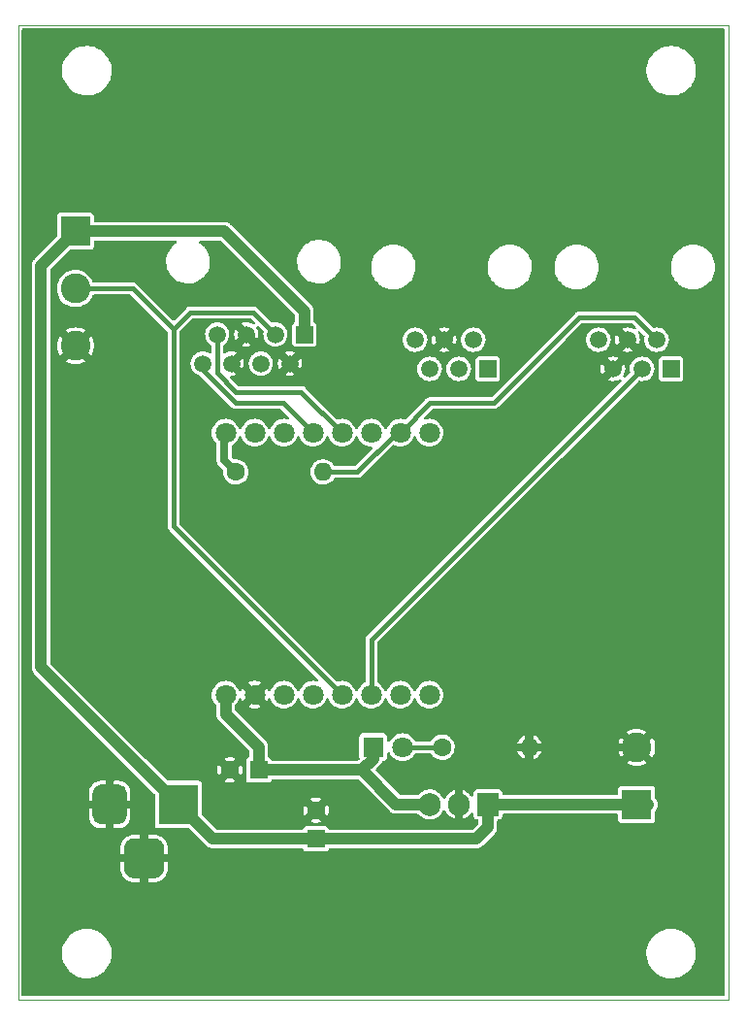
<source format=gbr>
G04 #@! TF.GenerationSoftware,KiCad,Pcbnew,(6.0.5)*
G04 #@! TF.CreationDate,2022-05-05T21:27:21-04:00*
G04 #@! TF.ProjectId,Weather_Wemos,57656174-6865-4725-9f57-656d6f732e6b,v1*
G04 #@! TF.SameCoordinates,Original*
G04 #@! TF.FileFunction,Copper,L1,Top*
G04 #@! TF.FilePolarity,Positive*
%FSLAX45Y45*%
G04 Gerber Fmt 4.5, Leading zero omitted, Abs format (unit mm)*
G04 Created by KiCad (PCBNEW (6.0.5)) date 2022-05-05 21:27:21*
%MOMM*%
%LPD*%
G01*
G04 APERTURE LIST*
G04 #@! TA.AperFunction,Profile*
%ADD10C,0.050000*%
G04 #@! TD*
G04 #@! TA.AperFunction,ComponentPad*
%ADD11R,2.600000X2.600000*%
G04 #@! TD*
G04 #@! TA.AperFunction,ComponentPad*
%ADD12C,2.600000*%
G04 #@! TD*
G04 #@! TA.AperFunction,ComponentPad*
%ADD13C,1.600000*%
G04 #@! TD*
G04 #@! TA.AperFunction,ComponentPad*
%ADD14O,1.600000X1.600000*%
G04 #@! TD*
G04 #@! TA.AperFunction,ComponentPad*
%ADD15C,1.800000*%
G04 #@! TD*
G04 #@! TA.AperFunction,ComponentPad*
%ADD16R,1.600000X1.600000*%
G04 #@! TD*
G04 #@! TA.AperFunction,ComponentPad*
%ADD17R,1.800000X1.800000*%
G04 #@! TD*
G04 #@! TA.AperFunction,ComponentPad*
%ADD18R,1.520000X1.520000*%
G04 #@! TD*
G04 #@! TA.AperFunction,ComponentPad*
%ADD19C,1.520000*%
G04 #@! TD*
G04 #@! TA.AperFunction,ComponentPad*
%ADD20R,1.500000X1.500000*%
G04 #@! TD*
G04 #@! TA.AperFunction,ComponentPad*
%ADD21C,1.500000*%
G04 #@! TD*
G04 #@! TA.AperFunction,ComponentPad*
%ADD22R,1.905000X2.000000*%
G04 #@! TD*
G04 #@! TA.AperFunction,ComponentPad*
%ADD23O,1.905000X2.000000*%
G04 #@! TD*
G04 #@! TA.AperFunction,ComponentPad*
%ADD24R,3.500000X3.500000*%
G04 #@! TD*
G04 #@! TA.AperFunction,Conductor*
%ADD25C,0.700000*%
G04 #@! TD*
G04 #@! TA.AperFunction,Conductor*
%ADD26C,1.000000*%
G04 #@! TD*
G04 #@! TA.AperFunction,Conductor*
%ADD27C,0.400000*%
G04 #@! TD*
G04 APERTURE END LIST*
D10*
X18100000Y-5900000D02*
X11900000Y-5900000D01*
X18100000Y-14400000D02*
X18100000Y-5900000D01*
X11900000Y-14400000D02*
X18100000Y-14400000D01*
X11900000Y-5900000D02*
X11900000Y-14400000D01*
D11*
X12400000Y-7700000D03*
D12*
X12400000Y-8200000D03*
X12400000Y-8700000D03*
D13*
X13800000Y-9800000D03*
D14*
X14562000Y-9800000D03*
D15*
X15489000Y-9457000D03*
X15235000Y-9457000D03*
X14981000Y-9457000D03*
X14727000Y-9457000D03*
X14473000Y-9457000D03*
X14219000Y-9457000D03*
X13965000Y-9457000D03*
X13711000Y-9457000D03*
X13711000Y-11743000D03*
X13965000Y-11743000D03*
X14219000Y-11743000D03*
X14473000Y-11743000D03*
X14727000Y-11743000D03*
X14981000Y-11743000D03*
X15235000Y-11743000D03*
X15489000Y-11743000D03*
D11*
X17300000Y-12700000D03*
D12*
X17300000Y-12200000D03*
D16*
X14500000Y-13000000D03*
D13*
X14500000Y-12750000D03*
D16*
X14000000Y-12400000D03*
D13*
X13750000Y-12400000D03*
D17*
X15000000Y-12200000D03*
D15*
X15254000Y-12200000D03*
D18*
X17600000Y-8900000D03*
D19*
X17473000Y-8646000D03*
X17346000Y-8900000D03*
X17219000Y-8646000D03*
X17092000Y-8900000D03*
X16965000Y-8646000D03*
D18*
X16000000Y-8900000D03*
D19*
X15873000Y-8646000D03*
X15746000Y-8900000D03*
X15619000Y-8646000D03*
X15492000Y-8900000D03*
X15365000Y-8646000D03*
D20*
X14400000Y-8600000D03*
D21*
X14273000Y-8854000D03*
X14146000Y-8600000D03*
X14019000Y-8854000D03*
X13892000Y-8600000D03*
X13765000Y-8854000D03*
X13638000Y-8600000D03*
X13511000Y-8854000D03*
D13*
X15600000Y-12200000D03*
D14*
X16362000Y-12200000D03*
D22*
X16000000Y-12700000D03*
D23*
X15746000Y-12700000D03*
X15492000Y-12700000D03*
D24*
X13300000Y-12700000D03*
G04 #@! TA.AperFunction,ComponentPad*
G36*
G01*
X12550000Y-12800000D02*
X12550000Y-12600000D01*
G75*
G02*
X12625000Y-12525000I75000J0D01*
G01*
X12775000Y-12525000D01*
G75*
G02*
X12850000Y-12600000I0J-75000D01*
G01*
X12850000Y-12800000D01*
G75*
G02*
X12775000Y-12875000I-75000J0D01*
G01*
X12625000Y-12875000D01*
G75*
G02*
X12550000Y-12800000I0J75000D01*
G01*
G37*
G04 #@! TD.AperFunction*
G04 #@! TA.AperFunction,ComponentPad*
G36*
G01*
X12825000Y-13257500D02*
X12825000Y-13082500D01*
G75*
G02*
X12912500Y-12995000I87500J0D01*
G01*
X13087500Y-12995000D01*
G75*
G02*
X13175000Y-13082500I0J-87500D01*
G01*
X13175000Y-13257500D01*
G75*
G02*
X13087500Y-13345000I-87500J0D01*
G01*
X12912500Y-13345000D01*
G75*
G02*
X12825000Y-13257500I0J87500D01*
G01*
G37*
G04 #@! TD.AperFunction*
D25*
X16362000Y-12200000D02*
X17300000Y-12200000D01*
D26*
X15200000Y-12700000D02*
X15492000Y-12700000D01*
X14000000Y-12400000D02*
X14900000Y-12400000D01*
X14000000Y-12200000D02*
X14000000Y-12400000D01*
X14900000Y-12400000D02*
X15200000Y-12700000D01*
X15000000Y-12200000D02*
X15000000Y-12300000D01*
X14900000Y-12400000D02*
X15000000Y-12300000D01*
X13711000Y-11743000D02*
X13711000Y-11911000D01*
X13711000Y-11911000D02*
X14000000Y-12200000D01*
D25*
X13700000Y-9700000D02*
X13700000Y-9468000D01*
X13700000Y-9468000D02*
X13711000Y-9457000D01*
X13800000Y-9800000D02*
X13700000Y-9700000D01*
D26*
X12100000Y-8000000D02*
X12100000Y-11500000D01*
X14500000Y-13000000D02*
X15900000Y-13000000D01*
X12400000Y-7700000D02*
X13700000Y-7700000D01*
X14400000Y-8400000D02*
X14400000Y-8600000D01*
X13600000Y-13000000D02*
X14500000Y-13000000D01*
X17400000Y-12700000D02*
X16000000Y-12700000D01*
X12100000Y-11500000D02*
X13300000Y-12700000D01*
X16000000Y-12900000D02*
X16000000Y-12700000D01*
X15900000Y-13000000D02*
X16000000Y-12900000D01*
X12400000Y-7700000D02*
X12100000Y-8000000D01*
X13300000Y-12700000D02*
X13600000Y-13000000D01*
X13700000Y-7700000D02*
X14400000Y-8400000D01*
D27*
X15254000Y-12200000D02*
X15600000Y-12200000D01*
X15235000Y-9457000D02*
X15492000Y-9200000D01*
X15205000Y-9457000D02*
X15235000Y-9457000D01*
X15492000Y-9200000D02*
X16050000Y-9200000D01*
X16800000Y-8450000D02*
X17277000Y-8450000D01*
X16050000Y-9200000D02*
X16800000Y-8450000D01*
X14862000Y-9800000D02*
X15205000Y-9457000D01*
X17277000Y-8450000D02*
X17473000Y-8646000D01*
X14562000Y-9800000D02*
X14862000Y-9800000D01*
X14985000Y-11739000D02*
X14981000Y-11743000D01*
X16599000Y-9646000D02*
X14985000Y-11260000D01*
X16600000Y-9646000D02*
X16599000Y-9646000D01*
X14985000Y-11260000D02*
X14985000Y-11739000D01*
X17346000Y-8900000D02*
X16600000Y-9646000D01*
X13511000Y-8911000D02*
X13511000Y-8854000D01*
X14473000Y-9457000D02*
X14216000Y-9200000D01*
X13800000Y-9200000D02*
X13511000Y-8911000D01*
X14216000Y-9200000D02*
X13800000Y-9200000D01*
X13638000Y-8600000D02*
X13638000Y-8938000D01*
X13800000Y-9100000D02*
X14370000Y-9100000D01*
X14370000Y-9100000D02*
X14727000Y-9457000D01*
X13638000Y-8938000D02*
X13800000Y-9100000D01*
X13951000Y-8405000D02*
X13405000Y-8405000D01*
X12900000Y-8200000D02*
X13255000Y-8555000D01*
X14146000Y-8600000D02*
X13951000Y-8405000D01*
X13255000Y-8555000D02*
X13255000Y-10271000D01*
X13405000Y-8405000D02*
X13255000Y-8555000D01*
X13255000Y-10271000D02*
X14727000Y-11743000D01*
X12400000Y-8200000D02*
X12900000Y-8200000D01*
G04 #@! TA.AperFunction,Conductor*
G36*
X18063362Y-5932850D02*
G01*
X18068011Y-5938216D01*
X18069150Y-5943450D01*
X18069150Y-14356550D01*
X18067150Y-14363362D01*
X18061784Y-14368011D01*
X18056550Y-14369150D01*
X11943450Y-14369150D01*
X11936638Y-14367150D01*
X11931989Y-14361784D01*
X11930850Y-14356550D01*
X11930850Y-14013585D01*
X12284072Y-14013585D01*
X12284128Y-14014009D01*
X12284128Y-14014010D01*
X12285821Y-14026866D01*
X12287914Y-14042764D01*
X12295680Y-14071152D01*
X12295848Y-14071547D01*
X12307059Y-14097829D01*
X12307059Y-14097829D01*
X12307227Y-14098223D01*
X12322341Y-14123476D01*
X12340742Y-14146445D01*
X12341052Y-14146739D01*
X12341053Y-14146740D01*
X12342798Y-14148396D01*
X12362090Y-14166704D01*
X12385991Y-14183878D01*
X12412001Y-14197650D01*
X12439639Y-14207764D01*
X12468394Y-14214033D01*
X12471652Y-14214290D01*
X12491231Y-14215831D01*
X12491232Y-14215831D01*
X12491477Y-14215850D01*
X12507399Y-14215850D01*
X12507613Y-14215835D01*
X12507614Y-14215835D01*
X12528935Y-14214382D01*
X12528936Y-14214382D01*
X12529363Y-14214353D01*
X12529782Y-14214266D01*
X12529782Y-14214266D01*
X12543772Y-14211369D01*
X12558182Y-14208384D01*
X12585925Y-14198560D01*
X12612077Y-14185062D01*
X12612427Y-14184816D01*
X12612428Y-14184815D01*
X12635805Y-14168386D01*
X12635805Y-14168385D01*
X12636156Y-14168139D01*
X12657716Y-14148105D01*
X12659074Y-14146445D01*
X12676085Y-14125662D01*
X12676356Y-14125330D01*
X12691734Y-14100236D01*
X12691907Y-14099842D01*
X12703391Y-14073680D01*
X12703391Y-14073680D01*
X12703564Y-14073287D01*
X12711626Y-14044983D01*
X12712003Y-14042338D01*
X12715713Y-14016270D01*
X12715773Y-14015845D01*
X12715785Y-14013585D01*
X17384073Y-14013585D01*
X17384128Y-14014009D01*
X17384128Y-14014010D01*
X17385821Y-14026866D01*
X17387914Y-14042764D01*
X17395680Y-14071152D01*
X17395849Y-14071547D01*
X17407059Y-14097829D01*
X17407059Y-14097829D01*
X17407227Y-14098223D01*
X17422341Y-14123476D01*
X17440742Y-14146445D01*
X17441052Y-14146739D01*
X17441053Y-14146740D01*
X17442799Y-14148396D01*
X17462091Y-14166704D01*
X17485991Y-14183878D01*
X17512001Y-14197650D01*
X17539639Y-14207764D01*
X17568394Y-14214033D01*
X17571652Y-14214290D01*
X17591231Y-14215831D01*
X17591232Y-14215831D01*
X17591477Y-14215850D01*
X17607399Y-14215850D01*
X17607613Y-14215835D01*
X17607614Y-14215835D01*
X17628935Y-14214382D01*
X17628936Y-14214382D01*
X17629363Y-14214353D01*
X17629782Y-14214266D01*
X17629782Y-14214266D01*
X17643772Y-14211369D01*
X17658182Y-14208384D01*
X17685925Y-14198560D01*
X17712077Y-14185062D01*
X17712428Y-14184816D01*
X17712428Y-14184815D01*
X17735805Y-14168386D01*
X17735805Y-14168385D01*
X17736156Y-14168139D01*
X17757716Y-14148105D01*
X17759074Y-14146445D01*
X17776085Y-14125662D01*
X17776357Y-14125330D01*
X17791734Y-14100236D01*
X17791907Y-14099842D01*
X17803391Y-14073680D01*
X17803391Y-14073680D01*
X17803564Y-14073287D01*
X17811627Y-14044983D01*
X17812003Y-14042338D01*
X17815713Y-14016270D01*
X17815773Y-14015845D01*
X17815928Y-13986415D01*
X17815574Y-13983729D01*
X17812142Y-13957662D01*
X17812086Y-13957236D01*
X17804320Y-13928848D01*
X17801519Y-13922281D01*
X17792941Y-13902171D01*
X17792941Y-13902171D01*
X17792773Y-13901777D01*
X17777659Y-13876524D01*
X17759258Y-13853555D01*
X17758948Y-13853260D01*
X17758947Y-13853260D01*
X17738220Y-13833591D01*
X17738220Y-13833591D01*
X17737910Y-13833296D01*
X17714009Y-13816122D01*
X17687999Y-13802350D01*
X17660361Y-13792236D01*
X17631606Y-13785967D01*
X17627549Y-13785647D01*
X17608769Y-13784169D01*
X17608768Y-13784169D01*
X17608523Y-13784150D01*
X17592601Y-13784150D01*
X17592387Y-13784165D01*
X17592386Y-13784165D01*
X17571065Y-13785618D01*
X17571064Y-13785618D01*
X17570637Y-13785647D01*
X17570218Y-13785734D01*
X17570218Y-13785734D01*
X17556228Y-13788631D01*
X17541818Y-13791615D01*
X17514075Y-13801440D01*
X17487923Y-13814938D01*
X17487573Y-13815184D01*
X17487572Y-13815184D01*
X17464195Y-13831614D01*
X17463844Y-13831861D01*
X17442284Y-13851895D01*
X17442013Y-13852227D01*
X17442013Y-13852227D01*
X17440652Y-13853889D01*
X17423644Y-13874670D01*
X17408266Y-13899764D01*
X17408093Y-13900157D01*
X17408093Y-13900157D01*
X17407544Y-13901409D01*
X17396436Y-13926713D01*
X17388374Y-13955017D01*
X17388313Y-13955442D01*
X17388313Y-13955442D01*
X17384287Y-13983729D01*
X17384227Y-13984155D01*
X17384073Y-14013585D01*
X12715785Y-14013585D01*
X12715927Y-13986415D01*
X12715574Y-13983729D01*
X12712142Y-13957662D01*
X12712086Y-13957236D01*
X12704320Y-13928848D01*
X12701519Y-13922281D01*
X12692941Y-13902171D01*
X12692941Y-13902171D01*
X12692773Y-13901777D01*
X12677659Y-13876524D01*
X12659258Y-13853555D01*
X12658948Y-13853260D01*
X12658947Y-13853260D01*
X12638220Y-13833591D01*
X12638220Y-13833591D01*
X12637909Y-13833296D01*
X12614009Y-13816122D01*
X12587999Y-13802350D01*
X12560361Y-13792236D01*
X12531606Y-13785967D01*
X12527549Y-13785647D01*
X12508769Y-13784169D01*
X12508768Y-13784169D01*
X12508523Y-13784150D01*
X12492601Y-13784150D01*
X12492387Y-13784165D01*
X12492386Y-13784165D01*
X12471065Y-13785618D01*
X12471064Y-13785618D01*
X12470637Y-13785647D01*
X12470218Y-13785734D01*
X12470218Y-13785734D01*
X12456228Y-13788631D01*
X12441818Y-13791615D01*
X12414075Y-13801440D01*
X12387923Y-13814938D01*
X12387572Y-13815184D01*
X12387572Y-13815184D01*
X12364195Y-13831614D01*
X12363844Y-13831861D01*
X12342284Y-13851895D01*
X12342013Y-13852227D01*
X12342013Y-13852227D01*
X12340652Y-13853889D01*
X12323643Y-13874670D01*
X12308266Y-13899764D01*
X12308093Y-13900157D01*
X12308093Y-13900157D01*
X12307544Y-13901409D01*
X12296436Y-13926713D01*
X12288373Y-13955017D01*
X12288313Y-13955442D01*
X12288313Y-13955442D01*
X12284287Y-13983729D01*
X12284227Y-13984155D01*
X12284072Y-14013585D01*
X11930850Y-14013585D01*
X11930850Y-13264340D01*
X12794200Y-13264340D01*
X12794217Y-13264800D01*
X12794900Y-13274137D01*
X12795058Y-13275151D01*
X12799896Y-13295225D01*
X12800267Y-13296315D01*
X12808657Y-13315114D01*
X12809220Y-13316118D01*
X12820895Y-13333074D01*
X12821631Y-13333957D01*
X12836201Y-13348502D01*
X12837087Y-13349237D01*
X12854062Y-13360882D01*
X12855068Y-13361444D01*
X12873881Y-13369800D01*
X12874971Y-13370169D01*
X12895055Y-13374973D01*
X12896067Y-13375129D01*
X12905205Y-13375784D01*
X12905656Y-13375800D01*
X12962788Y-13375800D01*
X12964312Y-13375352D01*
X12964433Y-13375213D01*
X12964600Y-13374445D01*
X12964600Y-13373988D01*
X13035400Y-13373988D01*
X13035847Y-13375512D01*
X13035986Y-13375633D01*
X13036755Y-13375800D01*
X13094340Y-13375800D01*
X13094800Y-13375783D01*
X13104137Y-13375100D01*
X13105151Y-13374942D01*
X13125225Y-13370104D01*
X13126315Y-13369733D01*
X13145114Y-13361343D01*
X13146118Y-13360780D01*
X13163074Y-13349105D01*
X13163957Y-13348369D01*
X13178502Y-13333799D01*
X13179237Y-13332913D01*
X13190882Y-13315938D01*
X13191444Y-13314932D01*
X13199800Y-13296119D01*
X13200169Y-13295029D01*
X13204973Y-13274945D01*
X13205129Y-13273933D01*
X13205784Y-13264795D01*
X13205800Y-13264344D01*
X13205800Y-13207211D01*
X13205352Y-13205688D01*
X13205213Y-13205567D01*
X13204445Y-13205400D01*
X13037211Y-13205400D01*
X13035688Y-13205847D01*
X13035567Y-13205986D01*
X13035400Y-13206755D01*
X13035400Y-13373988D01*
X12964600Y-13373988D01*
X12964600Y-13207211D01*
X12964152Y-13205688D01*
X12964013Y-13205567D01*
X12963245Y-13205400D01*
X12796011Y-13205400D01*
X12794488Y-13205847D01*
X12794367Y-13205986D01*
X12794200Y-13206755D01*
X12794200Y-13264340D01*
X11930850Y-13264340D01*
X11930850Y-13132788D01*
X12794200Y-13132788D01*
X12794647Y-13134312D01*
X12794786Y-13134433D01*
X12795555Y-13134600D01*
X12962788Y-13134600D01*
X12964312Y-13134152D01*
X12964433Y-13134013D01*
X12964600Y-13133245D01*
X12964600Y-13132788D01*
X13035400Y-13132788D01*
X13035847Y-13134312D01*
X13035986Y-13134433D01*
X13036755Y-13134600D01*
X13203988Y-13134600D01*
X13205512Y-13134152D01*
X13205633Y-13134013D01*
X13205800Y-13133245D01*
X13205800Y-13075660D01*
X13205783Y-13075200D01*
X13205100Y-13065863D01*
X13204942Y-13064849D01*
X13200104Y-13044774D01*
X13199733Y-13043685D01*
X13191343Y-13024886D01*
X13190780Y-13023882D01*
X13179105Y-13006926D01*
X13178369Y-13006043D01*
X13163799Y-12991498D01*
X13162913Y-12990763D01*
X13145938Y-12979118D01*
X13144932Y-12978556D01*
X13126119Y-12970200D01*
X13125029Y-12969831D01*
X13104945Y-12965027D01*
X13103933Y-12964871D01*
X13094795Y-12964216D01*
X13094344Y-12964200D01*
X13037211Y-12964200D01*
X13035688Y-12964647D01*
X13035567Y-12964786D01*
X13035400Y-12965555D01*
X13035400Y-13132788D01*
X12964600Y-13132788D01*
X12964600Y-12966011D01*
X12964152Y-12964488D01*
X12964013Y-12964367D01*
X12963245Y-12964200D01*
X12905660Y-12964200D01*
X12905200Y-12964217D01*
X12895863Y-12964900D01*
X12894849Y-12965058D01*
X12874774Y-12969896D01*
X12873685Y-12970267D01*
X12854886Y-12978657D01*
X12853882Y-12979220D01*
X12836926Y-12990895D01*
X12836043Y-12991631D01*
X12821498Y-13006201D01*
X12820763Y-13007087D01*
X12809118Y-13024062D01*
X12808556Y-13025068D01*
X12800200Y-13043881D01*
X12799831Y-13044971D01*
X12795027Y-13065055D01*
X12794871Y-13066067D01*
X12794216Y-13075205D01*
X12794200Y-13075656D01*
X12794200Y-13132788D01*
X11930850Y-13132788D01*
X11930850Y-12809946D01*
X12519200Y-12809946D01*
X12519208Y-12810265D01*
X12519209Y-12810277D01*
X12519325Y-12811202D01*
X12523212Y-12830479D01*
X12523570Y-12831651D01*
X12531070Y-12849669D01*
X12531650Y-12850750D01*
X12542506Y-12866967D01*
X12543285Y-12867916D01*
X12557084Y-12881715D01*
X12558033Y-12882494D01*
X12574250Y-12893350D01*
X12575331Y-12893930D01*
X12593349Y-12901430D01*
X12594521Y-12901788D01*
X12613798Y-12905675D01*
X12614723Y-12905791D01*
X12614735Y-12905792D01*
X12615054Y-12905800D01*
X12662788Y-12905800D01*
X12664312Y-12905352D01*
X12664433Y-12905213D01*
X12664600Y-12904445D01*
X12664600Y-12903988D01*
X12735400Y-12903988D01*
X12735847Y-12905512D01*
X12735986Y-12905633D01*
X12736755Y-12905800D01*
X12784946Y-12905800D01*
X12785265Y-12905792D01*
X12785277Y-12905791D01*
X12786202Y-12905675D01*
X12805479Y-12901788D01*
X12806651Y-12901430D01*
X12824669Y-12893930D01*
X12825750Y-12893350D01*
X12841967Y-12882494D01*
X12842916Y-12881715D01*
X12856715Y-12867916D01*
X12857494Y-12866967D01*
X12868350Y-12850750D01*
X12868930Y-12849669D01*
X12876430Y-12831651D01*
X12876788Y-12830479D01*
X12880675Y-12811202D01*
X12880791Y-12810277D01*
X12880792Y-12810265D01*
X12880800Y-12809946D01*
X12880800Y-12737211D01*
X12880352Y-12735688D01*
X12880213Y-12735567D01*
X12879445Y-12735400D01*
X12737211Y-12735400D01*
X12735688Y-12735847D01*
X12735567Y-12735986D01*
X12735400Y-12736755D01*
X12735400Y-12903988D01*
X12664600Y-12903988D01*
X12664600Y-12737211D01*
X12664152Y-12735688D01*
X12664013Y-12735567D01*
X12663245Y-12735400D01*
X12521011Y-12735400D01*
X12519488Y-12735847D01*
X12519367Y-12735986D01*
X12519200Y-12736755D01*
X12519200Y-12809946D01*
X11930850Y-12809946D01*
X11930850Y-12662788D01*
X12519200Y-12662788D01*
X12519647Y-12664312D01*
X12519786Y-12664433D01*
X12520555Y-12664600D01*
X12662788Y-12664600D01*
X12664312Y-12664152D01*
X12664433Y-12664013D01*
X12664600Y-12663245D01*
X12664600Y-12662788D01*
X12735400Y-12662788D01*
X12735847Y-12664312D01*
X12735986Y-12664433D01*
X12736755Y-12664600D01*
X12878988Y-12664600D01*
X12880512Y-12664152D01*
X12880633Y-12664013D01*
X12880800Y-12663245D01*
X12880800Y-12590054D01*
X12880792Y-12589735D01*
X12880791Y-12589723D01*
X12880675Y-12588798D01*
X12876788Y-12569521D01*
X12876430Y-12568349D01*
X12868930Y-12550331D01*
X12868350Y-12549250D01*
X12857494Y-12533033D01*
X12856715Y-12532084D01*
X12842916Y-12518285D01*
X12841967Y-12517506D01*
X12825750Y-12506650D01*
X12824669Y-12506070D01*
X12806651Y-12498570D01*
X12805479Y-12498212D01*
X12786202Y-12494325D01*
X12785277Y-12494209D01*
X12785265Y-12494208D01*
X12784946Y-12494200D01*
X12737211Y-12494200D01*
X12735688Y-12494647D01*
X12735567Y-12494786D01*
X12735400Y-12495555D01*
X12735400Y-12662788D01*
X12664600Y-12662788D01*
X12664600Y-12496011D01*
X12664152Y-12494488D01*
X12664013Y-12494367D01*
X12663245Y-12494200D01*
X12615054Y-12494200D01*
X12614735Y-12494208D01*
X12614723Y-12494209D01*
X12613798Y-12494325D01*
X12594521Y-12498212D01*
X12593349Y-12498570D01*
X12575331Y-12506070D01*
X12574250Y-12506650D01*
X12558033Y-12517506D01*
X12557084Y-12518285D01*
X12543285Y-12532084D01*
X12542506Y-12533033D01*
X12531650Y-12549250D01*
X12531070Y-12550331D01*
X12523570Y-12568349D01*
X12523212Y-12569521D01*
X12519325Y-12588798D01*
X12519209Y-12589723D01*
X12519208Y-12589735D01*
X12519200Y-12590054D01*
X12519200Y-12662788D01*
X11930850Y-12662788D01*
X11930850Y-11508222D01*
X12019055Y-11508222D01*
X12019971Y-11512460D01*
X12020177Y-11513716D01*
X12020660Y-11518025D01*
X12020892Y-11518691D01*
X12020892Y-11518691D01*
X12021763Y-11521193D01*
X12022180Y-11522674D01*
X12022888Y-11525951D01*
X12024721Y-11529881D01*
X12025199Y-11531059D01*
X12026625Y-11535155D01*
X12026999Y-11535753D01*
X12026999Y-11535753D01*
X12028403Y-11537999D01*
X12029137Y-11539351D01*
X12030256Y-11541751D01*
X12030554Y-11542390D01*
X12030985Y-11542947D01*
X12030986Y-11542947D01*
X12033211Y-11545815D01*
X12033940Y-11546861D01*
X12036237Y-11550538D01*
X12036733Y-11551037D01*
X12036733Y-11551037D01*
X12039098Y-11553418D01*
X12039156Y-11553480D01*
X12039208Y-11553547D01*
X12041807Y-11556146D01*
X12049018Y-11563408D01*
X12049122Y-11563474D01*
X12049245Y-11563584D01*
X13090459Y-12604799D01*
X13093862Y-12611030D01*
X13094150Y-12613708D01*
X13094150Y-12879583D01*
X13094470Y-12882273D01*
X13099135Y-12892776D01*
X13107269Y-12900896D01*
X13117780Y-12905543D01*
X13119484Y-12905741D01*
X13120053Y-12905808D01*
X13120053Y-12905808D01*
X13120416Y-12905850D01*
X13138191Y-12905850D01*
X13386292Y-12905850D01*
X13393104Y-12907850D01*
X13395201Y-12909540D01*
X13542167Y-13056506D01*
X13542260Y-13056600D01*
X13546202Y-13060625D01*
X13548577Y-13063051D01*
X13549169Y-13063432D01*
X13549170Y-13063433D01*
X13552221Y-13065399D01*
X13553256Y-13066143D01*
X13556644Y-13068848D01*
X13557278Y-13069154D01*
X13557278Y-13069154D01*
X13559664Y-13070307D01*
X13561005Y-13071060D01*
X13563824Y-13072876D01*
X13564485Y-13073117D01*
X13564486Y-13073118D01*
X13567897Y-13074359D01*
X13569072Y-13074855D01*
X13572340Y-13076435D01*
X13572341Y-13076436D01*
X13572975Y-13076742D01*
X13573661Y-13076901D01*
X13576243Y-13077497D01*
X13577717Y-13077933D01*
X13580868Y-13079080D01*
X13581567Y-13079168D01*
X13581568Y-13079169D01*
X13585169Y-13079624D01*
X13586424Y-13079847D01*
X13590648Y-13080822D01*
X13591353Y-13080825D01*
X13591353Y-13080825D01*
X13594707Y-13080837D01*
X13594794Y-13080840D01*
X13594877Y-13080850D01*
X13598513Y-13080850D01*
X13598557Y-13080850D01*
X13608434Y-13080885D01*
X13608434Y-13080885D01*
X13608787Y-13080886D01*
X13608907Y-13080859D01*
X13609072Y-13080850D01*
X14378426Y-13080850D01*
X14385239Y-13082850D01*
X14389942Y-13088335D01*
X14394135Y-13097776D01*
X14402269Y-13105896D01*
X14412780Y-13110543D01*
X14414484Y-13110741D01*
X14415053Y-13110808D01*
X14415053Y-13110808D01*
X14415416Y-13110850D01*
X14499256Y-13110850D01*
X14584583Y-13110850D01*
X14584953Y-13110806D01*
X14584954Y-13110806D01*
X14586245Y-13110652D01*
X14587273Y-13110530D01*
X14597776Y-13105865D01*
X14605896Y-13097731D01*
X14610041Y-13088355D01*
X14614624Y-13082934D01*
X14621565Y-13080850D01*
X15899079Y-13080850D01*
X15899211Y-13080851D01*
X15908222Y-13080945D01*
X15912460Y-13080029D01*
X15913716Y-13079823D01*
X15918025Y-13079340D01*
X15918691Y-13079108D01*
X15918691Y-13079108D01*
X15921193Y-13078237D01*
X15922674Y-13077820D01*
X15925262Y-13077261D01*
X15925951Y-13077112D01*
X15929881Y-13075279D01*
X15931059Y-13074801D01*
X15935155Y-13073374D01*
X15935753Y-13073001D01*
X15935753Y-13073001D01*
X15937999Y-13071597D01*
X15939351Y-13070863D01*
X15941751Y-13069744D01*
X15941751Y-13069744D01*
X15942390Y-13069446D01*
X15945815Y-13066789D01*
X15946861Y-13066060D01*
X15949940Y-13064136D01*
X15949941Y-13064136D01*
X15950538Y-13063763D01*
X15953418Y-13060902D01*
X15953480Y-13060844D01*
X15953547Y-13060792D01*
X15956146Y-13058193D01*
X15963408Y-13050981D01*
X15963474Y-13050878D01*
X15963584Y-13050755D01*
X16056511Y-12957828D01*
X16056605Y-12957735D01*
X16062547Y-12951916D01*
X16062548Y-12951916D01*
X16063051Y-12951423D01*
X16063432Y-12950831D01*
X16063433Y-12950830D01*
X16065399Y-12947779D01*
X16066143Y-12946744D01*
X16068848Y-12943356D01*
X16070307Y-12940336D01*
X16071060Y-12938994D01*
X16072495Y-12936768D01*
X16072876Y-12936176D01*
X16073117Y-12935514D01*
X16073118Y-12935514D01*
X16074359Y-12932103D01*
X16074855Y-12930928D01*
X16076435Y-12927660D01*
X16076436Y-12927659D01*
X16076742Y-12927025D01*
X16077497Y-12923757D01*
X16077933Y-12922282D01*
X16079080Y-12919131D01*
X16079168Y-12918433D01*
X16079169Y-12918432D01*
X16079624Y-12914831D01*
X16079847Y-12913576D01*
X16080043Y-12912727D01*
X16080822Y-12909351D01*
X16080828Y-12907850D01*
X16080837Y-12905293D01*
X16080840Y-12905206D01*
X16080850Y-12905123D01*
X16080850Y-12901471D01*
X16080855Y-12900074D01*
X16080885Y-12891566D01*
X16080885Y-12891566D01*
X16080886Y-12891213D01*
X16080859Y-12891093D01*
X16080850Y-12890928D01*
X16080850Y-12843450D01*
X16082850Y-12836638D01*
X16088216Y-12831988D01*
X16093450Y-12830850D01*
X16099833Y-12830850D01*
X16100203Y-12830806D01*
X16100204Y-12830806D01*
X16101495Y-12830652D01*
X16102523Y-12830530D01*
X16113026Y-12825865D01*
X16121146Y-12817731D01*
X16125793Y-12807220D01*
X16125991Y-12805516D01*
X16126058Y-12804947D01*
X16126058Y-12804947D01*
X16126100Y-12804583D01*
X16126100Y-12793450D01*
X16128100Y-12786638D01*
X16133466Y-12781989D01*
X16138700Y-12780850D01*
X17126550Y-12780850D01*
X17133362Y-12782850D01*
X17138012Y-12788216D01*
X17139150Y-12793450D01*
X17139150Y-12834583D01*
X17139470Y-12837273D01*
X17144135Y-12847776D01*
X17152269Y-12855896D01*
X17162780Y-12860543D01*
X17164484Y-12860741D01*
X17165053Y-12860808D01*
X17165053Y-12860808D01*
X17165417Y-12860850D01*
X17298816Y-12860850D01*
X17434583Y-12860850D01*
X17434953Y-12860806D01*
X17434954Y-12860806D01*
X17436245Y-12860652D01*
X17437273Y-12860530D01*
X17447776Y-12855865D01*
X17455896Y-12847731D01*
X17460543Y-12837220D01*
X17460741Y-12835516D01*
X17460808Y-12834947D01*
X17460808Y-12834947D01*
X17460850Y-12834583D01*
X17460850Y-12758475D01*
X17462850Y-12751663D01*
X17463172Y-12751216D01*
X17463408Y-12750981D01*
X17463803Y-12750360D01*
X17469524Y-12741344D01*
X17473127Y-12735667D01*
X17474167Y-12732746D01*
X17478976Y-12719242D01*
X17478976Y-12719242D01*
X17479212Y-12718579D01*
X17481360Y-12700568D01*
X17481286Y-12699868D01*
X17479537Y-12683229D01*
X17479537Y-12683229D01*
X17479464Y-12682529D01*
X17473618Y-12665358D01*
X17464114Y-12649909D01*
X17463620Y-12649405D01*
X17463521Y-12649278D01*
X17460903Y-12642678D01*
X17460850Y-12641520D01*
X17460850Y-12565417D01*
X17460530Y-12562727D01*
X17455865Y-12552224D01*
X17447731Y-12544104D01*
X17437220Y-12539457D01*
X17435516Y-12539259D01*
X17434947Y-12539192D01*
X17434947Y-12539192D01*
X17434584Y-12539150D01*
X17301184Y-12539150D01*
X17165417Y-12539150D01*
X17165047Y-12539194D01*
X17165046Y-12539194D01*
X17163892Y-12539331D01*
X17162727Y-12539470D01*
X17152224Y-12544135D01*
X17144104Y-12552269D01*
X17139457Y-12562780D01*
X17139348Y-12563721D01*
X17139193Y-12565046D01*
X17139150Y-12565416D01*
X17139150Y-12606550D01*
X17137150Y-12613362D01*
X17131784Y-12618011D01*
X17126550Y-12619150D01*
X16138700Y-12619150D01*
X16131888Y-12617150D01*
X16127238Y-12611784D01*
X16126100Y-12606550D01*
X16126100Y-12595417D01*
X16125780Y-12592727D01*
X16121115Y-12582224D01*
X16112981Y-12574104D01*
X16102470Y-12569457D01*
X16100766Y-12569259D01*
X16100197Y-12569192D01*
X16100197Y-12569192D01*
X16099833Y-12569150D01*
X16000878Y-12569150D01*
X15900167Y-12569150D01*
X15899797Y-12569194D01*
X15899796Y-12569194D01*
X15898642Y-12569331D01*
X15897477Y-12569470D01*
X15886974Y-12574135D01*
X15878854Y-12582269D01*
X15874207Y-12592780D01*
X15874098Y-12593721D01*
X15873943Y-12595046D01*
X15873900Y-12595416D01*
X15873900Y-12618091D01*
X15871900Y-12624903D01*
X15866534Y-12629553D01*
X15859507Y-12630563D01*
X15853049Y-12627614D01*
X15851068Y-12625444D01*
X15842132Y-12613009D01*
X15841402Y-12612163D01*
X15826049Y-12597285D01*
X15825181Y-12596582D01*
X15807436Y-12584658D01*
X15806457Y-12584120D01*
X15786881Y-12575526D01*
X15785822Y-12575170D01*
X15783162Y-12574531D01*
X15781753Y-12574602D01*
X15781400Y-12575490D01*
X15781400Y-12823937D01*
X15781797Y-12825290D01*
X15782542Y-12825397D01*
X15793283Y-12822093D01*
X15794318Y-12821670D01*
X15813316Y-12811865D01*
X15814259Y-12811266D01*
X15831221Y-12798251D01*
X15832042Y-12797495D01*
X15846431Y-12781682D01*
X15847106Y-12780793D01*
X15850626Y-12775181D01*
X15855941Y-12770474D01*
X15862957Y-12769386D01*
X15869447Y-12772265D01*
X15873350Y-12778195D01*
X15873900Y-12781877D01*
X15873900Y-12804583D01*
X15874220Y-12807273D01*
X15878885Y-12817776D01*
X15887019Y-12825896D01*
X15897530Y-12830543D01*
X15899234Y-12830741D01*
X15899803Y-12830808D01*
X15899803Y-12830808D01*
X15900166Y-12830850D01*
X15906550Y-12830850D01*
X15913362Y-12832850D01*
X15918011Y-12838216D01*
X15919150Y-12843450D01*
X15919150Y-12861292D01*
X15917150Y-12868104D01*
X15915459Y-12870201D01*
X15870201Y-12915459D01*
X15863970Y-12918862D01*
X15861292Y-12919150D01*
X14621573Y-12919150D01*
X14614761Y-12917150D01*
X14610058Y-12911665D01*
X14606649Y-12903988D01*
X14605865Y-12902224D01*
X14597731Y-12894104D01*
X14587220Y-12889457D01*
X14585516Y-12889259D01*
X14584947Y-12889192D01*
X14584947Y-12889192D01*
X14584583Y-12889150D01*
X14500744Y-12889150D01*
X14415417Y-12889150D01*
X14415047Y-12889194D01*
X14415046Y-12889194D01*
X14413892Y-12889331D01*
X14412727Y-12889470D01*
X14402224Y-12894135D01*
X14394104Y-12902269D01*
X14393634Y-12903333D01*
X14389959Y-12911645D01*
X14385375Y-12917066D01*
X14378435Y-12919150D01*
X13638708Y-12919150D01*
X13631896Y-12917150D01*
X13629799Y-12915459D01*
X13563699Y-12849360D01*
X14451265Y-12849360D01*
X14451599Y-12849807D01*
X14465083Y-12855600D01*
X14466178Y-12855956D01*
X14484912Y-12860195D01*
X14486053Y-12860345D01*
X14505247Y-12861099D01*
X14506395Y-12861039D01*
X14525404Y-12858283D01*
X14526524Y-12858014D01*
X14544713Y-12851840D01*
X14545763Y-12851372D01*
X14547738Y-12850267D01*
X14548724Y-12849259D01*
X14548429Y-12848492D01*
X14501281Y-12801344D01*
X14499887Y-12800583D01*
X14499703Y-12800596D01*
X14499042Y-12801021D01*
X14451941Y-12848122D01*
X14451265Y-12849360D01*
X13563699Y-12849360D01*
X13509540Y-12795201D01*
X13506138Y-12788970D01*
X13505850Y-12786292D01*
X13505850Y-12747664D01*
X14388801Y-12747664D01*
X14390057Y-12766830D01*
X14390238Y-12767967D01*
X14394966Y-12786584D01*
X14395350Y-12787669D01*
X14399930Y-12797604D01*
X14400857Y-12798666D01*
X14401446Y-12798491D01*
X14448656Y-12751281D01*
X14449294Y-12750113D01*
X14550583Y-12750113D01*
X14550596Y-12750297D01*
X14551021Y-12750958D01*
X14598100Y-12798037D01*
X14599338Y-12798713D01*
X14599996Y-12798220D01*
X14601372Y-12795763D01*
X14601840Y-12794713D01*
X14608014Y-12776524D01*
X14608283Y-12775404D01*
X14611069Y-12756191D01*
X14611132Y-12755453D01*
X14611265Y-12750370D01*
X14611241Y-12749630D01*
X14609464Y-12730297D01*
X14609254Y-12729165D01*
X14604041Y-12710679D01*
X14603628Y-12709604D01*
X14600080Y-12702409D01*
X14599125Y-12701371D01*
X14598482Y-12701581D01*
X14551344Y-12748719D01*
X14550583Y-12750113D01*
X14449294Y-12750113D01*
X14449417Y-12749887D01*
X14449404Y-12749703D01*
X14448979Y-12749042D01*
X14401979Y-12702042D01*
X14400741Y-12701366D01*
X14400144Y-12701812D01*
X14397465Y-12706906D01*
X14397024Y-12707969D01*
X14391328Y-12726313D01*
X14391089Y-12727438D01*
X14388831Y-12746514D01*
X14388801Y-12747664D01*
X13505850Y-12747664D01*
X13505850Y-12650592D01*
X14451146Y-12650592D01*
X14451494Y-12651431D01*
X14498719Y-12698656D01*
X14500113Y-12699417D01*
X14500297Y-12699404D01*
X14500958Y-12698979D01*
X14548211Y-12651726D01*
X14548887Y-12650488D01*
X14548583Y-12650082D01*
X14532140Y-12643522D01*
X14531037Y-12643195D01*
X14512198Y-12639448D01*
X14511053Y-12639327D01*
X14491848Y-12639076D01*
X14490700Y-12639166D01*
X14471770Y-12642419D01*
X14470658Y-12642717D01*
X14452637Y-12649365D01*
X14452005Y-12649666D01*
X14451146Y-12650592D01*
X13505850Y-12650592D01*
X13505850Y-12520789D01*
X13505850Y-12520417D01*
X13505530Y-12517727D01*
X13500865Y-12507224D01*
X13492988Y-12499360D01*
X13701265Y-12499360D01*
X13701599Y-12499807D01*
X13715083Y-12505600D01*
X13716178Y-12505956D01*
X13734912Y-12510195D01*
X13736053Y-12510345D01*
X13755247Y-12511099D01*
X13756395Y-12511039D01*
X13775404Y-12508283D01*
X13776524Y-12508014D01*
X13794713Y-12501840D01*
X13795763Y-12501372D01*
X13797738Y-12500267D01*
X13798724Y-12499259D01*
X13798429Y-12498492D01*
X13751281Y-12451344D01*
X13749887Y-12450583D01*
X13749703Y-12450596D01*
X13749042Y-12451021D01*
X13701941Y-12498122D01*
X13701265Y-12499360D01*
X13492988Y-12499360D01*
X13492731Y-12499104D01*
X13482220Y-12494457D01*
X13480516Y-12494259D01*
X13479947Y-12494192D01*
X13479947Y-12494192D01*
X13479583Y-12494150D01*
X13461809Y-12494150D01*
X13213708Y-12494150D01*
X13206896Y-12492150D01*
X13204799Y-12490460D01*
X13112003Y-12397664D01*
X13638801Y-12397664D01*
X13640057Y-12416830D01*
X13640238Y-12417967D01*
X13644966Y-12436584D01*
X13645350Y-12437669D01*
X13649930Y-12447604D01*
X13650857Y-12448666D01*
X13651446Y-12448491D01*
X13698656Y-12401281D01*
X13699294Y-12400113D01*
X13800583Y-12400113D01*
X13800596Y-12400297D01*
X13801021Y-12400958D01*
X13848100Y-12448037D01*
X13849338Y-12448713D01*
X13849996Y-12448220D01*
X13851372Y-12445763D01*
X13851840Y-12444713D01*
X13858014Y-12426524D01*
X13858283Y-12425404D01*
X13861069Y-12406191D01*
X13861132Y-12405453D01*
X13861265Y-12400370D01*
X13861241Y-12399630D01*
X13859464Y-12380297D01*
X13859254Y-12379165D01*
X13854041Y-12360679D01*
X13853628Y-12359604D01*
X13850080Y-12352409D01*
X13849125Y-12351371D01*
X13848482Y-12351581D01*
X13801344Y-12398719D01*
X13800583Y-12400113D01*
X13699294Y-12400113D01*
X13699417Y-12399887D01*
X13699404Y-12399703D01*
X13698979Y-12399042D01*
X13651979Y-12352042D01*
X13650741Y-12351366D01*
X13650144Y-12351812D01*
X13647465Y-12356906D01*
X13647024Y-12357969D01*
X13641328Y-12376313D01*
X13641089Y-12377438D01*
X13638831Y-12396514D01*
X13638801Y-12397664D01*
X13112003Y-12397664D01*
X13014931Y-12300592D01*
X13701146Y-12300592D01*
X13701494Y-12301431D01*
X13748719Y-12348656D01*
X13750113Y-12349417D01*
X13750297Y-12349404D01*
X13750958Y-12348979D01*
X13798211Y-12301726D01*
X13798887Y-12300488D01*
X13798583Y-12300082D01*
X13782140Y-12293522D01*
X13781037Y-12293195D01*
X13762198Y-12289448D01*
X13761053Y-12289327D01*
X13741848Y-12289076D01*
X13740700Y-12289166D01*
X13721770Y-12292419D01*
X13720658Y-12292717D01*
X13702637Y-12299365D01*
X13702005Y-12299666D01*
X13701146Y-12300592D01*
X13014931Y-12300592D01*
X12457339Y-11743000D01*
X13589688Y-11743000D01*
X13591531Y-11764065D01*
X13591674Y-11764597D01*
X13591674Y-11764597D01*
X13596857Y-11783943D01*
X13597004Y-11784491D01*
X13597237Y-11784989D01*
X13597237Y-11784989D01*
X13603841Y-11799153D01*
X13605941Y-11803656D01*
X13618070Y-11820978D01*
X13626459Y-11829367D01*
X13629862Y-11835598D01*
X13630150Y-11838277D01*
X13630150Y-11910079D01*
X13630149Y-11910211D01*
X13630055Y-11919222D01*
X13630971Y-11923460D01*
X13631177Y-11924716D01*
X13631660Y-11929025D01*
X13631892Y-11929691D01*
X13631892Y-11929691D01*
X13632763Y-11932193D01*
X13633180Y-11933674D01*
X13633888Y-11936951D01*
X13635721Y-11940881D01*
X13636199Y-11942059D01*
X13637625Y-11946155D01*
X13637999Y-11946753D01*
X13637999Y-11946753D01*
X13639403Y-11948999D01*
X13640137Y-11950351D01*
X13641256Y-11952751D01*
X13641554Y-11953390D01*
X13641985Y-11953947D01*
X13641986Y-11953947D01*
X13644211Y-11956815D01*
X13644940Y-11957861D01*
X13647237Y-11961538D01*
X13647733Y-11962037D01*
X13647733Y-11962037D01*
X13650098Y-11964418D01*
X13650156Y-11964480D01*
X13650208Y-11964547D01*
X13652807Y-11967146D01*
X13660018Y-11974408D01*
X13660122Y-11974474D01*
X13660245Y-11974584D01*
X13915459Y-12229799D01*
X13918862Y-12236030D01*
X13919150Y-12238708D01*
X13919150Y-12278426D01*
X13917150Y-12285239D01*
X13911665Y-12289942D01*
X13911625Y-12289959D01*
X13902224Y-12294135D01*
X13894104Y-12302269D01*
X13889457Y-12312780D01*
X13889150Y-12315416D01*
X13889150Y-12484583D01*
X13889470Y-12487273D01*
X13894135Y-12497776D01*
X13902269Y-12505896D01*
X13912780Y-12510543D01*
X13914484Y-12510741D01*
X13915053Y-12510808D01*
X13915053Y-12510808D01*
X13915416Y-12510850D01*
X13999256Y-12510850D01*
X14084583Y-12510850D01*
X14084953Y-12510806D01*
X14084954Y-12510806D01*
X14086245Y-12510652D01*
X14087273Y-12510530D01*
X14097776Y-12505865D01*
X14105896Y-12497731D01*
X14110041Y-12488355D01*
X14114624Y-12482934D01*
X14121565Y-12480850D01*
X14861292Y-12480850D01*
X14868104Y-12482850D01*
X14870201Y-12484540D01*
X15142167Y-12756506D01*
X15142260Y-12756600D01*
X15148577Y-12763051D01*
X15149169Y-12763432D01*
X15149170Y-12763433D01*
X15152221Y-12765399D01*
X15153256Y-12766143D01*
X15156644Y-12768848D01*
X15157278Y-12769154D01*
X15157278Y-12769154D01*
X15159664Y-12770307D01*
X15161005Y-12771060D01*
X15163824Y-12772876D01*
X15164485Y-12773117D01*
X15164486Y-12773118D01*
X15167897Y-12774359D01*
X15169072Y-12774855D01*
X15172340Y-12776435D01*
X15172341Y-12776436D01*
X15172975Y-12776742D01*
X15173661Y-12776901D01*
X15176243Y-12777497D01*
X15177717Y-12777933D01*
X15180868Y-12779080D01*
X15181567Y-12779168D01*
X15181568Y-12779169D01*
X15185169Y-12779624D01*
X15186424Y-12779847D01*
X15190648Y-12780822D01*
X15191353Y-12780825D01*
X15191353Y-12780825D01*
X15194707Y-12780837D01*
X15194794Y-12780840D01*
X15194877Y-12780850D01*
X15198513Y-12780850D01*
X15198557Y-12780850D01*
X15208434Y-12780885D01*
X15208434Y-12780885D01*
X15208787Y-12780886D01*
X15208907Y-12780859D01*
X15209072Y-12780850D01*
X15384932Y-12780850D01*
X15391744Y-12782850D01*
X15395164Y-12786097D01*
X15395829Y-12787023D01*
X15395830Y-12787024D01*
X15396157Y-12787479D01*
X15396560Y-12787870D01*
X15409692Y-12800596D01*
X15412322Y-12803144D01*
X15416987Y-12806279D01*
X15430540Y-12815386D01*
X15430541Y-12815387D01*
X15431005Y-12815699D01*
X15444715Y-12821717D01*
X15450995Y-12824474D01*
X15451617Y-12824747D01*
X15473504Y-12830001D01*
X15481781Y-12830479D01*
X15495416Y-12831265D01*
X15495416Y-12831265D01*
X15495977Y-12831297D01*
X15518324Y-12828593D01*
X15539838Y-12821974D01*
X15540336Y-12821717D01*
X15540337Y-12821717D01*
X15559343Y-12811907D01*
X15559343Y-12811907D01*
X15559841Y-12811650D01*
X15577699Y-12797947D01*
X15586898Y-12787837D01*
X15592471Y-12781713D01*
X15592471Y-12781712D01*
X15592848Y-12781298D01*
X15593147Y-12780822D01*
X15598515Y-12772265D01*
X15604810Y-12762230D01*
X15605020Y-12761708D01*
X15607341Y-12755934D01*
X15611738Y-12750360D01*
X15618450Y-12748047D01*
X15625347Y-12749731D01*
X15630404Y-12755209D01*
X15636823Y-12768668D01*
X15637392Y-12769629D01*
X15649867Y-12786991D01*
X15650598Y-12787837D01*
X15665951Y-12802715D01*
X15666819Y-12803418D01*
X15684564Y-12815342D01*
X15685543Y-12815880D01*
X15705119Y-12824474D01*
X15706178Y-12824830D01*
X15708838Y-12825469D01*
X15710247Y-12825398D01*
X15710600Y-12824510D01*
X15710600Y-12576063D01*
X15710203Y-12574710D01*
X15709458Y-12574603D01*
X15698717Y-12577907D01*
X15697682Y-12578329D01*
X15678684Y-12588135D01*
X15677741Y-12588734D01*
X15660779Y-12601749D01*
X15659958Y-12602504D01*
X15645569Y-12618317D01*
X15644893Y-12619207D01*
X15633533Y-12637317D01*
X15633025Y-12638314D01*
X15630714Y-12644064D01*
X15626317Y-12649639D01*
X15619605Y-12651951D01*
X15612708Y-12650267D01*
X15607650Y-12644789D01*
X15607305Y-12644064D01*
X15600978Y-12630800D01*
X15597129Y-12625444D01*
X15588171Y-12612977D01*
X15588170Y-12612976D01*
X15587843Y-12612521D01*
X15571678Y-12596856D01*
X15564247Y-12591862D01*
X15553460Y-12584614D01*
X15553459Y-12584613D01*
X15552995Y-12584301D01*
X15534228Y-12576063D01*
X15532897Y-12575479D01*
X15532897Y-12575479D01*
X15532383Y-12575253D01*
X15510495Y-12569998D01*
X15501111Y-12569457D01*
X15488584Y-12568735D01*
X15488583Y-12568735D01*
X15488023Y-12568703D01*
X15465676Y-12571407D01*
X15444162Y-12578026D01*
X15443664Y-12578283D01*
X15443663Y-12578283D01*
X15431313Y-12584658D01*
X15424159Y-12588350D01*
X15406301Y-12602053D01*
X15395696Y-12613708D01*
X15394493Y-12615030D01*
X15388429Y-12618722D01*
X15385173Y-12619150D01*
X15238708Y-12619150D01*
X15231896Y-12617150D01*
X15229799Y-12615459D01*
X15023249Y-12408909D01*
X15019846Y-12402678D01*
X15020353Y-12395597D01*
X15023249Y-12391090D01*
X15056511Y-12357828D01*
X15056605Y-12357735D01*
X15062547Y-12351916D01*
X15062548Y-12351916D01*
X15063051Y-12351423D01*
X15063432Y-12350831D01*
X15063433Y-12350830D01*
X15065399Y-12347779D01*
X15066143Y-12346744D01*
X15068848Y-12343356D01*
X15070307Y-12340336D01*
X15071060Y-12338994D01*
X15072495Y-12336768D01*
X15072876Y-12336176D01*
X15072972Y-12335912D01*
X17214713Y-12335912D01*
X17215285Y-12336677D01*
X17226351Y-12343458D01*
X17227230Y-12343906D01*
X17249699Y-12353213D01*
X17250638Y-12353518D01*
X17274286Y-12359196D01*
X17275261Y-12359350D01*
X17299507Y-12361258D01*
X17300493Y-12361258D01*
X17324739Y-12359350D01*
X17325714Y-12359196D01*
X17349362Y-12353518D01*
X17350301Y-12353213D01*
X17372770Y-12343906D01*
X17373649Y-12343458D01*
X17384348Y-12336902D01*
X17385294Y-12335857D01*
X17384916Y-12334979D01*
X17301281Y-12251344D01*
X17299887Y-12250583D01*
X17299704Y-12250596D01*
X17299042Y-12251021D01*
X17215389Y-12334674D01*
X17214713Y-12335912D01*
X15072972Y-12335912D01*
X15073117Y-12335514D01*
X15073118Y-12335514D01*
X15074359Y-12332103D01*
X15074855Y-12330928D01*
X15076287Y-12327966D01*
X15081053Y-12322704D01*
X15087631Y-12320850D01*
X15094583Y-12320850D01*
X15094953Y-12320806D01*
X15094954Y-12320806D01*
X15096108Y-12320669D01*
X15097273Y-12320530D01*
X15107776Y-12315865D01*
X15115896Y-12307731D01*
X15120543Y-12297220D01*
X15120806Y-12294959D01*
X15120808Y-12294947D01*
X15120808Y-12294947D01*
X15120850Y-12294583D01*
X15120850Y-12257249D01*
X15122850Y-12250437D01*
X15128216Y-12245788D01*
X15135243Y-12244777D01*
X15141701Y-12247727D01*
X15144869Y-12251924D01*
X15148941Y-12260656D01*
X15161070Y-12277978D01*
X15176022Y-12292930D01*
X15193344Y-12305059D01*
X15193842Y-12305291D01*
X15193842Y-12305291D01*
X15200840Y-12308554D01*
X15212509Y-12313996D01*
X15213040Y-12314138D01*
X15213040Y-12314138D01*
X15232403Y-12319326D01*
X15232403Y-12319326D01*
X15232934Y-12319469D01*
X15254000Y-12321312D01*
X15275065Y-12319469D01*
X15275597Y-12319326D01*
X15275597Y-12319326D01*
X15294960Y-12314138D01*
X15294960Y-12314138D01*
X15295491Y-12313996D01*
X15307160Y-12308554D01*
X15314158Y-12305291D01*
X15314158Y-12305291D01*
X15314656Y-12305059D01*
X15331978Y-12292930D01*
X15346930Y-12277978D01*
X15359059Y-12260656D01*
X15360239Y-12258125D01*
X15364931Y-12252797D01*
X15371658Y-12250850D01*
X15493664Y-12250850D01*
X15500477Y-12252850D01*
X15503954Y-12256178D01*
X15515348Y-12272300D01*
X15521176Y-12277978D01*
X15528771Y-12285375D01*
X15529941Y-12286516D01*
X15530421Y-12286836D01*
X15530421Y-12286836D01*
X15541467Y-12294217D01*
X15546880Y-12297834D01*
X15547411Y-12298062D01*
X15547411Y-12298062D01*
X15564237Y-12305291D01*
X15565599Y-12305876D01*
X15572882Y-12307524D01*
X15584905Y-12310245D01*
X15584906Y-12310245D01*
X15585469Y-12310372D01*
X15586046Y-12310395D01*
X15586046Y-12310395D01*
X15592347Y-12310643D01*
X15605826Y-12311172D01*
X15625988Y-12308249D01*
X15626535Y-12308063D01*
X15626535Y-12308063D01*
X15644733Y-12301886D01*
X15644733Y-12301886D01*
X15645280Y-12301700D01*
X15645865Y-12301373D01*
X15654862Y-12296334D01*
X15663055Y-12291746D01*
X15678719Y-12278719D01*
X15691746Y-12263055D01*
X15701700Y-12245280D01*
X15701886Y-12244733D01*
X15701886Y-12244733D01*
X15704622Y-12236674D01*
X16256997Y-12236674D01*
X16257350Y-12237669D01*
X16265391Y-12255113D01*
X16265967Y-12256109D01*
X16277053Y-12271796D01*
X16277799Y-12272670D01*
X16291559Y-12286074D01*
X16292452Y-12286797D01*
X16308424Y-12297469D01*
X16309435Y-12298018D01*
X16324936Y-12304678D01*
X16326335Y-12304847D01*
X16326600Y-12304414D01*
X16326600Y-12303190D01*
X16397400Y-12303190D01*
X16397797Y-12304543D01*
X16398467Y-12304639D01*
X16406713Y-12301840D01*
X16407763Y-12301373D01*
X16424523Y-12291986D01*
X16425470Y-12291335D01*
X16440239Y-12279052D01*
X16441052Y-12278239D01*
X16453335Y-12263470D01*
X16453986Y-12262523D01*
X16463373Y-12245763D01*
X16463840Y-12244713D01*
X16466419Y-12237116D01*
X16466478Y-12235706D01*
X16465875Y-12235400D01*
X16399211Y-12235400D01*
X16397688Y-12235847D01*
X16397567Y-12235986D01*
X16397400Y-12236755D01*
X16397400Y-12303190D01*
X16326600Y-12303190D01*
X16326600Y-12237211D01*
X16326152Y-12235688D01*
X16326013Y-12235567D01*
X16325245Y-12235400D01*
X16258476Y-12235400D01*
X16257123Y-12235797D01*
X16256997Y-12236674D01*
X15704622Y-12236674D01*
X15708063Y-12226535D01*
X15708063Y-12226535D01*
X15708249Y-12225988D01*
X15711172Y-12205826D01*
X15711312Y-12200493D01*
X17138742Y-12200493D01*
X17140650Y-12224739D01*
X17140804Y-12225714D01*
X17146482Y-12249362D01*
X17146787Y-12250301D01*
X17156094Y-12272770D01*
X17156542Y-12273649D01*
X17163098Y-12284348D01*
X17164143Y-12285294D01*
X17165021Y-12284916D01*
X17248656Y-12201281D01*
X17249293Y-12200113D01*
X17350583Y-12200113D01*
X17350596Y-12200296D01*
X17351021Y-12200958D01*
X17434675Y-12284611D01*
X17435913Y-12285287D01*
X17436678Y-12284715D01*
X17443458Y-12273649D01*
X17443906Y-12272770D01*
X17453213Y-12250301D01*
X17453518Y-12249362D01*
X17459196Y-12225714D01*
X17459350Y-12224739D01*
X17461258Y-12200493D01*
X17461258Y-12199507D01*
X17459350Y-12175261D01*
X17459196Y-12174286D01*
X17453518Y-12150638D01*
X17453213Y-12149699D01*
X17443906Y-12127230D01*
X17443458Y-12126351D01*
X17436902Y-12115652D01*
X17435857Y-12114706D01*
X17434979Y-12115084D01*
X17351344Y-12198719D01*
X17350583Y-12200113D01*
X17249293Y-12200113D01*
X17249417Y-12199887D01*
X17249404Y-12199703D01*
X17248979Y-12199042D01*
X17165326Y-12115389D01*
X17164088Y-12114713D01*
X17163323Y-12115285D01*
X17156542Y-12126351D01*
X17156094Y-12127230D01*
X17146787Y-12149699D01*
X17146482Y-12150638D01*
X17140804Y-12174286D01*
X17140650Y-12175261D01*
X17138742Y-12199507D01*
X17138742Y-12200493D01*
X15711312Y-12200493D01*
X15711325Y-12200000D01*
X15710064Y-12186283D01*
X15709514Y-12180288D01*
X15709514Y-12180288D01*
X15709461Y-12179713D01*
X15709304Y-12179157D01*
X15705108Y-12164280D01*
X16257481Y-12164280D01*
X16258154Y-12164600D01*
X16324788Y-12164600D01*
X16326312Y-12164152D01*
X16326433Y-12164013D01*
X16326600Y-12163245D01*
X16326600Y-12162788D01*
X16397400Y-12162788D01*
X16397847Y-12164312D01*
X16397986Y-12164433D01*
X16398755Y-12164600D01*
X16465335Y-12164600D01*
X16466688Y-12164203D01*
X16466805Y-12163389D01*
X16466041Y-12160678D01*
X16465628Y-12159605D01*
X16457133Y-12142377D01*
X16456532Y-12141396D01*
X16445038Y-12126005D01*
X16444269Y-12125151D01*
X16430164Y-12112112D01*
X16429251Y-12111412D01*
X16413006Y-12101161D01*
X16411981Y-12100640D01*
X16399083Y-12095494D01*
X16397678Y-12095361D01*
X16397400Y-12095845D01*
X16397400Y-12162788D01*
X16326600Y-12162788D01*
X16326600Y-12096763D01*
X16326203Y-12095410D01*
X16325594Y-12095323D01*
X16314637Y-12099365D01*
X16313599Y-12099860D01*
X16297091Y-12109681D01*
X16296160Y-12110358D01*
X16281718Y-12123023D01*
X16280927Y-12123857D01*
X16269035Y-12138942D01*
X16268408Y-12139907D01*
X16259465Y-12156905D01*
X16259024Y-12157969D01*
X16257502Y-12162870D01*
X16257481Y-12164280D01*
X15705108Y-12164280D01*
X15704087Y-12160661D01*
X15704087Y-12160660D01*
X15703931Y-12160105D01*
X15703015Y-12158248D01*
X15695176Y-12142351D01*
X15694920Y-12141833D01*
X15693434Y-12139843D01*
X15683076Y-12125971D01*
X15683076Y-12125971D01*
X15682730Y-12125509D01*
X15672067Y-12115652D01*
X15668194Y-12112072D01*
X15668194Y-12112072D01*
X15667770Y-12111680D01*
X15657256Y-12105046D01*
X15651029Y-12101117D01*
X15651028Y-12101117D01*
X15650540Y-12100809D01*
X15636624Y-12095257D01*
X15632155Y-12093474D01*
X15631618Y-12093259D01*
X15611637Y-12089285D01*
X15611059Y-12089277D01*
X15611059Y-12089277D01*
X15600745Y-12089142D01*
X15591265Y-12089018D01*
X15590696Y-12089116D01*
X15590696Y-12089116D01*
X15572349Y-12092269D01*
X15571187Y-12092468D01*
X15552073Y-12099520D01*
X15551577Y-12099815D01*
X15551577Y-12099815D01*
X15539383Y-12107070D01*
X15534565Y-12109936D01*
X15519248Y-12123369D01*
X15518891Y-12123821D01*
X15518891Y-12123822D01*
X15516204Y-12127230D01*
X15506635Y-12139368D01*
X15505031Y-12142417D01*
X15500089Y-12147514D01*
X15493880Y-12149150D01*
X15371658Y-12149150D01*
X15364846Y-12147150D01*
X15360239Y-12141875D01*
X15359291Y-12139843D01*
X15359291Y-12139842D01*
X15359059Y-12139344D01*
X15346930Y-12122022D01*
X15331978Y-12107070D01*
X15314656Y-12094941D01*
X15314158Y-12094709D01*
X15314158Y-12094709D01*
X15295989Y-12086237D01*
X15295989Y-12086237D01*
X15295491Y-12086004D01*
X15294960Y-12085862D01*
X15294960Y-12085862D01*
X15275597Y-12080674D01*
X15275597Y-12080674D01*
X15275065Y-12080531D01*
X15254000Y-12078688D01*
X15232934Y-12080531D01*
X15232403Y-12080674D01*
X15232403Y-12080674D01*
X15213040Y-12085862D01*
X15213040Y-12085862D01*
X15212509Y-12086004D01*
X15212011Y-12086237D01*
X15212011Y-12086237D01*
X15193842Y-12094709D01*
X15193842Y-12094709D01*
X15193344Y-12094941D01*
X15176022Y-12107070D01*
X15161070Y-12122022D01*
X15148941Y-12139344D01*
X15148709Y-12139842D01*
X15148709Y-12139842D01*
X15144869Y-12148076D01*
X15140178Y-12153404D01*
X15133350Y-12155350D01*
X15126554Y-12153296D01*
X15121947Y-12147894D01*
X15120850Y-12142751D01*
X15120850Y-12105417D01*
X15120530Y-12102727D01*
X15115865Y-12092224D01*
X15107731Y-12084104D01*
X15097220Y-12079457D01*
X15095516Y-12079259D01*
X15094947Y-12079192D01*
X15094947Y-12079192D01*
X15094583Y-12079150D01*
X15000832Y-12079150D01*
X14905417Y-12079150D01*
X14905047Y-12079194D01*
X14905046Y-12079194D01*
X14903892Y-12079331D01*
X14902727Y-12079470D01*
X14892224Y-12084135D01*
X14884104Y-12092269D01*
X14879457Y-12102780D01*
X14879348Y-12103721D01*
X14879193Y-12105046D01*
X14879150Y-12105416D01*
X14879150Y-12294583D01*
X14879470Y-12297273D01*
X14879559Y-12297473D01*
X14879442Y-12304186D01*
X14876325Y-12309336D01*
X14870201Y-12315459D01*
X14863970Y-12318862D01*
X14861292Y-12319150D01*
X14121573Y-12319150D01*
X14114761Y-12317150D01*
X14110058Y-12311665D01*
X14106736Y-12304186D01*
X14105865Y-12302224D01*
X14097731Y-12294104D01*
X14096667Y-12293634D01*
X14088355Y-12289959D01*
X14082934Y-12285375D01*
X14080850Y-12278435D01*
X14080850Y-12200916D01*
X14080851Y-12200785D01*
X14080938Y-12192482D01*
X14080945Y-12191778D01*
X14080796Y-12191090D01*
X14080796Y-12191089D01*
X14080029Y-12187541D01*
X14079823Y-12186283D01*
X14079418Y-12182674D01*
X14079340Y-12181974D01*
X14078237Y-12178807D01*
X14077820Y-12177326D01*
X14077261Y-12174737D01*
X14077261Y-12174737D01*
X14077112Y-12174049D01*
X14075279Y-12170119D01*
X14074801Y-12168941D01*
X14073374Y-12164845D01*
X14072973Y-12164203D01*
X14071597Y-12162000D01*
X14070863Y-12160649D01*
X14069744Y-12158248D01*
X14069744Y-12158248D01*
X14069446Y-12157610D01*
X14066789Y-12154184D01*
X14066060Y-12153139D01*
X14063763Y-12149462D01*
X14061466Y-12147150D01*
X14060902Y-12146581D01*
X14060843Y-12146519D01*
X14060792Y-12146453D01*
X14058207Y-12143868D01*
X14055727Y-12141370D01*
X14051230Y-12136842D01*
X14051230Y-12136842D01*
X14050981Y-12136592D01*
X14050878Y-12136526D01*
X14050754Y-12136415D01*
X13978482Y-12064143D01*
X17214706Y-12064143D01*
X17215084Y-12065021D01*
X17298719Y-12148656D01*
X17300113Y-12149417D01*
X17300297Y-12149404D01*
X17300958Y-12148979D01*
X17384611Y-12065325D01*
X17385287Y-12064087D01*
X17384715Y-12063322D01*
X17373649Y-12056542D01*
X17372770Y-12056094D01*
X17350301Y-12046787D01*
X17349362Y-12046482D01*
X17325714Y-12040804D01*
X17324739Y-12040650D01*
X17300493Y-12038742D01*
X17299507Y-12038742D01*
X17275261Y-12040650D01*
X17274286Y-12040804D01*
X17250638Y-12046482D01*
X17249699Y-12046787D01*
X17227230Y-12056094D01*
X17226351Y-12056542D01*
X17215652Y-12063098D01*
X17214706Y-12064143D01*
X13978482Y-12064143D01*
X13795540Y-11881201D01*
X13792138Y-11874970D01*
X13791850Y-11872292D01*
X13791850Y-11849778D01*
X13908847Y-11849778D01*
X13909221Y-11850278D01*
X13923028Y-11856716D01*
X13924057Y-11857091D01*
X13943412Y-11862277D01*
X13944491Y-11862467D01*
X13964452Y-11864213D01*
X13965547Y-11864213D01*
X13985509Y-11862467D01*
X13986588Y-11862277D01*
X14005943Y-11857091D01*
X14006972Y-11856716D01*
X14020116Y-11850587D01*
X14021175Y-11849655D01*
X14020994Y-11849057D01*
X13966281Y-11794344D01*
X13964887Y-11793583D01*
X13964703Y-11793596D01*
X13964042Y-11794021D01*
X13909523Y-11848540D01*
X13908847Y-11849778D01*
X13791850Y-11849778D01*
X13791850Y-11838277D01*
X13793850Y-11831465D01*
X13795540Y-11829367D01*
X13803930Y-11820978D01*
X13816059Y-11803656D01*
X13818159Y-11799153D01*
X13824763Y-11784989D01*
X13824763Y-11784989D01*
X13824996Y-11784491D01*
X13825138Y-11783960D01*
X13825138Y-11783959D01*
X13825855Y-11781283D01*
X13829550Y-11775221D01*
X13835936Y-11772118D01*
X13842986Y-11772961D01*
X13848461Y-11777482D01*
X13850197Y-11781283D01*
X13850909Y-11783943D01*
X13851284Y-11784972D01*
X13857413Y-11798116D01*
X13858345Y-11799175D01*
X13858943Y-11798994D01*
X13913656Y-11744281D01*
X13914417Y-11742887D01*
X13914404Y-11742703D01*
X13913979Y-11742042D01*
X13859460Y-11687523D01*
X13858222Y-11686847D01*
X13857722Y-11687221D01*
X13851284Y-11701028D01*
X13850909Y-11702057D01*
X13850197Y-11704717D01*
X13846501Y-11710779D01*
X13840115Y-11713881D01*
X13833066Y-11713039D01*
X13827591Y-11708518D01*
X13825855Y-11704717D01*
X13825138Y-11702041D01*
X13825138Y-11702040D01*
X13824996Y-11701509D01*
X13824763Y-11701011D01*
X13816291Y-11682842D01*
X13816291Y-11682842D01*
X13816059Y-11682344D01*
X13803930Y-11665022D01*
X13788978Y-11650070D01*
X13771656Y-11637941D01*
X13771158Y-11637709D01*
X13771158Y-11637709D01*
X13768233Y-11636345D01*
X13908825Y-11636345D01*
X13909006Y-11636943D01*
X13963719Y-11691656D01*
X13965113Y-11692417D01*
X13965296Y-11692404D01*
X13965958Y-11691979D01*
X14020477Y-11637460D01*
X14021153Y-11636222D01*
X14020779Y-11635722D01*
X14006972Y-11629284D01*
X14005943Y-11628909D01*
X13986588Y-11623723D01*
X13985509Y-11623533D01*
X13965547Y-11621786D01*
X13964452Y-11621786D01*
X13944491Y-11623533D01*
X13943412Y-11623723D01*
X13924057Y-11628909D01*
X13923028Y-11629284D01*
X13909884Y-11635413D01*
X13908825Y-11636345D01*
X13768233Y-11636345D01*
X13752989Y-11629237D01*
X13752989Y-11629237D01*
X13752491Y-11629004D01*
X13751960Y-11628862D01*
X13751960Y-11628862D01*
X13732597Y-11623674D01*
X13732597Y-11623674D01*
X13732065Y-11623531D01*
X13711000Y-11621688D01*
X13689934Y-11623531D01*
X13689403Y-11623674D01*
X13689403Y-11623674D01*
X13670040Y-11628862D01*
X13670040Y-11628862D01*
X13669509Y-11629004D01*
X13669011Y-11629237D01*
X13669011Y-11629237D01*
X13650842Y-11637709D01*
X13650842Y-11637709D01*
X13650344Y-11637941D01*
X13633022Y-11650070D01*
X13618070Y-11665022D01*
X13605941Y-11682344D01*
X13605709Y-11682842D01*
X13605709Y-11682842D01*
X13597237Y-11701011D01*
X13597004Y-11701509D01*
X13596862Y-11702040D01*
X13596862Y-11702040D01*
X13593715Y-11713785D01*
X13591531Y-11721934D01*
X13589688Y-11743000D01*
X12457339Y-11743000D01*
X12184540Y-11470201D01*
X12181138Y-11463970D01*
X12180850Y-11461292D01*
X12180850Y-8835913D01*
X12314713Y-8835913D01*
X12315285Y-8836678D01*
X12326351Y-8843458D01*
X12327230Y-8843906D01*
X12349699Y-8853213D01*
X12350638Y-8853518D01*
X12374286Y-8859196D01*
X12375261Y-8859350D01*
X12399507Y-8861258D01*
X12400493Y-8861258D01*
X12424739Y-8859350D01*
X12425714Y-8859196D01*
X12449362Y-8853518D01*
X12450301Y-8853213D01*
X12472770Y-8843906D01*
X12473649Y-8843458D01*
X12484348Y-8836902D01*
X12485294Y-8835857D01*
X12484916Y-8834979D01*
X12401281Y-8751344D01*
X12399887Y-8750583D01*
X12399703Y-8750596D01*
X12399042Y-8751021D01*
X12315389Y-8834675D01*
X12314713Y-8835913D01*
X12180850Y-8835913D01*
X12180850Y-8700493D01*
X12238742Y-8700493D01*
X12240650Y-8724739D01*
X12240804Y-8725714D01*
X12246482Y-8749362D01*
X12246787Y-8750301D01*
X12256094Y-8772770D01*
X12256542Y-8773649D01*
X12263098Y-8784348D01*
X12264143Y-8785294D01*
X12265021Y-8784916D01*
X12348656Y-8701281D01*
X12349293Y-8700113D01*
X12450583Y-8700113D01*
X12450596Y-8700297D01*
X12451021Y-8700958D01*
X12534674Y-8784611D01*
X12535912Y-8785287D01*
X12536677Y-8784715D01*
X12543458Y-8773649D01*
X12543906Y-8772770D01*
X12553213Y-8750301D01*
X12553518Y-8749362D01*
X12559196Y-8725714D01*
X12559350Y-8724739D01*
X12561258Y-8700493D01*
X12561258Y-8699507D01*
X12559350Y-8675261D01*
X12559196Y-8674286D01*
X12553518Y-8650638D01*
X12553213Y-8649699D01*
X12543906Y-8627230D01*
X12543458Y-8626351D01*
X12536902Y-8615652D01*
X12535857Y-8614706D01*
X12534979Y-8615084D01*
X12451344Y-8698719D01*
X12450583Y-8700113D01*
X12349293Y-8700113D01*
X12349417Y-8699887D01*
X12349404Y-8699704D01*
X12348979Y-8699042D01*
X12265325Y-8615389D01*
X12264087Y-8614713D01*
X12263322Y-8615285D01*
X12256542Y-8626351D01*
X12256094Y-8627230D01*
X12246787Y-8649699D01*
X12246482Y-8650638D01*
X12240804Y-8674286D01*
X12240650Y-8675261D01*
X12238742Y-8699507D01*
X12238742Y-8700493D01*
X12180850Y-8700493D01*
X12180850Y-8564143D01*
X12314706Y-8564143D01*
X12315084Y-8565021D01*
X12398719Y-8648656D01*
X12400113Y-8649417D01*
X12400296Y-8649404D01*
X12400958Y-8648979D01*
X12484611Y-8565326D01*
X12485287Y-8564088D01*
X12484715Y-8563323D01*
X12473649Y-8556542D01*
X12472770Y-8556094D01*
X12450301Y-8546787D01*
X12449362Y-8546482D01*
X12425714Y-8540804D01*
X12424739Y-8540650D01*
X12400493Y-8538742D01*
X12399507Y-8538742D01*
X12375261Y-8540650D01*
X12374286Y-8540804D01*
X12350638Y-8546482D01*
X12349699Y-8546787D01*
X12327230Y-8556094D01*
X12326351Y-8556542D01*
X12315652Y-8563098D01*
X12314706Y-8564143D01*
X12180850Y-8564143D01*
X12180850Y-8200000D01*
X12238653Y-8200000D01*
X12240639Y-8225240D01*
X12246549Y-8249859D01*
X12246739Y-8250316D01*
X12246739Y-8250316D01*
X12247892Y-8253100D01*
X12256238Y-8273250D01*
X12269467Y-8294838D01*
X12285910Y-8314090D01*
X12305162Y-8330533D01*
X12326750Y-8343762D01*
X12327207Y-8343951D01*
X12327207Y-8343951D01*
X12349684Y-8353261D01*
X12350141Y-8353450D01*
X12358254Y-8355398D01*
X12374278Y-8359245D01*
X12374279Y-8359245D01*
X12374760Y-8359361D01*
X12400000Y-8361347D01*
X12425240Y-8359361D01*
X12425721Y-8359245D01*
X12425722Y-8359245D01*
X12441746Y-8355398D01*
X12449859Y-8353450D01*
X12450316Y-8353261D01*
X12472793Y-8343951D01*
X12472793Y-8343951D01*
X12473250Y-8343762D01*
X12494838Y-8330533D01*
X12514090Y-8314090D01*
X12530533Y-8294838D01*
X12543762Y-8273250D01*
X12549818Y-8258628D01*
X12554273Y-8253100D01*
X12561459Y-8250850D01*
X12873718Y-8250850D01*
X12880530Y-8252850D01*
X12882628Y-8254540D01*
X13200459Y-8572372D01*
X13203862Y-8578603D01*
X13204150Y-8581282D01*
X13204150Y-10263893D01*
X13204014Y-10265106D01*
X13204063Y-10265110D01*
X13203991Y-10266004D01*
X13203793Y-10266880D01*
X13203848Y-10267776D01*
X13204126Y-10272251D01*
X13204150Y-10273031D01*
X13204150Y-10274651D01*
X13204214Y-10275095D01*
X13204298Y-10275688D01*
X13204401Y-10276693D01*
X13204694Y-10281418D01*
X13204999Y-10282262D01*
X13205059Y-10282551D01*
X13205482Y-10284248D01*
X13205565Y-10284531D01*
X13205692Y-10285419D01*
X13207652Y-10289730D01*
X13208033Y-10290665D01*
X13209640Y-10295118D01*
X13210170Y-10295843D01*
X13210308Y-10296103D01*
X13211191Y-10297615D01*
X13211349Y-10297861D01*
X13211721Y-10298678D01*
X13212306Y-10299358D01*
X13214811Y-10302265D01*
X13215440Y-10303057D01*
X13215955Y-10303762D01*
X13215955Y-10303762D01*
X13216242Y-10304155D01*
X13217340Y-10305253D01*
X13217976Y-10305937D01*
X13221229Y-10309713D01*
X13221982Y-10310201D01*
X13222607Y-10310746D01*
X13223793Y-10311706D01*
X14517577Y-11605490D01*
X14520980Y-11611721D01*
X14520473Y-11618803D01*
X14516219Y-11624486D01*
X14509567Y-11626967D01*
X14505407Y-11626570D01*
X14494065Y-11623531D01*
X14473000Y-11621688D01*
X14451934Y-11623531D01*
X14451403Y-11623674D01*
X14451403Y-11623674D01*
X14432040Y-11628862D01*
X14432040Y-11628862D01*
X14431509Y-11629004D01*
X14431011Y-11629237D01*
X14431011Y-11629237D01*
X14412842Y-11637709D01*
X14412842Y-11637709D01*
X14412344Y-11637941D01*
X14395022Y-11650070D01*
X14380070Y-11665022D01*
X14367941Y-11682344D01*
X14367709Y-11682842D01*
X14367709Y-11682842D01*
X14359237Y-11701011D01*
X14359004Y-11701509D01*
X14358862Y-11702040D01*
X14358862Y-11702040D01*
X14358171Y-11704620D01*
X14354475Y-11710683D01*
X14348089Y-11713785D01*
X14341040Y-11712942D01*
X14335565Y-11708422D01*
X14333829Y-11704620D01*
X14333138Y-11702040D01*
X14333138Y-11702040D01*
X14332996Y-11701509D01*
X14332763Y-11701011D01*
X14324291Y-11682842D01*
X14324291Y-11682842D01*
X14324059Y-11682344D01*
X14311930Y-11665022D01*
X14296978Y-11650070D01*
X14279656Y-11637941D01*
X14279158Y-11637709D01*
X14279158Y-11637709D01*
X14260989Y-11629237D01*
X14260989Y-11629237D01*
X14260491Y-11629004D01*
X14259960Y-11628862D01*
X14259960Y-11628862D01*
X14240597Y-11623674D01*
X14240597Y-11623674D01*
X14240065Y-11623531D01*
X14219000Y-11621688D01*
X14197934Y-11623531D01*
X14197403Y-11623674D01*
X14197403Y-11623674D01*
X14178040Y-11628862D01*
X14178040Y-11628862D01*
X14177509Y-11629004D01*
X14177011Y-11629237D01*
X14177011Y-11629237D01*
X14158842Y-11637709D01*
X14158842Y-11637709D01*
X14158344Y-11637941D01*
X14141022Y-11650070D01*
X14126070Y-11665022D01*
X14113941Y-11682344D01*
X14113709Y-11682842D01*
X14113709Y-11682842D01*
X14105237Y-11701011D01*
X14105004Y-11701509D01*
X14104862Y-11702040D01*
X14104862Y-11702041D01*
X14104145Y-11704717D01*
X14100450Y-11710779D01*
X14094063Y-11713881D01*
X14087014Y-11713039D01*
X14081539Y-11708518D01*
X14079803Y-11704717D01*
X14079091Y-11702057D01*
X14078716Y-11701028D01*
X14072587Y-11687884D01*
X14071655Y-11686825D01*
X14071057Y-11687006D01*
X14016344Y-11741719D01*
X14015583Y-11743113D01*
X14015596Y-11743296D01*
X14016021Y-11743958D01*
X14070540Y-11798477D01*
X14071778Y-11799153D01*
X14072278Y-11798779D01*
X14078716Y-11784972D01*
X14079091Y-11783943D01*
X14079803Y-11781283D01*
X14083499Y-11775221D01*
X14089885Y-11772119D01*
X14096934Y-11772961D01*
X14102409Y-11777482D01*
X14104145Y-11781283D01*
X14104862Y-11783959D01*
X14104862Y-11783960D01*
X14105004Y-11784491D01*
X14105237Y-11784989D01*
X14105237Y-11784989D01*
X14111841Y-11799153D01*
X14113941Y-11803656D01*
X14126070Y-11820978D01*
X14141022Y-11835930D01*
X14158344Y-11848059D01*
X14158842Y-11848291D01*
X14158842Y-11848291D01*
X14163765Y-11850587D01*
X14177509Y-11856996D01*
X14178040Y-11857138D01*
X14178040Y-11857138D01*
X14197403Y-11862326D01*
X14197403Y-11862326D01*
X14197934Y-11862469D01*
X14219000Y-11864312D01*
X14240065Y-11862469D01*
X14240597Y-11862326D01*
X14240597Y-11862326D01*
X14259960Y-11857138D01*
X14259960Y-11857138D01*
X14260491Y-11856996D01*
X14274234Y-11850587D01*
X14279158Y-11848291D01*
X14279158Y-11848291D01*
X14279656Y-11848059D01*
X14296978Y-11835930D01*
X14311930Y-11820978D01*
X14324059Y-11803656D01*
X14326159Y-11799153D01*
X14332763Y-11784989D01*
X14332763Y-11784989D01*
X14332996Y-11784491D01*
X14333143Y-11783943D01*
X14333829Y-11781380D01*
X14337524Y-11775317D01*
X14343911Y-11772215D01*
X14350960Y-11773058D01*
X14356435Y-11777578D01*
X14358171Y-11781380D01*
X14358857Y-11783943D01*
X14359004Y-11784491D01*
X14359237Y-11784989D01*
X14359237Y-11784989D01*
X14365841Y-11799153D01*
X14367941Y-11803656D01*
X14380070Y-11820978D01*
X14395022Y-11835930D01*
X14412344Y-11848059D01*
X14412842Y-11848291D01*
X14412842Y-11848291D01*
X14417765Y-11850587D01*
X14431509Y-11856996D01*
X14432040Y-11857138D01*
X14432040Y-11857138D01*
X14451403Y-11862326D01*
X14451403Y-11862326D01*
X14451934Y-11862469D01*
X14473000Y-11864312D01*
X14494065Y-11862469D01*
X14494597Y-11862326D01*
X14494597Y-11862326D01*
X14513960Y-11857138D01*
X14513960Y-11857138D01*
X14514491Y-11856996D01*
X14528234Y-11850587D01*
X14533158Y-11848291D01*
X14533158Y-11848291D01*
X14533656Y-11848059D01*
X14550978Y-11835930D01*
X14565930Y-11820978D01*
X14578059Y-11803656D01*
X14580159Y-11799153D01*
X14586763Y-11784989D01*
X14586763Y-11784989D01*
X14586996Y-11784491D01*
X14587143Y-11783943D01*
X14587829Y-11781380D01*
X14591524Y-11775317D01*
X14597911Y-11772215D01*
X14604960Y-11773058D01*
X14610435Y-11777578D01*
X14612171Y-11781380D01*
X14612857Y-11783943D01*
X14613004Y-11784491D01*
X14613237Y-11784989D01*
X14613237Y-11784989D01*
X14619841Y-11799153D01*
X14621941Y-11803656D01*
X14634070Y-11820978D01*
X14649022Y-11835930D01*
X14666344Y-11848059D01*
X14666842Y-11848291D01*
X14666842Y-11848291D01*
X14671765Y-11850587D01*
X14685509Y-11856996D01*
X14686040Y-11857138D01*
X14686040Y-11857138D01*
X14705403Y-11862326D01*
X14705403Y-11862326D01*
X14705934Y-11862469D01*
X14727000Y-11864312D01*
X14748065Y-11862469D01*
X14748597Y-11862326D01*
X14748597Y-11862326D01*
X14767960Y-11857138D01*
X14767960Y-11857138D01*
X14768491Y-11856996D01*
X14782234Y-11850587D01*
X14787158Y-11848291D01*
X14787158Y-11848291D01*
X14787656Y-11848059D01*
X14804978Y-11835930D01*
X14819930Y-11820978D01*
X14832059Y-11803656D01*
X14834159Y-11799153D01*
X14840763Y-11784989D01*
X14840763Y-11784989D01*
X14840996Y-11784491D01*
X14841143Y-11783943D01*
X14841829Y-11781380D01*
X14845524Y-11775317D01*
X14851911Y-11772215D01*
X14858960Y-11773058D01*
X14864435Y-11777578D01*
X14866171Y-11781380D01*
X14866857Y-11783943D01*
X14867004Y-11784491D01*
X14867237Y-11784989D01*
X14867237Y-11784989D01*
X14873841Y-11799153D01*
X14875941Y-11803656D01*
X14888070Y-11820978D01*
X14903022Y-11835930D01*
X14920344Y-11848059D01*
X14920842Y-11848291D01*
X14920842Y-11848291D01*
X14925765Y-11850587D01*
X14939509Y-11856996D01*
X14940040Y-11857138D01*
X14940040Y-11857138D01*
X14959403Y-11862326D01*
X14959403Y-11862326D01*
X14959934Y-11862469D01*
X14981000Y-11864312D01*
X15002065Y-11862469D01*
X15002597Y-11862326D01*
X15002597Y-11862326D01*
X15021960Y-11857138D01*
X15021960Y-11857138D01*
X15022491Y-11856996D01*
X15036234Y-11850587D01*
X15041158Y-11848291D01*
X15041158Y-11848291D01*
X15041656Y-11848059D01*
X15058978Y-11835930D01*
X15073930Y-11820978D01*
X15086059Y-11803656D01*
X15088159Y-11799153D01*
X15094763Y-11784989D01*
X15094763Y-11784989D01*
X15094996Y-11784491D01*
X15095143Y-11783943D01*
X15095829Y-11781380D01*
X15099524Y-11775317D01*
X15105911Y-11772215D01*
X15112960Y-11773058D01*
X15118435Y-11777578D01*
X15120171Y-11781380D01*
X15120857Y-11783943D01*
X15121004Y-11784491D01*
X15121237Y-11784989D01*
X15121237Y-11784989D01*
X15127841Y-11799153D01*
X15129941Y-11803656D01*
X15142070Y-11820978D01*
X15157022Y-11835930D01*
X15174344Y-11848059D01*
X15174842Y-11848291D01*
X15174842Y-11848291D01*
X15179765Y-11850587D01*
X15193509Y-11856996D01*
X15194040Y-11857138D01*
X15194040Y-11857138D01*
X15213403Y-11862326D01*
X15213403Y-11862326D01*
X15213934Y-11862469D01*
X15235000Y-11864312D01*
X15256065Y-11862469D01*
X15256597Y-11862326D01*
X15256597Y-11862326D01*
X15275960Y-11857138D01*
X15275960Y-11857138D01*
X15276491Y-11856996D01*
X15290234Y-11850587D01*
X15295158Y-11848291D01*
X15295158Y-11848291D01*
X15295656Y-11848059D01*
X15312978Y-11835930D01*
X15327930Y-11820978D01*
X15340059Y-11803656D01*
X15342159Y-11799153D01*
X15348763Y-11784989D01*
X15348763Y-11784989D01*
X15348996Y-11784491D01*
X15349143Y-11783943D01*
X15349829Y-11781380D01*
X15353524Y-11775317D01*
X15359911Y-11772215D01*
X15366960Y-11773058D01*
X15372435Y-11777578D01*
X15374171Y-11781380D01*
X15374857Y-11783943D01*
X15375004Y-11784491D01*
X15375237Y-11784989D01*
X15375237Y-11784989D01*
X15381841Y-11799153D01*
X15383941Y-11803656D01*
X15396070Y-11820978D01*
X15411022Y-11835930D01*
X15428344Y-11848059D01*
X15428842Y-11848291D01*
X15428842Y-11848291D01*
X15433765Y-11850587D01*
X15447509Y-11856996D01*
X15448040Y-11857138D01*
X15448040Y-11857138D01*
X15467403Y-11862326D01*
X15467403Y-11862326D01*
X15467934Y-11862469D01*
X15489000Y-11864312D01*
X15510065Y-11862469D01*
X15510597Y-11862326D01*
X15510597Y-11862326D01*
X15529960Y-11857138D01*
X15529960Y-11857138D01*
X15530491Y-11856996D01*
X15544234Y-11850587D01*
X15549158Y-11848291D01*
X15549158Y-11848291D01*
X15549656Y-11848059D01*
X15566978Y-11835930D01*
X15581930Y-11820978D01*
X15594059Y-11803656D01*
X15596159Y-11799153D01*
X15602763Y-11784989D01*
X15602763Y-11784989D01*
X15602996Y-11784491D01*
X15603143Y-11783943D01*
X15608326Y-11764597D01*
X15608326Y-11764597D01*
X15608469Y-11764065D01*
X15610312Y-11743000D01*
X15608469Y-11721934D01*
X15606285Y-11713785D01*
X15603138Y-11702040D01*
X15603138Y-11702040D01*
X15602996Y-11701509D01*
X15602763Y-11701011D01*
X15594291Y-11682842D01*
X15594291Y-11682842D01*
X15594059Y-11682344D01*
X15581930Y-11665022D01*
X15566978Y-11650070D01*
X15549656Y-11637941D01*
X15549158Y-11637709D01*
X15549158Y-11637709D01*
X15530989Y-11629237D01*
X15530989Y-11629237D01*
X15530491Y-11629004D01*
X15529960Y-11628862D01*
X15529960Y-11628862D01*
X15510597Y-11623674D01*
X15510597Y-11623674D01*
X15510065Y-11623531D01*
X15489000Y-11621688D01*
X15467934Y-11623531D01*
X15467403Y-11623674D01*
X15467403Y-11623674D01*
X15448040Y-11628862D01*
X15448040Y-11628862D01*
X15447509Y-11629004D01*
X15447011Y-11629237D01*
X15447011Y-11629237D01*
X15428842Y-11637709D01*
X15428842Y-11637709D01*
X15428344Y-11637941D01*
X15411022Y-11650070D01*
X15396070Y-11665022D01*
X15383941Y-11682344D01*
X15383709Y-11682842D01*
X15383709Y-11682842D01*
X15375237Y-11701011D01*
X15375004Y-11701509D01*
X15374862Y-11702040D01*
X15374862Y-11702040D01*
X15374171Y-11704620D01*
X15370475Y-11710683D01*
X15364089Y-11713785D01*
X15357040Y-11712942D01*
X15351565Y-11708422D01*
X15349829Y-11704620D01*
X15349138Y-11702040D01*
X15349138Y-11702040D01*
X15348996Y-11701509D01*
X15348763Y-11701011D01*
X15340291Y-11682842D01*
X15340291Y-11682842D01*
X15340059Y-11682344D01*
X15327930Y-11665022D01*
X15312978Y-11650070D01*
X15295656Y-11637941D01*
X15295158Y-11637709D01*
X15295158Y-11637709D01*
X15276989Y-11629237D01*
X15276989Y-11629237D01*
X15276491Y-11629004D01*
X15275960Y-11628862D01*
X15275960Y-11628862D01*
X15256597Y-11623674D01*
X15256597Y-11623674D01*
X15256065Y-11623531D01*
X15235000Y-11621688D01*
X15213934Y-11623531D01*
X15213403Y-11623674D01*
X15213403Y-11623674D01*
X15194040Y-11628862D01*
X15194040Y-11628862D01*
X15193509Y-11629004D01*
X15193011Y-11629237D01*
X15193011Y-11629237D01*
X15174842Y-11637709D01*
X15174842Y-11637709D01*
X15174344Y-11637941D01*
X15157022Y-11650070D01*
X15142070Y-11665022D01*
X15129941Y-11682344D01*
X15129709Y-11682842D01*
X15129709Y-11682842D01*
X15121237Y-11701011D01*
X15121004Y-11701509D01*
X15120862Y-11702040D01*
X15120862Y-11702040D01*
X15120171Y-11704620D01*
X15116475Y-11710683D01*
X15110089Y-11713785D01*
X15103040Y-11712942D01*
X15097565Y-11708422D01*
X15095829Y-11704620D01*
X15095138Y-11702040D01*
X15095138Y-11702040D01*
X15094996Y-11701509D01*
X15094763Y-11701011D01*
X15086291Y-11682842D01*
X15086291Y-11682842D01*
X15086059Y-11682344D01*
X15073930Y-11665022D01*
X15058978Y-11650070D01*
X15041656Y-11637941D01*
X15041727Y-11637839D01*
X15037250Y-11633143D01*
X15035850Y-11627370D01*
X15035850Y-11286282D01*
X15037850Y-11279470D01*
X15039540Y-11277372D01*
X16627024Y-9689889D01*
X16627709Y-9689253D01*
X16631265Y-9686189D01*
X16632057Y-9685560D01*
X16632761Y-9685045D01*
X16632762Y-9685045D01*
X16633155Y-9684758D01*
X16634253Y-9683660D01*
X16634937Y-9683024D01*
X16638032Y-9680358D01*
X16638032Y-9680358D01*
X16638713Y-9679771D01*
X16639201Y-9679018D01*
X16639746Y-9678393D01*
X16640706Y-9677207D01*
X17310017Y-9007896D01*
X17316248Y-9004493D01*
X17321707Y-9004765D01*
X17321757Y-9004540D01*
X17322359Y-9004672D01*
X17322945Y-9004862D01*
X17343752Y-9007344D01*
X17344365Y-9007296D01*
X17344365Y-9007296D01*
X17364030Y-9005783D01*
X17364030Y-9005783D01*
X17364644Y-9005736D01*
X17378398Y-9001896D01*
X17384232Y-9000267D01*
X17384233Y-9000267D01*
X17384827Y-9000101D01*
X17385377Y-8999823D01*
X17385377Y-8999823D01*
X17402980Y-8990931D01*
X17402980Y-8990931D01*
X17403530Y-8990653D01*
X17420042Y-8977752D01*
X17433734Y-8961890D01*
X17434616Y-8960339D01*
X17439656Y-8951466D01*
X17444085Y-8943670D01*
X17450699Y-8923787D01*
X17453325Y-8902998D01*
X17453367Y-8900000D01*
X17451322Y-8879146D01*
X17445266Y-8859086D01*
X17435428Y-8840584D01*
X17427856Y-8831299D01*
X17422574Y-8824823D01*
X17422574Y-8824823D01*
X17422185Y-8824346D01*
X17416677Y-8819789D01*
X17416226Y-8819417D01*
X17493150Y-8819417D01*
X17493150Y-8980583D01*
X17493470Y-8983273D01*
X17498135Y-8993776D01*
X17506269Y-9001896D01*
X17516780Y-9006543D01*
X17518484Y-9006741D01*
X17519053Y-9006808D01*
X17519053Y-9006808D01*
X17519417Y-9006850D01*
X17599291Y-9006850D01*
X17680583Y-9006850D01*
X17680953Y-9006806D01*
X17680954Y-9006806D01*
X17682245Y-9006652D01*
X17683273Y-9006530D01*
X17693776Y-9001865D01*
X17701896Y-8993731D01*
X17706543Y-8983220D01*
X17706741Y-8981516D01*
X17706808Y-8980947D01*
X17706808Y-8980947D01*
X17706850Y-8980584D01*
X17706850Y-8819417D01*
X17706530Y-8816727D01*
X17701865Y-8806224D01*
X17693731Y-8798104D01*
X17683220Y-8793457D01*
X17681516Y-8793259D01*
X17680947Y-8793192D01*
X17680947Y-8793192D01*
X17680584Y-8793150D01*
X17600709Y-8793150D01*
X17519417Y-8793150D01*
X17519047Y-8793194D01*
X17519046Y-8793194D01*
X17517892Y-8793331D01*
X17516727Y-8793470D01*
X17506224Y-8798135D01*
X17498104Y-8806269D01*
X17493457Y-8816780D01*
X17493348Y-8817721D01*
X17493193Y-8819046D01*
X17493150Y-8819417D01*
X17416226Y-8819417D01*
X17406514Y-8811382D01*
X17406514Y-8811381D01*
X17406039Y-8810989D01*
X17387606Y-8801022D01*
X17367589Y-8794826D01*
X17366977Y-8794762D01*
X17366977Y-8794762D01*
X17347362Y-8792700D01*
X17347362Y-8792700D01*
X17346750Y-8792636D01*
X17340613Y-8793194D01*
X17326495Y-8794479D01*
X17326495Y-8794479D01*
X17325881Y-8794535D01*
X17325291Y-8794709D01*
X17325290Y-8794709D01*
X17313753Y-8798104D01*
X17305780Y-8800451D01*
X17305234Y-8800736D01*
X17305234Y-8800737D01*
X17297260Y-8804905D01*
X17287210Y-8810159D01*
X17270879Y-8823289D01*
X17257410Y-8839341D01*
X17257114Y-8839880D01*
X17257113Y-8839881D01*
X17250056Y-8852719D01*
X17247315Y-8857704D01*
X17247129Y-8858290D01*
X17247129Y-8858291D01*
X17246690Y-8859676D01*
X17240979Y-8877677D01*
X17238644Y-8898501D01*
X17238695Y-8899115D01*
X17240345Y-8918759D01*
X17240397Y-8919382D01*
X17240567Y-8919974D01*
X17240567Y-8919974D01*
X17241540Y-8923367D01*
X17241495Y-8930467D01*
X17238337Y-8935750D01*
X17202801Y-8971286D01*
X17196570Y-8974689D01*
X17189488Y-8974182D01*
X17183805Y-8969928D01*
X17181324Y-8963276D01*
X17182936Y-8956153D01*
X17189734Y-8944186D01*
X17190234Y-8943064D01*
X17196455Y-8924361D01*
X17196727Y-8923164D01*
X17199231Y-8903347D01*
X17199280Y-8902644D01*
X17199312Y-8900351D01*
X17199283Y-8899651D01*
X17197333Y-8879769D01*
X17197095Y-8878565D01*
X17191398Y-8859695D01*
X17190930Y-8858560D01*
X17189202Y-8855311D01*
X17188216Y-8854303D01*
X17187503Y-8854560D01*
X17142063Y-8900000D01*
X17092000Y-8950063D01*
X17046908Y-8995155D01*
X17046232Y-8996393D01*
X17046723Y-8997049D01*
X17048498Y-8998041D01*
X17049622Y-8998532D01*
X17068369Y-9004623D01*
X17069567Y-9004886D01*
X17089141Y-9007220D01*
X17090366Y-9007246D01*
X17110021Y-9005734D01*
X17111229Y-9005521D01*
X17130214Y-9000220D01*
X17131359Y-8999776D01*
X17147941Y-8991400D01*
X17154923Y-8990114D01*
X17161492Y-8992807D01*
X17165562Y-8998624D01*
X17165842Y-9005718D01*
X17162531Y-9011556D01*
X16571976Y-9602111D01*
X16571291Y-9602747D01*
X16567735Y-9605812D01*
X16566943Y-9606440D01*
X16566238Y-9606955D01*
X16566238Y-9606955D01*
X16565845Y-9607243D01*
X16564747Y-9608340D01*
X16564063Y-9608976D01*
X16560287Y-9612229D01*
X16559799Y-9612982D01*
X16559254Y-9613607D01*
X16558294Y-9614793D01*
X14954070Y-11219018D01*
X14953116Y-11219780D01*
X14953147Y-11219817D01*
X14952463Y-11220399D01*
X14951704Y-11220878D01*
X14951110Y-11221550D01*
X14948141Y-11224912D01*
X14947606Y-11225481D01*
X14946462Y-11226625D01*
X14945898Y-11227378D01*
X14945834Y-11227463D01*
X14945197Y-11228246D01*
X14942062Y-11231795D01*
X14941681Y-11232607D01*
X14941517Y-11232856D01*
X14940619Y-11234352D01*
X14940477Y-11234611D01*
X14939938Y-11235329D01*
X14939623Y-11236170D01*
X14938276Y-11239764D01*
X14937883Y-11240696D01*
X14935872Y-11244980D01*
X14935734Y-11245867D01*
X14935647Y-11246150D01*
X14935204Y-11247839D01*
X14935141Y-11248127D01*
X14934825Y-11248968D01*
X14934759Y-11249864D01*
X14934475Y-11253691D01*
X14934359Y-11254695D01*
X14934150Y-11256039D01*
X14934150Y-11257591D01*
X14934115Y-11258524D01*
X14933746Y-11263494D01*
X14933933Y-11264372D01*
X14933990Y-11265198D01*
X14934150Y-11266716D01*
X14934150Y-11623476D01*
X14932150Y-11630288D01*
X14926875Y-11634896D01*
X14920842Y-11637709D01*
X14920842Y-11637709D01*
X14920344Y-11637941D01*
X14903022Y-11650070D01*
X14888070Y-11665022D01*
X14875941Y-11682344D01*
X14875709Y-11682842D01*
X14875709Y-11682842D01*
X14867237Y-11701011D01*
X14867004Y-11701509D01*
X14866862Y-11702040D01*
X14866862Y-11702040D01*
X14866171Y-11704620D01*
X14862475Y-11710683D01*
X14856089Y-11713785D01*
X14849040Y-11712942D01*
X14843565Y-11708422D01*
X14841829Y-11704620D01*
X14841138Y-11702040D01*
X14841138Y-11702040D01*
X14840996Y-11701509D01*
X14840763Y-11701011D01*
X14832291Y-11682842D01*
X14832291Y-11682842D01*
X14832059Y-11682344D01*
X14819930Y-11665022D01*
X14804978Y-11650070D01*
X14787656Y-11637941D01*
X14787158Y-11637709D01*
X14787158Y-11637709D01*
X14768989Y-11629237D01*
X14768989Y-11629237D01*
X14768491Y-11629004D01*
X14767960Y-11628862D01*
X14767960Y-11628862D01*
X14748597Y-11623674D01*
X14748597Y-11623674D01*
X14748065Y-11623531D01*
X14727000Y-11621688D01*
X14705934Y-11623531D01*
X14705403Y-11623674D01*
X14705403Y-11623674D01*
X14692069Y-11627247D01*
X14684971Y-11627078D01*
X14679898Y-11623985D01*
X13309540Y-10253628D01*
X13306138Y-10247397D01*
X13305850Y-10244718D01*
X13305850Y-8852515D01*
X13404648Y-8852515D01*
X13406385Y-8873200D01*
X13412107Y-8893155D01*
X13412389Y-8893703D01*
X13412389Y-8893703D01*
X13421313Y-8911069D01*
X13421595Y-8911617D01*
X13434489Y-8927885D01*
X13434958Y-8928284D01*
X13434958Y-8928285D01*
X13448809Y-8940072D01*
X13450298Y-8941339D01*
X13468418Y-8951466D01*
X13474009Y-8953283D01*
X13482036Y-8955891D01*
X13487052Y-8958965D01*
X13759018Y-9230930D01*
X13759780Y-9231884D01*
X13759817Y-9231853D01*
X13760399Y-9232537D01*
X13760878Y-9233296D01*
X13761550Y-9233890D01*
X13764912Y-9236859D01*
X13765481Y-9237394D01*
X13766625Y-9238538D01*
X13767302Y-9239045D01*
X13767463Y-9239166D01*
X13768246Y-9239803D01*
X13771795Y-9242938D01*
X13772607Y-9243319D01*
X13772856Y-9243483D01*
X13774352Y-9244381D01*
X13774611Y-9244523D01*
X13775329Y-9245062D01*
X13779765Y-9246724D01*
X13780695Y-9247116D01*
X13784980Y-9249128D01*
X13785867Y-9249266D01*
X13786147Y-9249352D01*
X13787840Y-9249796D01*
X13788128Y-9249860D01*
X13788968Y-9250174D01*
X13789863Y-9250241D01*
X13789863Y-9250241D01*
X13793689Y-9250525D01*
X13794694Y-9250641D01*
X13795086Y-9250702D01*
X13796039Y-9250850D01*
X13797592Y-9250850D01*
X13798526Y-9250885D01*
X13802599Y-9251187D01*
X13802599Y-9251187D01*
X13803494Y-9251254D01*
X13804372Y-9251067D01*
X13805197Y-9251010D01*
X13806716Y-9250850D01*
X14189718Y-9250850D01*
X14196530Y-9252850D01*
X14198628Y-9254541D01*
X14263577Y-9319490D01*
X14266980Y-9325721D01*
X14266473Y-9332803D01*
X14262219Y-9338486D01*
X14255567Y-9340968D01*
X14251407Y-9340570D01*
X14240597Y-9337674D01*
X14240597Y-9337674D01*
X14240065Y-9337531D01*
X14219000Y-9335688D01*
X14197934Y-9337531D01*
X14197403Y-9337674D01*
X14197403Y-9337674D01*
X14178040Y-9342862D01*
X14178040Y-9342862D01*
X14177509Y-9343004D01*
X14177011Y-9343237D01*
X14177011Y-9343237D01*
X14158842Y-9351709D01*
X14158842Y-9351709D01*
X14158344Y-9351941D01*
X14141022Y-9364070D01*
X14126070Y-9379022D01*
X14113941Y-9396344D01*
X14105004Y-9415509D01*
X14104862Y-9416040D01*
X14104862Y-9416040D01*
X14104171Y-9418620D01*
X14100475Y-9424683D01*
X14094089Y-9427785D01*
X14087040Y-9426942D01*
X14081565Y-9422422D01*
X14079829Y-9418620D01*
X14079138Y-9416040D01*
X14079138Y-9416040D01*
X14078996Y-9415509D01*
X14070059Y-9396344D01*
X14057930Y-9379022D01*
X14042978Y-9364070D01*
X14025656Y-9351941D01*
X14025158Y-9351709D01*
X14025158Y-9351709D01*
X14006989Y-9343237D01*
X14006989Y-9343237D01*
X14006491Y-9343004D01*
X14005960Y-9342862D01*
X14005960Y-9342862D01*
X13986597Y-9337674D01*
X13986597Y-9337674D01*
X13986065Y-9337531D01*
X13965000Y-9335688D01*
X13943934Y-9337531D01*
X13943403Y-9337674D01*
X13943403Y-9337674D01*
X13924040Y-9342862D01*
X13924040Y-9342862D01*
X13923509Y-9343004D01*
X13923011Y-9343237D01*
X13923011Y-9343237D01*
X13904842Y-9351709D01*
X13904842Y-9351709D01*
X13904344Y-9351941D01*
X13887022Y-9364070D01*
X13872070Y-9379022D01*
X13859941Y-9396344D01*
X13851004Y-9415509D01*
X13850862Y-9416040D01*
X13850862Y-9416040D01*
X13850171Y-9418620D01*
X13846475Y-9424683D01*
X13840089Y-9427785D01*
X13833040Y-9426942D01*
X13827565Y-9422422D01*
X13825829Y-9418620D01*
X13825138Y-9416040D01*
X13825138Y-9416040D01*
X13824996Y-9415509D01*
X13816059Y-9396344D01*
X13803930Y-9379022D01*
X13788978Y-9364070D01*
X13771656Y-9351941D01*
X13771158Y-9351709D01*
X13771158Y-9351709D01*
X13752989Y-9343237D01*
X13752989Y-9343237D01*
X13752491Y-9343004D01*
X13751960Y-9342862D01*
X13751960Y-9342862D01*
X13732597Y-9337674D01*
X13732597Y-9337674D01*
X13732065Y-9337531D01*
X13711000Y-9335688D01*
X13689934Y-9337531D01*
X13689403Y-9337674D01*
X13689403Y-9337674D01*
X13670040Y-9342862D01*
X13670040Y-9342862D01*
X13669509Y-9343004D01*
X13669011Y-9343237D01*
X13669011Y-9343237D01*
X13650842Y-9351709D01*
X13650842Y-9351709D01*
X13650344Y-9351941D01*
X13633022Y-9364070D01*
X13618070Y-9379022D01*
X13605941Y-9396344D01*
X13597004Y-9415509D01*
X13591531Y-9435935D01*
X13589688Y-9457000D01*
X13591531Y-9478066D01*
X13597004Y-9498491D01*
X13605941Y-9517656D01*
X13618070Y-9534978D01*
X13630459Y-9547367D01*
X13633862Y-9553598D01*
X13634150Y-9556277D01*
X13634150Y-9691794D01*
X13634094Y-9692980D01*
X13633921Y-9693754D01*
X13633946Y-9694546D01*
X13634144Y-9700837D01*
X13634150Y-9701233D01*
X13634150Y-9704143D01*
X13634206Y-9704583D01*
X13634299Y-9705766D01*
X13634444Y-9710383D01*
X13634934Y-9712072D01*
X13635042Y-9712442D01*
X13635443Y-9714378D01*
X13635712Y-9716506D01*
X13636003Y-9717243D01*
X13636003Y-9717243D01*
X13637413Y-9720802D01*
X13637796Y-9721923D01*
X13639085Y-9726360D01*
X13640177Y-9728207D01*
X13641047Y-9729981D01*
X13641836Y-9731976D01*
X13644552Y-9735713D01*
X13645203Y-9736705D01*
X13647151Y-9739998D01*
X13647151Y-9739998D01*
X13647555Y-9740681D01*
X13649071Y-9742197D01*
X13650355Y-9743700D01*
X13651616Y-9745436D01*
X13653688Y-9747150D01*
X13655175Y-9748380D01*
X13656053Y-9749179D01*
X13686005Y-9779131D01*
X13689408Y-9785363D01*
X13689608Y-9789522D01*
X13688713Y-9797086D01*
X13690046Y-9817415D01*
X13695060Y-9837161D01*
X13703590Y-9855662D01*
X13715348Y-9872300D01*
X13729941Y-9886516D01*
X13730421Y-9886836D01*
X13730421Y-9886836D01*
X13737215Y-9891376D01*
X13746880Y-9897834D01*
X13747411Y-9898062D01*
X13747411Y-9898062D01*
X13756311Y-9901886D01*
X13765599Y-9905876D01*
X13772882Y-9907524D01*
X13784905Y-9910245D01*
X13784906Y-9910245D01*
X13785469Y-9910373D01*
X13786046Y-9910395D01*
X13786046Y-9910395D01*
X13792347Y-9910643D01*
X13805826Y-9911172D01*
X13825988Y-9908249D01*
X13826535Y-9908064D01*
X13826535Y-9908063D01*
X13844733Y-9901886D01*
X13844733Y-9901886D01*
X13845280Y-9901700D01*
X13863055Y-9891746D01*
X13878719Y-9878719D01*
X13891746Y-9863055D01*
X13901700Y-9845280D01*
X13901886Y-9844733D01*
X13901886Y-9844733D01*
X13908063Y-9826535D01*
X13908063Y-9826535D01*
X13908249Y-9825988D01*
X13911172Y-9805826D01*
X13911325Y-9800000D01*
X13909461Y-9779713D01*
X13903931Y-9760105D01*
X13902868Y-9757950D01*
X13895176Y-9742351D01*
X13894920Y-9741833D01*
X13893080Y-9739368D01*
X13883076Y-9725972D01*
X13883076Y-9725971D01*
X13882730Y-9725509D01*
X13870689Y-9714378D01*
X13868194Y-9712072D01*
X13868194Y-9712072D01*
X13867770Y-9711680D01*
X13857457Y-9705173D01*
X13851029Y-9701117D01*
X13851028Y-9701117D01*
X13850540Y-9700809D01*
X13831618Y-9693260D01*
X13811637Y-9689285D01*
X13811059Y-9689277D01*
X13811059Y-9689277D01*
X13800745Y-9689142D01*
X13791265Y-9689018D01*
X13790696Y-9689116D01*
X13790695Y-9689116D01*
X13789911Y-9689251D01*
X13782859Y-9688433D01*
X13778868Y-9685742D01*
X13769540Y-9676415D01*
X13766138Y-9670183D01*
X13765850Y-9667505D01*
X13765850Y-9572630D01*
X13767850Y-9565818D01*
X13771710Y-9562137D01*
X13771656Y-9562059D01*
X13788526Y-9550246D01*
X13788978Y-9549930D01*
X13803930Y-9534978D01*
X13816059Y-9517656D01*
X13824996Y-9498491D01*
X13825829Y-9495380D01*
X13829524Y-9489317D01*
X13835911Y-9486215D01*
X13842960Y-9487058D01*
X13848435Y-9491578D01*
X13850171Y-9495380D01*
X13851004Y-9498491D01*
X13859941Y-9517656D01*
X13872070Y-9534978D01*
X13887022Y-9549930D01*
X13904344Y-9562059D01*
X13904842Y-9562291D01*
X13904842Y-9562291D01*
X13923011Y-9570763D01*
X13923509Y-9570996D01*
X13924040Y-9571138D01*
X13924040Y-9571138D01*
X13943403Y-9576326D01*
X13943403Y-9576326D01*
X13943934Y-9576469D01*
X13965000Y-9578312D01*
X13986065Y-9576469D01*
X13986597Y-9576326D01*
X13986597Y-9576326D01*
X14005960Y-9571138D01*
X14005960Y-9571138D01*
X14006491Y-9570996D01*
X14006989Y-9570763D01*
X14025158Y-9562291D01*
X14025158Y-9562291D01*
X14025656Y-9562059D01*
X14042978Y-9549930D01*
X14057930Y-9534978D01*
X14070059Y-9517656D01*
X14078996Y-9498491D01*
X14079829Y-9495380D01*
X14083524Y-9489317D01*
X14089911Y-9486215D01*
X14096960Y-9487058D01*
X14102435Y-9491578D01*
X14104171Y-9495380D01*
X14105004Y-9498491D01*
X14113941Y-9517656D01*
X14126070Y-9534978D01*
X14141022Y-9549930D01*
X14158344Y-9562059D01*
X14158842Y-9562291D01*
X14158842Y-9562291D01*
X14177011Y-9570763D01*
X14177509Y-9570996D01*
X14178040Y-9571138D01*
X14178040Y-9571138D01*
X14197403Y-9576326D01*
X14197403Y-9576326D01*
X14197934Y-9576469D01*
X14219000Y-9578312D01*
X14240065Y-9576469D01*
X14240597Y-9576326D01*
X14240597Y-9576326D01*
X14259960Y-9571138D01*
X14259960Y-9571138D01*
X14260491Y-9570996D01*
X14260989Y-9570763D01*
X14279158Y-9562291D01*
X14279158Y-9562291D01*
X14279656Y-9562059D01*
X14296978Y-9549930D01*
X14311930Y-9534978D01*
X14324059Y-9517656D01*
X14332996Y-9498491D01*
X14333829Y-9495380D01*
X14337524Y-9489317D01*
X14343911Y-9486215D01*
X14350960Y-9487058D01*
X14356435Y-9491578D01*
X14358171Y-9495380D01*
X14359004Y-9498491D01*
X14367941Y-9517656D01*
X14380070Y-9534978D01*
X14395022Y-9549930D01*
X14412344Y-9562059D01*
X14412842Y-9562291D01*
X14412842Y-9562291D01*
X14431011Y-9570763D01*
X14431509Y-9570996D01*
X14432040Y-9571138D01*
X14432040Y-9571138D01*
X14451403Y-9576326D01*
X14451403Y-9576326D01*
X14451934Y-9576469D01*
X14473000Y-9578312D01*
X14494065Y-9576469D01*
X14494597Y-9576326D01*
X14494597Y-9576326D01*
X14513960Y-9571138D01*
X14513960Y-9571138D01*
X14514491Y-9570996D01*
X14514989Y-9570763D01*
X14533158Y-9562291D01*
X14533158Y-9562291D01*
X14533656Y-9562059D01*
X14550978Y-9549930D01*
X14565930Y-9534978D01*
X14578059Y-9517656D01*
X14586996Y-9498491D01*
X14587829Y-9495380D01*
X14591524Y-9489317D01*
X14597911Y-9486215D01*
X14604960Y-9487058D01*
X14610435Y-9491578D01*
X14612171Y-9495380D01*
X14613004Y-9498491D01*
X14621941Y-9517656D01*
X14634070Y-9534978D01*
X14649022Y-9549930D01*
X14666344Y-9562059D01*
X14666842Y-9562291D01*
X14666842Y-9562291D01*
X14685011Y-9570763D01*
X14685509Y-9570996D01*
X14686040Y-9571138D01*
X14686040Y-9571138D01*
X14705403Y-9576326D01*
X14705403Y-9576326D01*
X14705934Y-9576469D01*
X14727000Y-9578312D01*
X14748065Y-9576469D01*
X14748597Y-9576326D01*
X14748597Y-9576326D01*
X14767960Y-9571138D01*
X14767960Y-9571138D01*
X14768491Y-9570996D01*
X14768989Y-9570763D01*
X14787158Y-9562291D01*
X14787158Y-9562291D01*
X14787656Y-9562059D01*
X14804978Y-9549930D01*
X14819930Y-9534978D01*
X14832059Y-9517656D01*
X14840996Y-9498491D01*
X14841829Y-9495380D01*
X14845524Y-9489317D01*
X14851911Y-9486215D01*
X14858960Y-9487058D01*
X14864435Y-9491578D01*
X14866171Y-9495380D01*
X14867004Y-9498491D01*
X14875941Y-9517656D01*
X14888070Y-9534978D01*
X14903022Y-9549930D01*
X14920344Y-9562059D01*
X14920842Y-9562291D01*
X14920842Y-9562291D01*
X14939011Y-9570763D01*
X14939509Y-9570996D01*
X14940040Y-9571138D01*
X14940040Y-9571138D01*
X14959403Y-9576326D01*
X14959403Y-9576326D01*
X14959934Y-9576469D01*
X14980344Y-9578254D01*
X14980452Y-9578264D01*
X14981000Y-9578312D01*
X14981437Y-9578273D01*
X14988217Y-9580264D01*
X14992866Y-9585630D01*
X14993876Y-9592657D01*
X14990927Y-9599115D01*
X14990314Y-9599773D01*
X14844628Y-9745460D01*
X14838397Y-9748862D01*
X14835718Y-9749150D01*
X14668364Y-9749150D01*
X14661552Y-9747150D01*
X14657625Y-9742753D01*
X14657477Y-9742844D01*
X14657176Y-9742351D01*
X14656920Y-9741833D01*
X14655080Y-9739368D01*
X14645076Y-9725972D01*
X14645076Y-9725971D01*
X14644730Y-9725509D01*
X14632689Y-9714378D01*
X14630194Y-9712072D01*
X14630194Y-9712072D01*
X14629770Y-9711680D01*
X14619457Y-9705173D01*
X14613029Y-9701117D01*
X14613028Y-9701117D01*
X14612540Y-9700809D01*
X14593618Y-9693260D01*
X14573637Y-9689285D01*
X14573059Y-9689277D01*
X14573059Y-9689277D01*
X14562745Y-9689142D01*
X14553265Y-9689018D01*
X14552696Y-9689116D01*
X14552696Y-9689116D01*
X14533757Y-9692371D01*
X14533187Y-9692468D01*
X14514073Y-9699520D01*
X14513577Y-9699815D01*
X14513577Y-9699815D01*
X14497146Y-9709591D01*
X14496565Y-9709936D01*
X14481248Y-9723369D01*
X14480891Y-9723822D01*
X14480891Y-9723822D01*
X14475044Y-9731239D01*
X14468635Y-9739368D01*
X14468366Y-9739879D01*
X14468366Y-9739880D01*
X14465177Y-9745941D01*
X14459149Y-9757398D01*
X14453108Y-9776854D01*
X14450713Y-9797086D01*
X14452046Y-9817415D01*
X14457060Y-9837161D01*
X14465590Y-9855662D01*
X14477348Y-9872300D01*
X14491941Y-9886516D01*
X14492421Y-9886836D01*
X14492421Y-9886836D01*
X14499215Y-9891376D01*
X14508880Y-9897834D01*
X14509411Y-9898062D01*
X14509411Y-9898062D01*
X14518311Y-9901886D01*
X14527599Y-9905876D01*
X14534882Y-9907524D01*
X14546905Y-9910245D01*
X14546906Y-9910245D01*
X14547469Y-9910373D01*
X14548046Y-9910395D01*
X14548046Y-9910395D01*
X14554347Y-9910643D01*
X14567826Y-9911172D01*
X14587988Y-9908249D01*
X14588535Y-9908064D01*
X14588535Y-9908063D01*
X14606733Y-9901886D01*
X14606733Y-9901886D01*
X14607280Y-9901700D01*
X14625055Y-9891746D01*
X14640719Y-9878719D01*
X14653746Y-9863055D01*
X14656973Y-9857293D01*
X14662046Y-9852327D01*
X14667966Y-9850850D01*
X14854893Y-9850850D01*
X14856106Y-9850986D01*
X14856110Y-9850937D01*
X14857004Y-9851009D01*
X14857880Y-9851207D01*
X14863251Y-9850874D01*
X14864031Y-9850850D01*
X14865651Y-9850850D01*
X14866543Y-9850722D01*
X14866688Y-9850702D01*
X14867693Y-9850599D01*
X14871522Y-9850361D01*
X14872418Y-9850306D01*
X14873262Y-9850001D01*
X14873551Y-9849941D01*
X14875248Y-9849518D01*
X14875530Y-9849435D01*
X14876419Y-9849308D01*
X14880730Y-9847348D01*
X14881665Y-9846967D01*
X14885273Y-9845665D01*
X14886118Y-9845360D01*
X14886843Y-9844830D01*
X14887103Y-9844692D01*
X14888614Y-9843809D01*
X14888861Y-9843651D01*
X14889678Y-9843279D01*
X14893265Y-9840188D01*
X14894057Y-9839560D01*
X14894761Y-9839045D01*
X14894762Y-9839045D01*
X14895155Y-9838758D01*
X14896253Y-9837660D01*
X14896937Y-9837024D01*
X14900032Y-9834358D01*
X14900032Y-9834358D01*
X14900713Y-9833771D01*
X14901201Y-9833018D01*
X14901746Y-9832393D01*
X14902706Y-9831207D01*
X15166407Y-9567506D01*
X15172638Y-9564103D01*
X15179720Y-9564609D01*
X15180641Y-9564995D01*
X15193509Y-9570996D01*
X15194040Y-9571138D01*
X15194040Y-9571138D01*
X15213403Y-9576326D01*
X15213403Y-9576326D01*
X15213934Y-9576469D01*
X15235000Y-9578312D01*
X15256065Y-9576469D01*
X15256597Y-9576326D01*
X15256597Y-9576326D01*
X15275960Y-9571138D01*
X15275960Y-9571138D01*
X15276491Y-9570996D01*
X15276989Y-9570763D01*
X15295158Y-9562291D01*
X15295158Y-9562291D01*
X15295656Y-9562059D01*
X15312978Y-9549930D01*
X15327930Y-9534978D01*
X15340059Y-9517656D01*
X15348996Y-9498491D01*
X15349829Y-9495380D01*
X15353524Y-9489317D01*
X15359911Y-9486215D01*
X15366960Y-9487058D01*
X15372435Y-9491578D01*
X15374171Y-9495380D01*
X15375004Y-9498491D01*
X15383941Y-9517656D01*
X15396070Y-9534978D01*
X15411022Y-9549930D01*
X15428344Y-9562059D01*
X15428842Y-9562291D01*
X15428842Y-9562291D01*
X15447011Y-9570763D01*
X15447509Y-9570996D01*
X15448040Y-9571138D01*
X15448040Y-9571138D01*
X15467403Y-9576326D01*
X15467403Y-9576326D01*
X15467934Y-9576469D01*
X15489000Y-9578312D01*
X15510065Y-9576469D01*
X15510597Y-9576326D01*
X15510597Y-9576326D01*
X15529960Y-9571138D01*
X15529960Y-9571138D01*
X15530491Y-9570996D01*
X15530989Y-9570763D01*
X15549158Y-9562291D01*
X15549158Y-9562291D01*
X15549656Y-9562059D01*
X15566978Y-9549930D01*
X15581930Y-9534978D01*
X15594059Y-9517656D01*
X15602996Y-9498491D01*
X15608469Y-9478066D01*
X15610312Y-9457000D01*
X15608469Y-9435935D01*
X15602996Y-9415509D01*
X15594059Y-9396344D01*
X15581930Y-9379022D01*
X15566978Y-9364070D01*
X15549656Y-9351941D01*
X15549158Y-9351709D01*
X15549158Y-9351709D01*
X15530989Y-9343237D01*
X15530989Y-9343237D01*
X15530491Y-9343004D01*
X15529960Y-9342862D01*
X15529960Y-9342862D01*
X15510597Y-9337674D01*
X15510597Y-9337674D01*
X15510065Y-9337531D01*
X15489000Y-9335688D01*
X15467934Y-9337531D01*
X15467403Y-9337674D01*
X15467403Y-9337674D01*
X15456593Y-9340570D01*
X15449496Y-9340401D01*
X15443616Y-9336422D01*
X15440821Y-9329896D01*
X15441998Y-9322894D01*
X15444423Y-9319490D01*
X15509372Y-9254541D01*
X15515603Y-9251138D01*
X15518282Y-9250850D01*
X16042893Y-9250850D01*
X16044106Y-9250986D01*
X16044110Y-9250937D01*
X16045004Y-9251009D01*
X16045880Y-9251207D01*
X16051251Y-9250874D01*
X16052031Y-9250850D01*
X16053651Y-9250850D01*
X16054543Y-9250722D01*
X16054688Y-9250702D01*
X16055693Y-9250599D01*
X16059522Y-9250361D01*
X16060418Y-9250306D01*
X16061262Y-9250001D01*
X16061551Y-9249941D01*
X16063248Y-9249518D01*
X16063530Y-9249435D01*
X16064419Y-9249308D01*
X16068730Y-9247348D01*
X16069665Y-9246967D01*
X16069847Y-9246901D01*
X16074118Y-9245360D01*
X16074843Y-9244830D01*
X16075103Y-9244692D01*
X16076614Y-9243809D01*
X16076861Y-9243651D01*
X16077678Y-9243279D01*
X16081265Y-9240188D01*
X16082057Y-9239560D01*
X16082761Y-9239045D01*
X16082762Y-9239045D01*
X16083155Y-9238758D01*
X16084253Y-9237660D01*
X16084937Y-9237024D01*
X16088032Y-9234358D01*
X16088032Y-9234358D01*
X16088713Y-9233771D01*
X16089201Y-9233018D01*
X16089746Y-9232393D01*
X16090706Y-9231207D01*
X16422797Y-8899116D01*
X16984745Y-8899116D01*
X16986395Y-8918759D01*
X16986616Y-8919965D01*
X16992050Y-8938914D01*
X16992501Y-8940054D01*
X16994858Y-8944640D01*
X16995830Y-8945662D01*
X16996510Y-8945427D01*
X17040656Y-8901281D01*
X17041417Y-8899887D01*
X17041404Y-8899703D01*
X17040979Y-8899042D01*
X16996877Y-8854940D01*
X16995639Y-8854264D01*
X16995000Y-8854742D01*
X16993659Y-8857183D01*
X16993175Y-8858311D01*
X16987215Y-8877101D01*
X16986960Y-8878299D01*
X16984762Y-8897889D01*
X16984745Y-8899116D01*
X16422797Y-8899116D01*
X16518104Y-8803809D01*
X17046323Y-8803809D01*
X17046568Y-8804505D01*
X17090719Y-8848656D01*
X17092113Y-8849417D01*
X17092297Y-8849404D01*
X17092958Y-8848979D01*
X17137032Y-8804905D01*
X17137708Y-8803667D01*
X17137242Y-8803045D01*
X17134129Y-8801362D01*
X17132998Y-8800886D01*
X17114168Y-8795057D01*
X17112966Y-8794811D01*
X17093362Y-8792750D01*
X17092135Y-8792742D01*
X17072505Y-8794528D01*
X17071300Y-8794758D01*
X17052390Y-8800324D01*
X17051252Y-8800783D01*
X17047338Y-8802830D01*
X17046323Y-8803809D01*
X16518104Y-8803809D01*
X16677412Y-8644501D01*
X16857644Y-8644501D01*
X16857695Y-8645115D01*
X16859345Y-8664759D01*
X16859397Y-8665382D01*
X16860660Y-8669787D01*
X16864241Y-8682273D01*
X16865173Y-8685524D01*
X16868052Y-8691128D01*
X16873314Y-8701366D01*
X16874751Y-8704162D01*
X16875133Y-8704644D01*
X16875134Y-8704645D01*
X16887384Y-8720100D01*
X16887384Y-8720101D01*
X16887767Y-8720583D01*
X16903724Y-8734164D01*
X16922016Y-8744387D01*
X16941945Y-8750862D01*
X16962752Y-8753344D01*
X16963365Y-8753296D01*
X16963365Y-8753296D01*
X16983030Y-8751783D01*
X16983030Y-8751783D01*
X16983644Y-8751736D01*
X16993136Y-8749086D01*
X17003232Y-8746267D01*
X17003233Y-8746267D01*
X17003827Y-8746101D01*
X17004377Y-8745823D01*
X17004377Y-8745823D01*
X17011167Y-8742393D01*
X17173232Y-8742393D01*
X17173723Y-8743049D01*
X17175498Y-8744041D01*
X17176622Y-8744532D01*
X17195369Y-8750623D01*
X17196567Y-8750886D01*
X17216141Y-8753220D01*
X17217366Y-8753246D01*
X17237021Y-8751734D01*
X17238229Y-8751521D01*
X17257214Y-8746220D01*
X17258359Y-8745776D01*
X17263621Y-8743118D01*
X17264650Y-8742153D01*
X17264426Y-8741489D01*
X17220281Y-8697344D01*
X17218887Y-8696583D01*
X17218703Y-8696596D01*
X17218042Y-8697021D01*
X17173908Y-8741155D01*
X17173232Y-8742393D01*
X17011167Y-8742393D01*
X17021980Y-8736931D01*
X17021980Y-8736931D01*
X17022530Y-8736653D01*
X17039042Y-8723752D01*
X17052734Y-8707890D01*
X17053616Y-8706339D01*
X17057281Y-8699887D01*
X17063085Y-8689670D01*
X17069699Y-8669787D01*
X17072325Y-8648998D01*
X17072367Y-8646000D01*
X17072280Y-8645116D01*
X17111745Y-8645116D01*
X17113395Y-8664759D01*
X17113616Y-8665965D01*
X17119050Y-8684914D01*
X17119501Y-8686054D01*
X17121858Y-8690640D01*
X17122830Y-8691662D01*
X17123510Y-8691427D01*
X17167656Y-8647281D01*
X17168417Y-8645887D01*
X17168404Y-8645703D01*
X17167979Y-8645042D01*
X17123877Y-8600940D01*
X17122639Y-8600264D01*
X17122000Y-8600742D01*
X17120659Y-8603183D01*
X17120175Y-8604311D01*
X17114215Y-8623101D01*
X17113960Y-8624299D01*
X17111762Y-8643889D01*
X17111745Y-8645116D01*
X17072280Y-8645116D01*
X17070322Y-8625146D01*
X17064266Y-8605086D01*
X17054428Y-8586584D01*
X17045054Y-8575090D01*
X17041574Y-8570823D01*
X17041574Y-8570823D01*
X17041185Y-8570346D01*
X17035116Y-8565326D01*
X17025514Y-8557382D01*
X17025514Y-8557381D01*
X17025039Y-8556989D01*
X17006606Y-8547022D01*
X16986589Y-8540826D01*
X16985977Y-8540762D01*
X16985977Y-8540762D01*
X16966362Y-8538700D01*
X16966362Y-8538700D01*
X16965750Y-8538636D01*
X16957114Y-8539422D01*
X16945495Y-8540479D01*
X16945495Y-8540479D01*
X16944881Y-8540535D01*
X16944291Y-8540709D01*
X16944290Y-8540709D01*
X16934502Y-8543590D01*
X16924780Y-8546451D01*
X16924234Y-8546736D01*
X16924234Y-8546737D01*
X16916260Y-8550905D01*
X16906210Y-8556159D01*
X16889879Y-8569289D01*
X16876410Y-8585341D01*
X16876114Y-8585880D01*
X16876113Y-8585881D01*
X16868878Y-8599042D01*
X16866315Y-8603704D01*
X16866129Y-8604290D01*
X16866129Y-8604291D01*
X16863147Y-8613690D01*
X16859979Y-8623677D01*
X16857644Y-8644501D01*
X16677412Y-8644501D01*
X16817372Y-8504541D01*
X16823604Y-8501138D01*
X16826282Y-8500850D01*
X17250718Y-8500850D01*
X17257530Y-8502850D01*
X17259628Y-8504541D01*
X17290019Y-8534932D01*
X17293422Y-8541163D01*
X17292915Y-8548244D01*
X17288660Y-8553928D01*
X17282008Y-8556409D01*
X17275117Y-8554925D01*
X17261129Y-8547362D01*
X17259998Y-8546886D01*
X17241168Y-8541057D01*
X17239966Y-8540811D01*
X17220362Y-8538750D01*
X17219135Y-8538742D01*
X17199505Y-8540528D01*
X17198300Y-8540758D01*
X17179390Y-8546324D01*
X17178252Y-8546783D01*
X17174338Y-8548830D01*
X17173323Y-8549809D01*
X17173568Y-8550505D01*
X17219000Y-8595937D01*
X17314191Y-8691128D01*
X17315428Y-8691803D01*
X17316102Y-8691299D01*
X17316735Y-8690185D01*
X17317233Y-8689065D01*
X17323455Y-8670361D01*
X17323727Y-8669164D01*
X17326231Y-8649347D01*
X17326280Y-8648644D01*
X17326312Y-8646351D01*
X17326283Y-8645651D01*
X17324333Y-8625769D01*
X17324095Y-8624565D01*
X17318397Y-8605695D01*
X17317930Y-8604560D01*
X17310143Y-8589915D01*
X17308711Y-8582961D01*
X17311266Y-8576337D01*
X17316996Y-8572146D01*
X17324083Y-8571718D01*
X17330177Y-8575090D01*
X17365160Y-8610072D01*
X17368562Y-8616303D01*
X17368275Y-8622483D01*
X17368294Y-8622487D01*
X17368269Y-8622603D01*
X17368260Y-8622791D01*
X17368166Y-8623090D01*
X17368165Y-8623090D01*
X17367979Y-8623677D01*
X17367911Y-8624289D01*
X17367911Y-8624289D01*
X17367746Y-8625759D01*
X17365644Y-8644501D01*
X17365695Y-8645115D01*
X17367345Y-8664759D01*
X17367397Y-8665382D01*
X17368660Y-8669787D01*
X17372241Y-8682273D01*
X17373173Y-8685524D01*
X17376052Y-8691128D01*
X17381314Y-8701366D01*
X17382751Y-8704162D01*
X17383133Y-8704644D01*
X17383134Y-8704645D01*
X17395384Y-8720100D01*
X17395384Y-8720101D01*
X17395767Y-8720583D01*
X17411724Y-8734164D01*
X17430016Y-8744387D01*
X17449945Y-8750862D01*
X17470752Y-8753344D01*
X17471365Y-8753296D01*
X17471365Y-8753296D01*
X17491030Y-8751783D01*
X17491030Y-8751783D01*
X17491644Y-8751736D01*
X17501136Y-8749086D01*
X17511232Y-8746267D01*
X17511233Y-8746267D01*
X17511827Y-8746101D01*
X17512377Y-8745823D01*
X17512377Y-8745823D01*
X17529980Y-8736931D01*
X17529980Y-8736931D01*
X17530530Y-8736653D01*
X17547042Y-8723752D01*
X17560734Y-8707890D01*
X17561616Y-8706339D01*
X17565281Y-8699887D01*
X17571085Y-8689670D01*
X17577699Y-8669787D01*
X17580325Y-8648998D01*
X17580367Y-8646000D01*
X17578322Y-8625146D01*
X17572266Y-8605086D01*
X17562428Y-8586584D01*
X17553054Y-8575090D01*
X17549574Y-8570823D01*
X17549574Y-8570823D01*
X17549185Y-8570346D01*
X17543116Y-8565326D01*
X17533514Y-8557382D01*
X17533514Y-8557381D01*
X17533039Y-8556989D01*
X17514606Y-8547022D01*
X17494589Y-8540826D01*
X17493977Y-8540762D01*
X17493977Y-8540762D01*
X17474362Y-8538700D01*
X17474362Y-8538700D01*
X17473750Y-8538636D01*
X17465114Y-8539422D01*
X17453495Y-8540479D01*
X17453495Y-8540479D01*
X17452881Y-8540535D01*
X17449679Y-8541477D01*
X17442580Y-8541482D01*
X17437212Y-8538300D01*
X17317982Y-8419070D01*
X17317220Y-8418116D01*
X17317183Y-8418147D01*
X17316601Y-8417463D01*
X17316122Y-8416704D01*
X17312088Y-8413141D01*
X17311519Y-8412606D01*
X17310375Y-8411462D01*
X17309537Y-8410834D01*
X17308754Y-8410197D01*
X17305205Y-8407062D01*
X17304393Y-8406681D01*
X17304144Y-8406517D01*
X17302648Y-8405619D01*
X17302389Y-8405477D01*
X17301671Y-8404938D01*
X17297236Y-8403276D01*
X17296304Y-8402883D01*
X17296257Y-8402861D01*
X17292020Y-8400872D01*
X17291133Y-8400734D01*
X17290850Y-8400647D01*
X17289161Y-8400204D01*
X17288873Y-8400141D01*
X17288032Y-8399826D01*
X17285116Y-8399609D01*
X17283309Y-8399475D01*
X17282305Y-8399359D01*
X17281443Y-8399225D01*
X17281442Y-8399225D01*
X17280961Y-8399150D01*
X17279409Y-8399150D01*
X17278476Y-8399115D01*
X17276785Y-8398990D01*
X17273506Y-8398746D01*
X17272628Y-8398934D01*
X17271802Y-8398990D01*
X17270284Y-8399150D01*
X16807107Y-8399150D01*
X16805894Y-8399015D01*
X16805890Y-8399063D01*
X16804996Y-8398991D01*
X16804120Y-8398793D01*
X16799766Y-8399063D01*
X16798749Y-8399126D01*
X16797969Y-8399150D01*
X16796349Y-8399150D01*
X16795457Y-8399278D01*
X16795312Y-8399298D01*
X16794307Y-8399401D01*
X16790478Y-8399639D01*
X16790478Y-8399639D01*
X16789582Y-8399695D01*
X16788738Y-8399999D01*
X16788447Y-8400060D01*
X16786753Y-8400482D01*
X16786470Y-8400565D01*
X16785581Y-8400692D01*
X16781270Y-8402652D01*
X16780335Y-8403033D01*
X16776726Y-8404336D01*
X16776726Y-8404336D01*
X16775882Y-8404640D01*
X16775158Y-8405170D01*
X16774898Y-8405308D01*
X16773384Y-8406192D01*
X16773138Y-8406350D01*
X16772322Y-8406721D01*
X16771642Y-8407306D01*
X16771642Y-8407306D01*
X16770134Y-8408606D01*
X16768734Y-8409812D01*
X16767943Y-8410440D01*
X16767238Y-8410955D01*
X16767237Y-8410956D01*
X16766845Y-8411243D01*
X16765747Y-8412340D01*
X16765063Y-8412976D01*
X16761287Y-8416229D01*
X16760799Y-8416982D01*
X16760254Y-8417607D01*
X16759294Y-8418793D01*
X16032628Y-9145460D01*
X16026397Y-9148862D01*
X16023718Y-9149150D01*
X15499107Y-9149150D01*
X15497894Y-9149015D01*
X15497890Y-9149063D01*
X15496996Y-9148991D01*
X15496120Y-9148793D01*
X15491766Y-9149063D01*
X15490749Y-9149126D01*
X15489969Y-9149150D01*
X15488349Y-9149150D01*
X15487457Y-9149278D01*
X15487312Y-9149298D01*
X15486307Y-9149401D01*
X15482521Y-9149636D01*
X15481582Y-9149695D01*
X15480738Y-9149999D01*
X15480449Y-9150059D01*
X15478752Y-9150482D01*
X15478469Y-9150565D01*
X15477581Y-9150692D01*
X15473270Y-9152652D01*
X15472335Y-9153033D01*
X15467882Y-9154640D01*
X15467157Y-9155170D01*
X15466897Y-9155308D01*
X15465385Y-9156192D01*
X15465139Y-9156349D01*
X15464322Y-9156721D01*
X15463642Y-9157306D01*
X15460735Y-9159812D01*
X15459943Y-9160440D01*
X15459238Y-9160955D01*
X15459238Y-9160955D01*
X15458845Y-9161243D01*
X15457747Y-9162340D01*
X15457063Y-9162976D01*
X15453287Y-9166229D01*
X15452799Y-9166982D01*
X15452254Y-9167607D01*
X15451294Y-9168793D01*
X15282102Y-9337986D01*
X15275871Y-9341388D01*
X15269931Y-9341247D01*
X15256597Y-9337674D01*
X15256597Y-9337674D01*
X15256065Y-9337531D01*
X15235000Y-9335688D01*
X15213934Y-9337531D01*
X15213403Y-9337674D01*
X15213403Y-9337674D01*
X15194040Y-9342862D01*
X15194040Y-9342862D01*
X15193509Y-9343004D01*
X15193011Y-9343237D01*
X15193011Y-9343237D01*
X15174842Y-9351709D01*
X15174842Y-9351709D01*
X15174344Y-9351941D01*
X15157022Y-9364070D01*
X15142070Y-9379022D01*
X15129941Y-9396344D01*
X15121004Y-9415509D01*
X15120862Y-9416040D01*
X15120862Y-9416040D01*
X15120171Y-9418620D01*
X15116475Y-9424683D01*
X15110089Y-9427785D01*
X15103040Y-9426942D01*
X15097565Y-9422422D01*
X15095829Y-9418620D01*
X15095138Y-9416040D01*
X15095138Y-9416040D01*
X15094996Y-9415509D01*
X15086059Y-9396344D01*
X15073930Y-9379022D01*
X15058978Y-9364070D01*
X15041656Y-9351941D01*
X15041158Y-9351709D01*
X15041158Y-9351709D01*
X15022989Y-9343237D01*
X15022989Y-9343237D01*
X15022491Y-9343004D01*
X15021960Y-9342862D01*
X15021960Y-9342862D01*
X15002597Y-9337674D01*
X15002597Y-9337674D01*
X15002065Y-9337531D01*
X14981000Y-9335688D01*
X14959934Y-9337531D01*
X14959403Y-9337674D01*
X14959403Y-9337674D01*
X14940040Y-9342862D01*
X14940040Y-9342862D01*
X14939509Y-9343004D01*
X14939011Y-9343237D01*
X14939011Y-9343237D01*
X14920842Y-9351709D01*
X14920842Y-9351709D01*
X14920344Y-9351941D01*
X14903022Y-9364070D01*
X14888070Y-9379022D01*
X14875941Y-9396344D01*
X14867004Y-9415509D01*
X14866862Y-9416040D01*
X14866862Y-9416040D01*
X14866171Y-9418620D01*
X14862475Y-9424683D01*
X14856089Y-9427785D01*
X14849040Y-9426942D01*
X14843565Y-9422422D01*
X14841829Y-9418620D01*
X14841138Y-9416040D01*
X14841138Y-9416040D01*
X14840996Y-9415509D01*
X14832059Y-9396344D01*
X14819930Y-9379022D01*
X14804978Y-9364070D01*
X14787656Y-9351941D01*
X14787158Y-9351709D01*
X14787158Y-9351709D01*
X14768989Y-9343237D01*
X14768989Y-9343237D01*
X14768491Y-9343004D01*
X14767960Y-9342862D01*
X14767960Y-9342862D01*
X14748597Y-9337674D01*
X14748597Y-9337674D01*
X14748065Y-9337531D01*
X14727000Y-9335688D01*
X14705934Y-9337531D01*
X14705403Y-9337674D01*
X14705403Y-9337674D01*
X14702370Y-9338486D01*
X14692069Y-9341247D01*
X14684971Y-9341078D01*
X14679898Y-9337986D01*
X14410982Y-9069070D01*
X14410220Y-9068116D01*
X14410183Y-9068147D01*
X14409601Y-9067463D01*
X14409122Y-9066704D01*
X14405087Y-9063141D01*
X14404519Y-9062606D01*
X14403374Y-9061462D01*
X14402537Y-9060834D01*
X14401754Y-9060197D01*
X14398205Y-9057062D01*
X14397393Y-9056681D01*
X14397144Y-9056517D01*
X14395648Y-9055619D01*
X14395389Y-9055477D01*
X14394670Y-9054938D01*
X14390236Y-9053276D01*
X14389304Y-9052883D01*
X14385833Y-9051253D01*
X14385020Y-9050872D01*
X14384133Y-9050734D01*
X14383850Y-9050647D01*
X14382161Y-9050204D01*
X14381873Y-9050141D01*
X14381032Y-9049826D01*
X14378116Y-9049609D01*
X14376309Y-9049475D01*
X14375305Y-9049359D01*
X14374442Y-9049225D01*
X14374442Y-9049225D01*
X14373961Y-9049150D01*
X14372409Y-9049150D01*
X14371476Y-9049115D01*
X14369785Y-9048990D01*
X14366506Y-9048746D01*
X14365628Y-9048934D01*
X14364802Y-9048990D01*
X14363284Y-9049150D01*
X13826282Y-9049150D01*
X13819470Y-9047150D01*
X13817372Y-9045460D01*
X13753649Y-8981736D01*
X13750246Y-8975505D01*
X13750753Y-8968424D01*
X13755007Y-8962740D01*
X13761659Y-8960259D01*
X13762823Y-8960230D01*
X13763388Y-8960241D01*
X13782847Y-8958744D01*
X13784055Y-8958531D01*
X13802851Y-8953283D01*
X13803996Y-8952839D01*
X13808876Y-8950374D01*
X13809905Y-8949409D01*
X13809681Y-8948745D01*
X13723846Y-8862910D01*
X13720444Y-8856678D01*
X13720627Y-8854113D01*
X13815583Y-8854113D01*
X13815596Y-8854297D01*
X13816021Y-8854958D01*
X13859457Y-8898394D01*
X13860695Y-8899070D01*
X13861368Y-8898566D01*
X13861816Y-8897777D01*
X13862315Y-8896656D01*
X13868475Y-8878138D01*
X13868747Y-8876941D01*
X13871226Y-8857319D01*
X13871275Y-8856616D01*
X13871307Y-8854351D01*
X13871278Y-8853651D01*
X13871166Y-8852515D01*
X13912648Y-8852515D01*
X13914385Y-8873200D01*
X13920107Y-8893155D01*
X13920389Y-8893703D01*
X13920389Y-8893703D01*
X13929313Y-8911069D01*
X13929595Y-8911617D01*
X13942489Y-8927885D01*
X13942958Y-8928284D01*
X13942958Y-8928285D01*
X13956809Y-8940072D01*
X13958298Y-8941339D01*
X13976418Y-8951466D01*
X13996160Y-8957881D01*
X14016772Y-8960339D01*
X14017386Y-8960292D01*
X14017386Y-8960292D01*
X14036855Y-8958794D01*
X14036856Y-8958794D01*
X14037470Y-8958746D01*
X14038063Y-8958581D01*
X14038063Y-8958581D01*
X14047695Y-8955891D01*
X14057463Y-8953164D01*
X14060447Y-8951657D01*
X14064404Y-8949658D01*
X14227967Y-8949658D01*
X14228458Y-8950314D01*
X14229900Y-8951120D01*
X14231024Y-8951611D01*
X14249585Y-8957642D01*
X14250783Y-8957905D01*
X14270162Y-8960216D01*
X14271387Y-8960241D01*
X14290847Y-8958744D01*
X14292055Y-8958531D01*
X14310851Y-8953283D01*
X14311996Y-8952839D01*
X14316876Y-8950374D01*
X14317905Y-8949409D01*
X14317681Y-8948745D01*
X14274281Y-8905344D01*
X14272887Y-8904583D01*
X14272703Y-8904596D01*
X14272042Y-8905021D01*
X14228643Y-8948420D01*
X14227967Y-8949658D01*
X14064404Y-8949658D01*
X14075442Y-8944083D01*
X14075442Y-8944082D01*
X14075992Y-8943805D01*
X14092349Y-8931025D01*
X14105913Y-8915311D01*
X14116167Y-8897261D01*
X14122719Y-8877564D01*
X14125321Y-8856970D01*
X14125362Y-8854000D01*
X14125277Y-8853130D01*
X14166750Y-8853130D01*
X14168383Y-8872577D01*
X14168604Y-8873783D01*
X14173984Y-8892544D01*
X14174435Y-8893684D01*
X14176600Y-8897897D01*
X14177572Y-8898919D01*
X14178252Y-8898684D01*
X14221656Y-8855281D01*
X14222293Y-8854113D01*
X14323583Y-8854113D01*
X14323596Y-8854297D01*
X14324021Y-8854958D01*
X14367457Y-8898394D01*
X14368695Y-8899070D01*
X14369368Y-8898566D01*
X14369405Y-8898501D01*
X15384643Y-8898501D01*
X15384695Y-8899115D01*
X15386345Y-8918759D01*
X15386397Y-8919382D01*
X15392173Y-8939524D01*
X15394568Y-8944186D01*
X15398156Y-8951166D01*
X15401751Y-8958162D01*
X15402133Y-8958644D01*
X15402134Y-8958645D01*
X15414384Y-8974100D01*
X15414384Y-8974101D01*
X15414767Y-8974583D01*
X15430724Y-8988164D01*
X15449016Y-8998387D01*
X15468944Y-9004862D01*
X15489751Y-9007344D01*
X15490365Y-9007296D01*
X15490365Y-9007296D01*
X15510030Y-9005783D01*
X15510030Y-9005783D01*
X15510644Y-9005736D01*
X15524398Y-9001896D01*
X15530232Y-9000267D01*
X15530232Y-9000267D01*
X15530826Y-9000101D01*
X15531377Y-8999823D01*
X15531377Y-8999823D01*
X15548980Y-8990931D01*
X15548980Y-8990931D01*
X15549530Y-8990653D01*
X15566042Y-8977752D01*
X15579734Y-8961890D01*
X15580615Y-8960339D01*
X15585656Y-8951466D01*
X15590085Y-8943670D01*
X15596699Y-8923787D01*
X15599325Y-8902998D01*
X15599367Y-8900000D01*
X15599220Y-8898501D01*
X15638643Y-8898501D01*
X15638695Y-8899115D01*
X15640345Y-8918759D01*
X15640397Y-8919382D01*
X15646173Y-8939524D01*
X15648568Y-8944186D01*
X15652156Y-8951166D01*
X15655751Y-8958162D01*
X15656133Y-8958644D01*
X15656134Y-8958645D01*
X15668384Y-8974100D01*
X15668384Y-8974101D01*
X15668767Y-8974583D01*
X15684724Y-8988164D01*
X15703016Y-8998387D01*
X15722944Y-9004862D01*
X15743751Y-9007344D01*
X15744365Y-9007296D01*
X15744365Y-9007296D01*
X15764030Y-9005783D01*
X15764030Y-9005783D01*
X15764644Y-9005736D01*
X15778398Y-9001896D01*
X15784232Y-9000267D01*
X15784232Y-9000267D01*
X15784826Y-9000101D01*
X15785377Y-8999823D01*
X15785377Y-8999823D01*
X15802980Y-8990931D01*
X15802980Y-8990931D01*
X15803530Y-8990653D01*
X15820042Y-8977752D01*
X15833734Y-8961890D01*
X15834615Y-8960339D01*
X15839656Y-8951466D01*
X15844085Y-8943670D01*
X15850699Y-8923787D01*
X15853325Y-8902998D01*
X15853367Y-8900000D01*
X15851322Y-8879146D01*
X15845266Y-8859086D01*
X15835428Y-8840584D01*
X15827855Y-8831299D01*
X15822574Y-8824823D01*
X15822574Y-8824823D01*
X15822184Y-8824346D01*
X15816677Y-8819789D01*
X15816226Y-8819417D01*
X15893150Y-8819417D01*
X15893150Y-8980583D01*
X15893470Y-8983273D01*
X15898135Y-8993776D01*
X15906269Y-9001896D01*
X15916780Y-9006543D01*
X15918484Y-9006741D01*
X15919053Y-9006808D01*
X15919053Y-9006808D01*
X15919416Y-9006850D01*
X15999291Y-9006850D01*
X16080583Y-9006850D01*
X16080953Y-9006806D01*
X16080954Y-9006806D01*
X16082245Y-9006652D01*
X16083273Y-9006530D01*
X16093776Y-9001865D01*
X16101896Y-8993731D01*
X16106543Y-8983220D01*
X16106741Y-8981516D01*
X16106808Y-8980947D01*
X16106808Y-8980947D01*
X16106850Y-8980584D01*
X16106850Y-8819417D01*
X16106530Y-8816727D01*
X16101865Y-8806224D01*
X16093731Y-8798104D01*
X16083220Y-8793457D01*
X16081516Y-8793259D01*
X16080947Y-8793192D01*
X16080947Y-8793192D01*
X16080583Y-8793150D01*
X16000709Y-8793150D01*
X15919417Y-8793150D01*
X15919047Y-8793194D01*
X15919046Y-8793194D01*
X15917892Y-8793331D01*
X15916727Y-8793470D01*
X15906224Y-8798135D01*
X15898104Y-8806269D01*
X15893457Y-8816780D01*
X15893348Y-8817721D01*
X15893193Y-8819046D01*
X15893150Y-8819417D01*
X15816226Y-8819417D01*
X15806514Y-8811382D01*
X15806513Y-8811381D01*
X15806039Y-8810989D01*
X15787606Y-8801022D01*
X15767589Y-8794826D01*
X15766977Y-8794762D01*
X15766976Y-8794762D01*
X15747362Y-8792700D01*
X15747362Y-8792700D01*
X15746750Y-8792636D01*
X15740613Y-8793194D01*
X15726495Y-8794479D01*
X15726495Y-8794479D01*
X15725881Y-8794535D01*
X15725291Y-8794709D01*
X15725290Y-8794709D01*
X15713753Y-8798104D01*
X15705780Y-8800451D01*
X15705234Y-8800736D01*
X15705234Y-8800737D01*
X15697260Y-8804905D01*
X15687210Y-8810159D01*
X15670879Y-8823289D01*
X15657410Y-8839341D01*
X15657114Y-8839880D01*
X15657113Y-8839881D01*
X15650056Y-8852719D01*
X15647315Y-8857704D01*
X15647129Y-8858290D01*
X15647129Y-8858291D01*
X15646690Y-8859676D01*
X15640979Y-8877677D01*
X15638643Y-8898501D01*
X15599220Y-8898501D01*
X15597322Y-8879146D01*
X15591266Y-8859086D01*
X15581428Y-8840584D01*
X15573855Y-8831299D01*
X15568574Y-8824823D01*
X15568574Y-8824823D01*
X15568184Y-8824346D01*
X15562677Y-8819789D01*
X15552514Y-8811382D01*
X15552513Y-8811381D01*
X15552039Y-8810989D01*
X15533606Y-8801022D01*
X15513589Y-8794826D01*
X15512977Y-8794762D01*
X15512976Y-8794762D01*
X15493362Y-8792700D01*
X15493362Y-8792700D01*
X15492750Y-8792636D01*
X15486613Y-8793194D01*
X15472495Y-8794479D01*
X15472495Y-8794479D01*
X15471881Y-8794535D01*
X15471291Y-8794709D01*
X15471290Y-8794709D01*
X15459753Y-8798104D01*
X15451780Y-8800451D01*
X15451234Y-8800736D01*
X15451234Y-8800737D01*
X15443260Y-8804905D01*
X15433210Y-8810159D01*
X15416879Y-8823289D01*
X15403410Y-8839341D01*
X15403114Y-8839880D01*
X15403113Y-8839881D01*
X15396056Y-8852719D01*
X15393315Y-8857704D01*
X15393129Y-8858290D01*
X15393129Y-8858291D01*
X15392690Y-8859676D01*
X15386979Y-8877677D01*
X15384643Y-8898501D01*
X14369405Y-8898501D01*
X14369816Y-8897777D01*
X14370315Y-8896656D01*
X14376475Y-8878138D01*
X14376747Y-8876941D01*
X14379226Y-8857319D01*
X14379275Y-8856616D01*
X14379307Y-8854351D01*
X14379278Y-8853651D01*
X14377347Y-8833964D01*
X14377109Y-8832760D01*
X14371468Y-8814078D01*
X14371001Y-8812944D01*
X14369463Y-8810051D01*
X14368477Y-8809042D01*
X14367764Y-8809299D01*
X14324344Y-8852719D01*
X14323583Y-8854113D01*
X14222293Y-8854113D01*
X14222417Y-8853887D01*
X14222404Y-8853704D01*
X14221979Y-8853042D01*
X14178613Y-8809677D01*
X14177375Y-8809001D01*
X14176737Y-8809479D01*
X14175582Y-8811579D01*
X14175098Y-8812707D01*
X14169197Y-8831310D01*
X14168943Y-8832508D01*
X14166767Y-8851903D01*
X14166750Y-8853130D01*
X14125277Y-8853130D01*
X14123336Y-8833341D01*
X14119021Y-8819046D01*
X14117515Y-8814059D01*
X14117515Y-8814059D01*
X14117337Y-8813469D01*
X14115782Y-8810545D01*
X14107881Y-8795685D01*
X14107881Y-8795685D01*
X14107591Y-8795140D01*
X14102708Y-8789153D01*
X14094861Y-8779531D01*
X14094861Y-8779531D01*
X14094471Y-8779054D01*
X14093777Y-8778479D01*
X14078952Y-8766215D01*
X14078952Y-8766215D01*
X14078477Y-8765822D01*
X14077935Y-8765529D01*
X14077935Y-8765529D01*
X14065028Y-8758550D01*
X14228064Y-8758550D01*
X14228309Y-8759246D01*
X14271719Y-8802656D01*
X14273113Y-8803417D01*
X14273296Y-8803404D01*
X14273958Y-8802979D01*
X14317294Y-8759643D01*
X14317970Y-8758405D01*
X14317504Y-8757783D01*
X14314740Y-8756288D01*
X14313608Y-8755813D01*
X14294966Y-8750042D01*
X14293764Y-8749795D01*
X14274355Y-8747755D01*
X14273128Y-8747747D01*
X14253693Y-8749515D01*
X14252488Y-8749745D01*
X14233766Y-8755255D01*
X14232628Y-8755715D01*
X14229079Y-8757571D01*
X14228064Y-8758550D01*
X14065028Y-8758550D01*
X14060759Y-8756242D01*
X14060758Y-8756241D01*
X14060217Y-8755949D01*
X14040387Y-8749810D01*
X14039775Y-8749746D01*
X14039774Y-8749746D01*
X14020355Y-8747705D01*
X14020355Y-8747705D01*
X14019742Y-8747640D01*
X14011151Y-8748422D01*
X13999684Y-8749466D01*
X13999683Y-8749466D01*
X13999070Y-8749522D01*
X13998479Y-8749696D01*
X13998479Y-8749696D01*
X13986332Y-8753271D01*
X13979156Y-8755383D01*
X13960760Y-8765000D01*
X13960280Y-8765386D01*
X13960280Y-8765386D01*
X13959302Y-8766172D01*
X13944582Y-8778007D01*
X13944186Y-8778479D01*
X13944186Y-8778479D01*
X13939041Y-8784611D01*
X13931239Y-8793909D01*
X13930943Y-8794448D01*
X13930942Y-8794449D01*
X13922778Y-8809299D01*
X13921239Y-8812100D01*
X13914962Y-8831886D01*
X13914893Y-8832498D01*
X13914893Y-8832498D01*
X13913045Y-8848979D01*
X13912648Y-8852515D01*
X13871166Y-8852515D01*
X13869347Y-8833964D01*
X13869109Y-8832760D01*
X13863468Y-8814078D01*
X13863001Y-8812944D01*
X13861463Y-8810051D01*
X13860477Y-8809042D01*
X13859764Y-8809299D01*
X13816344Y-8852719D01*
X13815583Y-8854113D01*
X13720627Y-8854113D01*
X13720950Y-8849597D01*
X13723846Y-8845091D01*
X13809294Y-8759643D01*
X13809970Y-8758405D01*
X13809504Y-8757783D01*
X13806740Y-8756288D01*
X13805608Y-8755813D01*
X13786966Y-8750042D01*
X13785764Y-8749795D01*
X13766355Y-8747755D01*
X13765128Y-8747747D01*
X13745693Y-8749515D01*
X13744488Y-8749745D01*
X13725766Y-8755255D01*
X13724629Y-8755715D01*
X13707287Y-8764781D01*
X13700324Y-8766164D01*
X13693718Y-8763563D01*
X13689567Y-8757803D01*
X13688850Y-8753614D01*
X13688850Y-8700558D01*
X13690289Y-8695658D01*
X13846967Y-8695658D01*
X13847458Y-8696314D01*
X13848900Y-8697120D01*
X13850024Y-8697611D01*
X13868585Y-8703642D01*
X13869783Y-8703905D01*
X13889162Y-8706216D01*
X13890387Y-8706241D01*
X13909847Y-8704744D01*
X13911055Y-8704531D01*
X13929851Y-8699283D01*
X13930996Y-8698839D01*
X13935876Y-8696374D01*
X13936905Y-8695409D01*
X13936681Y-8694745D01*
X13893281Y-8651344D01*
X13891887Y-8650583D01*
X13891703Y-8650596D01*
X13891042Y-8651021D01*
X13847643Y-8694420D01*
X13846967Y-8695658D01*
X13690289Y-8695658D01*
X13690850Y-8693746D01*
X13694630Y-8689987D01*
X13694992Y-8689805D01*
X13711349Y-8677025D01*
X13724913Y-8661311D01*
X13735167Y-8643261D01*
X13741719Y-8623564D01*
X13744321Y-8602970D01*
X13744362Y-8600000D01*
X13744277Y-8599130D01*
X13785750Y-8599130D01*
X13787383Y-8618577D01*
X13787604Y-8619783D01*
X13792984Y-8638544D01*
X13793435Y-8639684D01*
X13795600Y-8643897D01*
X13796572Y-8644919D01*
X13797252Y-8644684D01*
X13840656Y-8601281D01*
X13841417Y-8599887D01*
X13841404Y-8599704D01*
X13840979Y-8599042D01*
X13797613Y-8555677D01*
X13796375Y-8555001D01*
X13795737Y-8555479D01*
X13794582Y-8557579D01*
X13794098Y-8558707D01*
X13788197Y-8577310D01*
X13787943Y-8578508D01*
X13785767Y-8597903D01*
X13785750Y-8599130D01*
X13744277Y-8599130D01*
X13742336Y-8579341D01*
X13737432Y-8563098D01*
X13736515Y-8560059D01*
X13736515Y-8560059D01*
X13736337Y-8559469D01*
X13734710Y-8556409D01*
X13726881Y-8541685D01*
X13726881Y-8541685D01*
X13726591Y-8541140D01*
X13721210Y-8534542D01*
X13713861Y-8525531D01*
X13713861Y-8525531D01*
X13713471Y-8525054D01*
X13712777Y-8524479D01*
X13701649Y-8515273D01*
X13697477Y-8511822D01*
X13696935Y-8511529D01*
X13696935Y-8511529D01*
X13679759Y-8502242D01*
X13679758Y-8502241D01*
X13679217Y-8501949D01*
X13659387Y-8495810D01*
X13658775Y-8495746D01*
X13658774Y-8495746D01*
X13639355Y-8493705D01*
X13639355Y-8493705D01*
X13638742Y-8493640D01*
X13630151Y-8494422D01*
X13618684Y-8495466D01*
X13618683Y-8495466D01*
X13618070Y-8495522D01*
X13617479Y-8495696D01*
X13617479Y-8495696D01*
X13605792Y-8499135D01*
X13598156Y-8501383D01*
X13579760Y-8511000D01*
X13563582Y-8524007D01*
X13563186Y-8524479D01*
X13563186Y-8524479D01*
X13560300Y-8527918D01*
X13550239Y-8539909D01*
X13549943Y-8540448D01*
X13549942Y-8540449D01*
X13541305Y-8556159D01*
X13540239Y-8558100D01*
X13533962Y-8577886D01*
X13533893Y-8578498D01*
X13533893Y-8578498D01*
X13532045Y-8594979D01*
X13531648Y-8598515D01*
X13531700Y-8599129D01*
X13533074Y-8615489D01*
X13533385Y-8619200D01*
X13539107Y-8639155D01*
X13539389Y-8639703D01*
X13539389Y-8639703D01*
X13548313Y-8657069D01*
X13548595Y-8657617D01*
X13561489Y-8673885D01*
X13561958Y-8674284D01*
X13561958Y-8674285D01*
X13575809Y-8686072D01*
X13577298Y-8687339D01*
X13580385Y-8689065D01*
X13580697Y-8689239D01*
X13585668Y-8694309D01*
X13587150Y-8700238D01*
X13587150Y-8753700D01*
X13585150Y-8760512D01*
X13579784Y-8765162D01*
X13572757Y-8766172D01*
X13568557Y-8764784D01*
X13552217Y-8755949D01*
X13532387Y-8749810D01*
X13531775Y-8749746D01*
X13531774Y-8749746D01*
X13512355Y-8747705D01*
X13512355Y-8747705D01*
X13511742Y-8747640D01*
X13503151Y-8748422D01*
X13491684Y-8749466D01*
X13491683Y-8749466D01*
X13491070Y-8749522D01*
X13490479Y-8749696D01*
X13490479Y-8749696D01*
X13478332Y-8753271D01*
X13471156Y-8755383D01*
X13452760Y-8765000D01*
X13452280Y-8765386D01*
X13452280Y-8765386D01*
X13451302Y-8766172D01*
X13436582Y-8778007D01*
X13436186Y-8778479D01*
X13436186Y-8778479D01*
X13431041Y-8784611D01*
X13423239Y-8793909D01*
X13422943Y-8794448D01*
X13422942Y-8794449D01*
X13414778Y-8809299D01*
X13413239Y-8812100D01*
X13406962Y-8831886D01*
X13406893Y-8832498D01*
X13406893Y-8832498D01*
X13405045Y-8848979D01*
X13404648Y-8852515D01*
X13305850Y-8852515D01*
X13305850Y-8581282D01*
X13307850Y-8574470D01*
X13309540Y-8572372D01*
X13422372Y-8459541D01*
X13428603Y-8456138D01*
X13431282Y-8455850D01*
X13924718Y-8455850D01*
X13931530Y-8457850D01*
X13933628Y-8459541D01*
X13965494Y-8491407D01*
X13968897Y-8497638D01*
X13968390Y-8504720D01*
X13964136Y-8510403D01*
X13957484Y-8512884D01*
X13950592Y-8511400D01*
X13933739Y-8502288D01*
X13932609Y-8501813D01*
X13913966Y-8496042D01*
X13912764Y-8495795D01*
X13893355Y-8493755D01*
X13892128Y-8493747D01*
X13872693Y-8495515D01*
X13871488Y-8495745D01*
X13852766Y-8501255D01*
X13851628Y-8501715D01*
X13848079Y-8503571D01*
X13847064Y-8504550D01*
X13847309Y-8505246D01*
X13986457Y-8644394D01*
X13987695Y-8645070D01*
X13988368Y-8644566D01*
X13988816Y-8643777D01*
X13989315Y-8642656D01*
X13995475Y-8624138D01*
X13995747Y-8622941D01*
X13998226Y-8603319D01*
X13998275Y-8602616D01*
X13998307Y-8600351D01*
X13998278Y-8599651D01*
X13996347Y-8579964D01*
X13996109Y-8578760D01*
X13990468Y-8560078D01*
X13990001Y-8558944D01*
X13980724Y-8541496D01*
X13979292Y-8534542D01*
X13981847Y-8527918D01*
X13987577Y-8523727D01*
X13994664Y-8523299D01*
X14000758Y-8526671D01*
X14038956Y-8564869D01*
X14042358Y-8571100D01*
X14042100Y-8576659D01*
X14042276Y-8576696D01*
X14042148Y-8577299D01*
X14041962Y-8577886D01*
X14041893Y-8578498D01*
X14041893Y-8578498D01*
X14040045Y-8594979D01*
X14039648Y-8598515D01*
X14039700Y-8599129D01*
X14041074Y-8615489D01*
X14041385Y-8619200D01*
X14047107Y-8639155D01*
X14047389Y-8639703D01*
X14047389Y-8639703D01*
X14056313Y-8657069D01*
X14056595Y-8657617D01*
X14069489Y-8673885D01*
X14069958Y-8674284D01*
X14069958Y-8674285D01*
X14083809Y-8686072D01*
X14085298Y-8687339D01*
X14103418Y-8697466D01*
X14123160Y-8703881D01*
X14143772Y-8706339D01*
X14144386Y-8706292D01*
X14144386Y-8706292D01*
X14163855Y-8704794D01*
X14163856Y-8704794D01*
X14164470Y-8704746D01*
X14165063Y-8704581D01*
X14165063Y-8704581D01*
X14178261Y-8700896D01*
X14184463Y-8699164D01*
X14185107Y-8698839D01*
X14202442Y-8690083D01*
X14202442Y-8690082D01*
X14202992Y-8689805D01*
X14219349Y-8677025D01*
X14232913Y-8661311D01*
X14243167Y-8643261D01*
X14249719Y-8623564D01*
X14252321Y-8602970D01*
X14252362Y-8600000D01*
X14250336Y-8579341D01*
X14245432Y-8563098D01*
X14244515Y-8560059D01*
X14244515Y-8560059D01*
X14244337Y-8559469D01*
X14242710Y-8556409D01*
X14234881Y-8541685D01*
X14234881Y-8541685D01*
X14234591Y-8541140D01*
X14229210Y-8534542D01*
X14221861Y-8525531D01*
X14221861Y-8525531D01*
X14221471Y-8525054D01*
X14220777Y-8524479D01*
X14209649Y-8515273D01*
X14205477Y-8511822D01*
X14204935Y-8511529D01*
X14204935Y-8511529D01*
X14187759Y-8502242D01*
X14187758Y-8502241D01*
X14187217Y-8501949D01*
X14167387Y-8495810D01*
X14166775Y-8495746D01*
X14166774Y-8495746D01*
X14147355Y-8493705D01*
X14147355Y-8493705D01*
X14146742Y-8493640D01*
X14138151Y-8494422D01*
X14126684Y-8495466D01*
X14126683Y-8495466D01*
X14126070Y-8495522D01*
X14125479Y-8495696D01*
X14125478Y-8495696D01*
X14123484Y-8496283D01*
X14116385Y-8496287D01*
X14111017Y-8493105D01*
X13991982Y-8374070D01*
X13991220Y-8373116D01*
X13991183Y-8373147D01*
X13990601Y-8372463D01*
X13990122Y-8371704D01*
X13986087Y-8368141D01*
X13985519Y-8367606D01*
X13984374Y-8366462D01*
X13983537Y-8365834D01*
X13982754Y-8365197D01*
X13979205Y-8362062D01*
X13978393Y-8361681D01*
X13978144Y-8361517D01*
X13976648Y-8360619D01*
X13976389Y-8360477D01*
X13975670Y-8359938D01*
X13971236Y-8358276D01*
X13970304Y-8357883D01*
X13966833Y-8356253D01*
X13966020Y-8355872D01*
X13965133Y-8355734D01*
X13964850Y-8355647D01*
X13963161Y-8355204D01*
X13962873Y-8355141D01*
X13962032Y-8354825D01*
X13959116Y-8354609D01*
X13957309Y-8354475D01*
X13956305Y-8354359D01*
X13955442Y-8354225D01*
X13955442Y-8354225D01*
X13954961Y-8354150D01*
X13953409Y-8354150D01*
X13952476Y-8354115D01*
X13950785Y-8353990D01*
X13947506Y-8353746D01*
X13946628Y-8353933D01*
X13945802Y-8353990D01*
X13944284Y-8354150D01*
X13412107Y-8354150D01*
X13410894Y-8354014D01*
X13410890Y-8354063D01*
X13409995Y-8353991D01*
X13409120Y-8353793D01*
X13403749Y-8354126D01*
X13402969Y-8354150D01*
X13401349Y-8354150D01*
X13400457Y-8354278D01*
X13400312Y-8354298D01*
X13399307Y-8354401D01*
X13395478Y-8354639D01*
X13395478Y-8354639D01*
X13394582Y-8354694D01*
X13393738Y-8354999D01*
X13393447Y-8355060D01*
X13391755Y-8355481D01*
X13391470Y-8355565D01*
X13390581Y-8355692D01*
X13386269Y-8357653D01*
X13385334Y-8358033D01*
X13380882Y-8359640D01*
X13380157Y-8360170D01*
X13379896Y-8360309D01*
X13378388Y-8361190D01*
X13378139Y-8361349D01*
X13377322Y-8361721D01*
X13373734Y-8364812D01*
X13372944Y-8365439D01*
X13371845Y-8366242D01*
X13370747Y-8367340D01*
X13370062Y-8367976D01*
X13366968Y-8370642D01*
X13366967Y-8370643D01*
X13366287Y-8371229D01*
X13365799Y-8371982D01*
X13365254Y-8372607D01*
X13364295Y-8373793D01*
X13263909Y-8474178D01*
X13257678Y-8477580D01*
X13250597Y-8477074D01*
X13246090Y-8474178D01*
X12940982Y-8169070D01*
X12940220Y-8168116D01*
X12940183Y-8168147D01*
X12939601Y-8167463D01*
X12939122Y-8166704D01*
X12935087Y-8163141D01*
X12934519Y-8162606D01*
X12933374Y-8161462D01*
X12932537Y-8160834D01*
X12931754Y-8160197D01*
X12928205Y-8157062D01*
X12927393Y-8156681D01*
X12927144Y-8156517D01*
X12925648Y-8155619D01*
X12925389Y-8155477D01*
X12924670Y-8154938D01*
X12920236Y-8153276D01*
X12919304Y-8152883D01*
X12915833Y-8151253D01*
X12915020Y-8150872D01*
X12914133Y-8150734D01*
X12913850Y-8150647D01*
X12912161Y-8150204D01*
X12911873Y-8150141D01*
X12911032Y-8149825D01*
X12908116Y-8149609D01*
X12906309Y-8149475D01*
X12905305Y-8149359D01*
X12904442Y-8149225D01*
X12904442Y-8149225D01*
X12903961Y-8149150D01*
X12902409Y-8149150D01*
X12901476Y-8149115D01*
X12899785Y-8148990D01*
X12896506Y-8148746D01*
X12895628Y-8148933D01*
X12894802Y-8148990D01*
X12893284Y-8149150D01*
X12561459Y-8149150D01*
X12554647Y-8147150D01*
X12549818Y-8141372D01*
X12543951Y-8127207D01*
X12543762Y-8126750D01*
X12530533Y-8105162D01*
X12514090Y-8085910D01*
X12494838Y-8069467D01*
X12473250Y-8056238D01*
X12472793Y-8056049D01*
X12472793Y-8056049D01*
X12450316Y-8046739D01*
X12450316Y-8046739D01*
X12449859Y-8046549D01*
X12441397Y-8044518D01*
X12425722Y-8040755D01*
X12425721Y-8040754D01*
X12425240Y-8040639D01*
X12401098Y-8038739D01*
X12400493Y-8038691D01*
X12400000Y-8038653D01*
X12399507Y-8038691D01*
X12398902Y-8038739D01*
X12374760Y-8040639D01*
X12374279Y-8040754D01*
X12374278Y-8040755D01*
X12358603Y-8044518D01*
X12350141Y-8046549D01*
X12349684Y-8046739D01*
X12349684Y-8046739D01*
X12327207Y-8056049D01*
X12327207Y-8056049D01*
X12326750Y-8056238D01*
X12305162Y-8069467D01*
X12285910Y-8085910D01*
X12269467Y-8105162D01*
X12256238Y-8126750D01*
X12256049Y-8127207D01*
X12256049Y-8127207D01*
X12247344Y-8148223D01*
X12246549Y-8150141D01*
X12245797Y-8153276D01*
X12241410Y-8171548D01*
X12240639Y-8174760D01*
X12238653Y-8200000D01*
X12180850Y-8200000D01*
X12180850Y-8038708D01*
X12182850Y-8031896D01*
X12184540Y-8029799D01*
X12349799Y-7864540D01*
X12356030Y-7861138D01*
X12358708Y-7860850D01*
X12522513Y-7860850D01*
X12534583Y-7860850D01*
X12534953Y-7860806D01*
X12534954Y-7860806D01*
X12536108Y-7860669D01*
X12537273Y-7860530D01*
X12547776Y-7855865D01*
X12555896Y-7847731D01*
X12560543Y-7837220D01*
X12560850Y-7834583D01*
X12560850Y-7793450D01*
X12562850Y-7786638D01*
X12568216Y-7781989D01*
X12573450Y-7780850D01*
X13273841Y-7780850D01*
X13280653Y-7782850D01*
X13285302Y-7788216D01*
X13286312Y-7795243D01*
X13283363Y-7801701D01*
X13279959Y-7804465D01*
X13279618Y-7804654D01*
X13279617Y-7804654D01*
X13279218Y-7804876D01*
X13278855Y-7805154D01*
X13260594Y-7819090D01*
X13257201Y-7821679D01*
X13256881Y-7822006D01*
X13256881Y-7822006D01*
X13252184Y-7826811D01*
X13237840Y-7841485D01*
X13234067Y-7846667D01*
X13223744Y-7860850D01*
X13221540Y-7863878D01*
X13208644Y-7888389D01*
X13199422Y-7914505D01*
X13194066Y-7941679D01*
X13194043Y-7942135D01*
X13194043Y-7942135D01*
X13192963Y-7963824D01*
X13192689Y-7969341D01*
X13195319Y-7996913D01*
X13195428Y-7997356D01*
X13195428Y-7997357D01*
X13201794Y-8023372D01*
X13201902Y-8023816D01*
X13202074Y-8024238D01*
X13202074Y-8024239D01*
X13206729Y-8035732D01*
X13212300Y-8049487D01*
X13226295Y-8073388D01*
X13243593Y-8095018D01*
X13263833Y-8113925D01*
X13286590Y-8129712D01*
X13295608Y-8134199D01*
X13310978Y-8141845D01*
X13310979Y-8141845D01*
X13311387Y-8142049D01*
X13311821Y-8142191D01*
X13311821Y-8142191D01*
X13337272Y-8150534D01*
X13337273Y-8150534D01*
X13337706Y-8150676D01*
X13338155Y-8150754D01*
X13338155Y-8150754D01*
X13364616Y-8155349D01*
X13364617Y-8155349D01*
X13364994Y-8155414D01*
X13365378Y-8155433D01*
X13373589Y-8155842D01*
X13373589Y-8155842D01*
X13373746Y-8155850D01*
X13391036Y-8155850D01*
X13391262Y-8155833D01*
X13391264Y-8155833D01*
X13403599Y-8154938D01*
X13411624Y-8154356D01*
X13425678Y-8151253D01*
X13438223Y-8148484D01*
X13438224Y-8148483D01*
X13438669Y-8148385D01*
X13457180Y-8141372D01*
X13464143Y-8138734D01*
X13464143Y-8138734D01*
X13464570Y-8138572D01*
X13488782Y-8125124D01*
X13510799Y-8108320D01*
X13530160Y-8088515D01*
X13541458Y-8072993D01*
X13546191Y-8066491D01*
X13546191Y-8066491D01*
X13546460Y-8066122D01*
X13559356Y-8041611D01*
X13559614Y-8040880D01*
X13568426Y-8015926D01*
X13568578Y-8015495D01*
X13573934Y-7988321D01*
X13574338Y-7980206D01*
X13575288Y-7961115D01*
X13575288Y-7961115D01*
X13575311Y-7960658D01*
X13572681Y-7933087D01*
X13571455Y-7928077D01*
X13566206Y-7906627D01*
X13566098Y-7906184D01*
X13565603Y-7904964D01*
X13555871Y-7880936D01*
X13555871Y-7880936D01*
X13555700Y-7880513D01*
X13541705Y-7856612D01*
X13526890Y-7838086D01*
X13524692Y-7835338D01*
X13524692Y-7835338D01*
X13524407Y-7834982D01*
X13504167Y-7816075D01*
X13494437Y-7809325D01*
X13486477Y-7803803D01*
X13482020Y-7798276D01*
X13481258Y-7791218D01*
X13484434Y-7784868D01*
X13490538Y-7781243D01*
X13493659Y-7780850D01*
X13661292Y-7780850D01*
X13668104Y-7782850D01*
X13670201Y-7784540D01*
X14315459Y-8429799D01*
X14318862Y-8436030D01*
X14319150Y-8438708D01*
X14319150Y-8485648D01*
X14317150Y-8492460D01*
X14311665Y-8497163D01*
X14307224Y-8499135D01*
X14299104Y-8507269D01*
X14294457Y-8517780D01*
X14294348Y-8518721D01*
X14294193Y-8520046D01*
X14294150Y-8520417D01*
X14294150Y-8679583D01*
X14294470Y-8682273D01*
X14299135Y-8692776D01*
X14307269Y-8700896D01*
X14317780Y-8705543D01*
X14319484Y-8705741D01*
X14320053Y-8705808D01*
X14320053Y-8705808D01*
X14320416Y-8705850D01*
X14399300Y-8705850D01*
X14479583Y-8705850D01*
X14479953Y-8705806D01*
X14479954Y-8705806D01*
X14481245Y-8705652D01*
X14482273Y-8705530D01*
X14492776Y-8700865D01*
X14500896Y-8692731D01*
X14505543Y-8682220D01*
X14505741Y-8680516D01*
X14505808Y-8679947D01*
X14505808Y-8679947D01*
X14505850Y-8679584D01*
X14505850Y-8644501D01*
X15257643Y-8644501D01*
X15257695Y-8645115D01*
X15259345Y-8664759D01*
X15259397Y-8665382D01*
X15260660Y-8669787D01*
X15264240Y-8682273D01*
X15265173Y-8685524D01*
X15268052Y-8691128D01*
X15273314Y-8701366D01*
X15274751Y-8704162D01*
X15275133Y-8704644D01*
X15275134Y-8704645D01*
X15287384Y-8720100D01*
X15287384Y-8720101D01*
X15287767Y-8720583D01*
X15303724Y-8734164D01*
X15322016Y-8744387D01*
X15341944Y-8750862D01*
X15362751Y-8753344D01*
X15363365Y-8753296D01*
X15363365Y-8753296D01*
X15383030Y-8751783D01*
X15383030Y-8751783D01*
X15383644Y-8751736D01*
X15393136Y-8749086D01*
X15403232Y-8746267D01*
X15403232Y-8746267D01*
X15403826Y-8746101D01*
X15404377Y-8745823D01*
X15404377Y-8745823D01*
X15411167Y-8742393D01*
X15573232Y-8742393D01*
X15573723Y-8743049D01*
X15575498Y-8744041D01*
X15576622Y-8744532D01*
X15595369Y-8750623D01*
X15596567Y-8750886D01*
X15616141Y-8753220D01*
X15617366Y-8753246D01*
X15637021Y-8751734D01*
X15638229Y-8751521D01*
X15657214Y-8746220D01*
X15658359Y-8745776D01*
X15663621Y-8743118D01*
X15664650Y-8742153D01*
X15664426Y-8741489D01*
X15620281Y-8697344D01*
X15618887Y-8696583D01*
X15618703Y-8696596D01*
X15618042Y-8697021D01*
X15573908Y-8741155D01*
X15573232Y-8742393D01*
X15411167Y-8742393D01*
X15421980Y-8736931D01*
X15421980Y-8736931D01*
X15422530Y-8736653D01*
X15439042Y-8723752D01*
X15452734Y-8707890D01*
X15453615Y-8706339D01*
X15457281Y-8699887D01*
X15463085Y-8689670D01*
X15469699Y-8669787D01*
X15472325Y-8648998D01*
X15472367Y-8646000D01*
X15472280Y-8645116D01*
X15511745Y-8645116D01*
X15513395Y-8664759D01*
X15513616Y-8665965D01*
X15519049Y-8684914D01*
X15519501Y-8686054D01*
X15521858Y-8690640D01*
X15522830Y-8691662D01*
X15523510Y-8691427D01*
X15567656Y-8647281D01*
X15568294Y-8646113D01*
X15669583Y-8646113D01*
X15669596Y-8646297D01*
X15670021Y-8646958D01*
X15714190Y-8691127D01*
X15715428Y-8691803D01*
X15716102Y-8691299D01*
X15716734Y-8690185D01*
X15717233Y-8689065D01*
X15723455Y-8670361D01*
X15723727Y-8669164D01*
X15726231Y-8649347D01*
X15726280Y-8648644D01*
X15726312Y-8646351D01*
X15726283Y-8645651D01*
X15726170Y-8644501D01*
X15765643Y-8644501D01*
X15765695Y-8645115D01*
X15767345Y-8664759D01*
X15767397Y-8665382D01*
X15768660Y-8669787D01*
X15772240Y-8682273D01*
X15773173Y-8685524D01*
X15776052Y-8691128D01*
X15781314Y-8701366D01*
X15782751Y-8704162D01*
X15783133Y-8704644D01*
X15783134Y-8704645D01*
X15795384Y-8720100D01*
X15795384Y-8720101D01*
X15795767Y-8720583D01*
X15811724Y-8734164D01*
X15830016Y-8744387D01*
X15849944Y-8750862D01*
X15870751Y-8753344D01*
X15871365Y-8753296D01*
X15871365Y-8753296D01*
X15891030Y-8751783D01*
X15891030Y-8751783D01*
X15891644Y-8751736D01*
X15901136Y-8749086D01*
X15911232Y-8746267D01*
X15911232Y-8746267D01*
X15911826Y-8746101D01*
X15912377Y-8745823D01*
X15912377Y-8745823D01*
X15929980Y-8736931D01*
X15929980Y-8736931D01*
X15930530Y-8736653D01*
X15947042Y-8723752D01*
X15960734Y-8707890D01*
X15961615Y-8706339D01*
X15965281Y-8699887D01*
X15971085Y-8689670D01*
X15977699Y-8669787D01*
X15980325Y-8648998D01*
X15980367Y-8646000D01*
X15978322Y-8625146D01*
X15972266Y-8605086D01*
X15962428Y-8586584D01*
X15953054Y-8575090D01*
X15949574Y-8570823D01*
X15949574Y-8570823D01*
X15949184Y-8570346D01*
X15943116Y-8565326D01*
X15933514Y-8557382D01*
X15933513Y-8557381D01*
X15933039Y-8556989D01*
X15914606Y-8547022D01*
X15894589Y-8540826D01*
X15893977Y-8540762D01*
X15893976Y-8540762D01*
X15874362Y-8538700D01*
X15874362Y-8538700D01*
X15873750Y-8538636D01*
X15865114Y-8539422D01*
X15853495Y-8540479D01*
X15853495Y-8540479D01*
X15852881Y-8540535D01*
X15852291Y-8540709D01*
X15852290Y-8540709D01*
X15842502Y-8543590D01*
X15832780Y-8546451D01*
X15832234Y-8546736D01*
X15832234Y-8546737D01*
X15824260Y-8550905D01*
X15814210Y-8556159D01*
X15797879Y-8569289D01*
X15784410Y-8585341D01*
X15784114Y-8585880D01*
X15784113Y-8585881D01*
X15776878Y-8599042D01*
X15774315Y-8603704D01*
X15774129Y-8604290D01*
X15774129Y-8604291D01*
X15771147Y-8613690D01*
X15767979Y-8623677D01*
X15765643Y-8644501D01*
X15726170Y-8644501D01*
X15724333Y-8625769D01*
X15724095Y-8624565D01*
X15718398Y-8605695D01*
X15717930Y-8604560D01*
X15716202Y-8601311D01*
X15715216Y-8600303D01*
X15714503Y-8600560D01*
X15670344Y-8644719D01*
X15669583Y-8646113D01*
X15568294Y-8646113D01*
X15568417Y-8645887D01*
X15568404Y-8645703D01*
X15567979Y-8645042D01*
X15523877Y-8600940D01*
X15522639Y-8600264D01*
X15522000Y-8600742D01*
X15520658Y-8603183D01*
X15520175Y-8604311D01*
X15514214Y-8623101D01*
X15513960Y-8624299D01*
X15511762Y-8643889D01*
X15511745Y-8645116D01*
X15472280Y-8645116D01*
X15470322Y-8625146D01*
X15464266Y-8605086D01*
X15454428Y-8586584D01*
X15445054Y-8575090D01*
X15441574Y-8570823D01*
X15441574Y-8570823D01*
X15441184Y-8570346D01*
X15435116Y-8565326D01*
X15425514Y-8557382D01*
X15425513Y-8557381D01*
X15425039Y-8556989D01*
X15411760Y-8549809D01*
X15573323Y-8549809D01*
X15573568Y-8550505D01*
X15617719Y-8594656D01*
X15619113Y-8595417D01*
X15619297Y-8595404D01*
X15619958Y-8594979D01*
X15664032Y-8550905D01*
X15664708Y-8549667D01*
X15664242Y-8549045D01*
X15661129Y-8547362D01*
X15659998Y-8546886D01*
X15641168Y-8541057D01*
X15639966Y-8540811D01*
X15620362Y-8538750D01*
X15619135Y-8538742D01*
X15599505Y-8540528D01*
X15598300Y-8540758D01*
X15579390Y-8546324D01*
X15578252Y-8546783D01*
X15574337Y-8548830D01*
X15573323Y-8549809D01*
X15411760Y-8549809D01*
X15406606Y-8547022D01*
X15386589Y-8540826D01*
X15385977Y-8540762D01*
X15385976Y-8540762D01*
X15366362Y-8538700D01*
X15366362Y-8538700D01*
X15365750Y-8538636D01*
X15357114Y-8539422D01*
X15345495Y-8540479D01*
X15345495Y-8540479D01*
X15344881Y-8540535D01*
X15344291Y-8540709D01*
X15344290Y-8540709D01*
X15334502Y-8543590D01*
X15324780Y-8546451D01*
X15324234Y-8546736D01*
X15324234Y-8546737D01*
X15316260Y-8550905D01*
X15306210Y-8556159D01*
X15289879Y-8569289D01*
X15276410Y-8585341D01*
X15276114Y-8585880D01*
X15276113Y-8585881D01*
X15268878Y-8599042D01*
X15266315Y-8603704D01*
X15266129Y-8604290D01*
X15266129Y-8604291D01*
X15263147Y-8613690D01*
X15259979Y-8623677D01*
X15257643Y-8644501D01*
X14505850Y-8644501D01*
X14505850Y-8520417D01*
X14505530Y-8517727D01*
X14500865Y-8507224D01*
X14492731Y-8499104D01*
X14491667Y-8498634D01*
X14491667Y-8498634D01*
X14488355Y-8497170D01*
X14482934Y-8492586D01*
X14480850Y-8485646D01*
X14480850Y-8400921D01*
X14480851Y-8400789D01*
X14480862Y-8399695D01*
X14480945Y-8391778D01*
X14480029Y-8387540D01*
X14479823Y-8386283D01*
X14479418Y-8382674D01*
X14479340Y-8381974D01*
X14478237Y-8378807D01*
X14477820Y-8377326D01*
X14477261Y-8374738D01*
X14477112Y-8374049D01*
X14475279Y-8370119D01*
X14474801Y-8368941D01*
X14473374Y-8364845D01*
X14472007Y-8362656D01*
X14471597Y-8362000D01*
X14470863Y-8360649D01*
X14469744Y-8358249D01*
X14469744Y-8358248D01*
X14469446Y-8357610D01*
X14468247Y-8356063D01*
X14466789Y-8354185D01*
X14466060Y-8353139D01*
X14464136Y-8350060D01*
X14464136Y-8350059D01*
X14463763Y-8349462D01*
X14460902Y-8346582D01*
X14460844Y-8346520D01*
X14460792Y-8346453D01*
X14458193Y-8343854D01*
X14450981Y-8336592D01*
X14450878Y-8336526D01*
X14450755Y-8336416D01*
X14083681Y-7969341D01*
X14335689Y-7969341D01*
X14338319Y-7996913D01*
X14338428Y-7997356D01*
X14338428Y-7997357D01*
X14344794Y-8023372D01*
X14344902Y-8023816D01*
X14345074Y-8024238D01*
X14345074Y-8024239D01*
X14349729Y-8035732D01*
X14355300Y-8049487D01*
X14369295Y-8073388D01*
X14386593Y-8095018D01*
X14406833Y-8113925D01*
X14429590Y-8129712D01*
X14438608Y-8134199D01*
X14453978Y-8141845D01*
X14453979Y-8141845D01*
X14454387Y-8142049D01*
X14454821Y-8142191D01*
X14454821Y-8142191D01*
X14480272Y-8150534D01*
X14480273Y-8150534D01*
X14480706Y-8150676D01*
X14481155Y-8150754D01*
X14481155Y-8150754D01*
X14507616Y-8155349D01*
X14507617Y-8155349D01*
X14507994Y-8155414D01*
X14508378Y-8155433D01*
X14516589Y-8155842D01*
X14516589Y-8155842D01*
X14516746Y-8155850D01*
X14534036Y-8155850D01*
X14534262Y-8155833D01*
X14534264Y-8155833D01*
X14546599Y-8154938D01*
X14554624Y-8154356D01*
X14568678Y-8151253D01*
X14581223Y-8148484D01*
X14581224Y-8148483D01*
X14581669Y-8148385D01*
X14600180Y-8141372D01*
X14607143Y-8138734D01*
X14607143Y-8138734D01*
X14607570Y-8138572D01*
X14631782Y-8125124D01*
X14653799Y-8108320D01*
X14673160Y-8088515D01*
X14684458Y-8072993D01*
X14689191Y-8066491D01*
X14689191Y-8066491D01*
X14689460Y-8066122D01*
X14702356Y-8041611D01*
X14702614Y-8040880D01*
X14711426Y-8015926D01*
X14711578Y-8015495D01*
X14713064Y-8007955D01*
X14981180Y-8007955D01*
X14981204Y-8008399D01*
X14981204Y-8008399D01*
X14982053Y-8023816D01*
X14982685Y-8035295D01*
X14988026Y-8062150D01*
X14997099Y-8087985D01*
X14997304Y-8088380D01*
X14997304Y-8088380D01*
X15007806Y-8108598D01*
X15009721Y-8112283D01*
X15009979Y-8112645D01*
X15009980Y-8112645D01*
X15013648Y-8117779D01*
X15025641Y-8134561D01*
X15025948Y-8134883D01*
X15040986Y-8150647D01*
X15044541Y-8154373D01*
X15044890Y-8154649D01*
X15063183Y-8169070D01*
X15066044Y-8171324D01*
X15066428Y-8171548D01*
X15066428Y-8171548D01*
X15089335Y-8184853D01*
X15089336Y-8184854D01*
X15089720Y-8185077D01*
X15096502Y-8187824D01*
X15114686Y-8195189D01*
X15114686Y-8195189D01*
X15115099Y-8195356D01*
X15122684Y-8197241D01*
X15141240Y-8201850D01*
X15141240Y-8201850D01*
X15141673Y-8201957D01*
X15165025Y-8204350D01*
X15181975Y-8204350D01*
X15202313Y-8202910D01*
X15202748Y-8202816D01*
X15202749Y-8202816D01*
X15228646Y-8197241D01*
X15228646Y-8197241D01*
X15229081Y-8197147D01*
X15254769Y-8187670D01*
X15259990Y-8184853D01*
X15278475Y-8174879D01*
X15278867Y-8174668D01*
X15289111Y-8167102D01*
X15300533Y-8158665D01*
X15300533Y-8158665D01*
X15300891Y-8158400D01*
X15320404Y-8139191D01*
X15320675Y-8138837D01*
X15336746Y-8117779D01*
X15336746Y-8117778D01*
X15337016Y-8117425D01*
X15350395Y-8093535D01*
X15360275Y-8067998D01*
X15360803Y-8065718D01*
X15364663Y-8049064D01*
X15366457Y-8041324D01*
X15368820Y-8014045D01*
X15368546Y-8009071D01*
X15368485Y-8007955D01*
X15997180Y-8007955D01*
X15997204Y-8008399D01*
X15997204Y-8008399D01*
X15998053Y-8023816D01*
X15998685Y-8035295D01*
X16004026Y-8062150D01*
X16013099Y-8087985D01*
X16013304Y-8088380D01*
X16013304Y-8088380D01*
X16023806Y-8108598D01*
X16025721Y-8112283D01*
X16025979Y-8112645D01*
X16025980Y-8112645D01*
X16029648Y-8117779D01*
X16041641Y-8134561D01*
X16041948Y-8134883D01*
X16056986Y-8150647D01*
X16060541Y-8154373D01*
X16060890Y-8154649D01*
X16079183Y-8169070D01*
X16082044Y-8171324D01*
X16082428Y-8171548D01*
X16082428Y-8171548D01*
X16105335Y-8184853D01*
X16105336Y-8184854D01*
X16105720Y-8185077D01*
X16112502Y-8187824D01*
X16130686Y-8195189D01*
X16130686Y-8195189D01*
X16131099Y-8195356D01*
X16138684Y-8197241D01*
X16157240Y-8201850D01*
X16157240Y-8201850D01*
X16157673Y-8201957D01*
X16181025Y-8204350D01*
X16197975Y-8204350D01*
X16218313Y-8202910D01*
X16218748Y-8202816D01*
X16218749Y-8202816D01*
X16244646Y-8197241D01*
X16244646Y-8197241D01*
X16245081Y-8197147D01*
X16270769Y-8187670D01*
X16275990Y-8184853D01*
X16294475Y-8174879D01*
X16294867Y-8174668D01*
X16305111Y-8167102D01*
X16316533Y-8158665D01*
X16316533Y-8158665D01*
X16316891Y-8158400D01*
X16336404Y-8139191D01*
X16336675Y-8138837D01*
X16352746Y-8117779D01*
X16352746Y-8117778D01*
X16353016Y-8117425D01*
X16366395Y-8093535D01*
X16376275Y-8067998D01*
X16376803Y-8065718D01*
X16380663Y-8049064D01*
X16382457Y-8041324D01*
X16384820Y-8014045D01*
X16384546Y-8009071D01*
X16384485Y-8007955D01*
X16581180Y-8007955D01*
X16581204Y-8008399D01*
X16581204Y-8008399D01*
X16582053Y-8023816D01*
X16582685Y-8035295D01*
X16588026Y-8062150D01*
X16597099Y-8087985D01*
X16597304Y-8088380D01*
X16597304Y-8088380D01*
X16607806Y-8108598D01*
X16609721Y-8112283D01*
X16609979Y-8112645D01*
X16609980Y-8112645D01*
X16613648Y-8117779D01*
X16625641Y-8134561D01*
X16625948Y-8134883D01*
X16640986Y-8150647D01*
X16644541Y-8154373D01*
X16644890Y-8154649D01*
X16663183Y-8169070D01*
X16666044Y-8171324D01*
X16666428Y-8171548D01*
X16666428Y-8171548D01*
X16689335Y-8184853D01*
X16689336Y-8184854D01*
X16689720Y-8185077D01*
X16696502Y-8187824D01*
X16714686Y-8195189D01*
X16714686Y-8195189D01*
X16715099Y-8195356D01*
X16722684Y-8197241D01*
X16741240Y-8201850D01*
X16741240Y-8201850D01*
X16741673Y-8201957D01*
X16765025Y-8204350D01*
X16781975Y-8204350D01*
X16802313Y-8202910D01*
X16802748Y-8202816D01*
X16802749Y-8202816D01*
X16828646Y-8197241D01*
X16828646Y-8197241D01*
X16829081Y-8197147D01*
X16854770Y-8187670D01*
X16859990Y-8184853D01*
X16878475Y-8174879D01*
X16878867Y-8174668D01*
X16889111Y-8167102D01*
X16900533Y-8158665D01*
X16900533Y-8158665D01*
X16900892Y-8158400D01*
X16920405Y-8139191D01*
X16920675Y-8138837D01*
X16936746Y-8117779D01*
X16936746Y-8117778D01*
X16937016Y-8117425D01*
X16950395Y-8093535D01*
X16960275Y-8067998D01*
X16960803Y-8065718D01*
X16964663Y-8049064D01*
X16966457Y-8041324D01*
X16968820Y-8014045D01*
X16968546Y-8009071D01*
X16968485Y-8007955D01*
X17597180Y-8007955D01*
X17597204Y-8008399D01*
X17597204Y-8008399D01*
X17598053Y-8023816D01*
X17598685Y-8035295D01*
X17604026Y-8062150D01*
X17613099Y-8087985D01*
X17613304Y-8088380D01*
X17613304Y-8088380D01*
X17623806Y-8108598D01*
X17625721Y-8112283D01*
X17625979Y-8112645D01*
X17625980Y-8112645D01*
X17629648Y-8117779D01*
X17641641Y-8134561D01*
X17641948Y-8134883D01*
X17656986Y-8150647D01*
X17660541Y-8154373D01*
X17660890Y-8154649D01*
X17679183Y-8169070D01*
X17682044Y-8171324D01*
X17682428Y-8171548D01*
X17682428Y-8171548D01*
X17705335Y-8184853D01*
X17705336Y-8184854D01*
X17705721Y-8185077D01*
X17712502Y-8187824D01*
X17730686Y-8195189D01*
X17730687Y-8195189D01*
X17731099Y-8195356D01*
X17738684Y-8197241D01*
X17757240Y-8201850D01*
X17757241Y-8201850D01*
X17757673Y-8201957D01*
X17781025Y-8204350D01*
X17797975Y-8204350D01*
X17818313Y-8202910D01*
X17818748Y-8202816D01*
X17818749Y-8202816D01*
X17844646Y-8197241D01*
X17844646Y-8197241D01*
X17845081Y-8197147D01*
X17870770Y-8187670D01*
X17875990Y-8184853D01*
X17894475Y-8174879D01*
X17894867Y-8174668D01*
X17905111Y-8167102D01*
X17916533Y-8158665D01*
X17916533Y-8158665D01*
X17916892Y-8158400D01*
X17936405Y-8139191D01*
X17936675Y-8138837D01*
X17952746Y-8117779D01*
X17952746Y-8117778D01*
X17953016Y-8117425D01*
X17966395Y-8093535D01*
X17976275Y-8067998D01*
X17976803Y-8065718D01*
X17980663Y-8049064D01*
X17982457Y-8041324D01*
X17984820Y-8014045D01*
X17984546Y-8009071D01*
X17983340Y-7987149D01*
X17983340Y-7987148D01*
X17983315Y-7986705D01*
X17977974Y-7959850D01*
X17968901Y-7934015D01*
X17968655Y-7933542D01*
X17956484Y-7910112D01*
X17956484Y-7910112D01*
X17956279Y-7909717D01*
X17956021Y-7909355D01*
X17956020Y-7909355D01*
X17940618Y-7887801D01*
X17940359Y-7887439D01*
X17921459Y-7867627D01*
X17912863Y-7860850D01*
X17900306Y-7850951D01*
X17900306Y-7850951D01*
X17899956Y-7850675D01*
X17899572Y-7850452D01*
X17899572Y-7850452D01*
X17876665Y-7837147D01*
X17876664Y-7837146D01*
X17876280Y-7836923D01*
X17865766Y-7832664D01*
X17851314Y-7826811D01*
X17851314Y-7826810D01*
X17850901Y-7826643D01*
X17837614Y-7823343D01*
X17824760Y-7820150D01*
X17824760Y-7820150D01*
X17824327Y-7820043D01*
X17800975Y-7817650D01*
X17784025Y-7817650D01*
X17763687Y-7819090D01*
X17763252Y-7819184D01*
X17763251Y-7819184D01*
X17737354Y-7824759D01*
X17737354Y-7824759D01*
X17736919Y-7824853D01*
X17711231Y-7834330D01*
X17687133Y-7847332D01*
X17676889Y-7854898D01*
X17668442Y-7861138D01*
X17665109Y-7863600D01*
X17645596Y-7882809D01*
X17645326Y-7883162D01*
X17645325Y-7883163D01*
X17641008Y-7888819D01*
X17628984Y-7904575D01*
X17615605Y-7928465D01*
X17605725Y-7954002D01*
X17605625Y-7954435D01*
X17605625Y-7954435D01*
X17604288Y-7960203D01*
X17599543Y-7980676D01*
X17597180Y-8007955D01*
X16968485Y-8007955D01*
X16967340Y-7987149D01*
X16967340Y-7987148D01*
X16967315Y-7986705D01*
X16961974Y-7959850D01*
X16952901Y-7934015D01*
X16952655Y-7933542D01*
X16940484Y-7910112D01*
X16940484Y-7910112D01*
X16940279Y-7909717D01*
X16940021Y-7909355D01*
X16940020Y-7909355D01*
X16924618Y-7887801D01*
X16924359Y-7887439D01*
X16905459Y-7867627D01*
X16896863Y-7860850D01*
X16884306Y-7850951D01*
X16884306Y-7850951D01*
X16883956Y-7850675D01*
X16883572Y-7850452D01*
X16883572Y-7850452D01*
X16860665Y-7837147D01*
X16860664Y-7837146D01*
X16860280Y-7836923D01*
X16849766Y-7832664D01*
X16835314Y-7826811D01*
X16835314Y-7826810D01*
X16834901Y-7826643D01*
X16821614Y-7823343D01*
X16808760Y-7820150D01*
X16808760Y-7820150D01*
X16808327Y-7820043D01*
X16784975Y-7817650D01*
X16768025Y-7817650D01*
X16747687Y-7819090D01*
X16747252Y-7819184D01*
X16747251Y-7819184D01*
X16721354Y-7824759D01*
X16721354Y-7824759D01*
X16720919Y-7824853D01*
X16695230Y-7834330D01*
X16671133Y-7847332D01*
X16660889Y-7854898D01*
X16652442Y-7861138D01*
X16649108Y-7863600D01*
X16629595Y-7882809D01*
X16629326Y-7883162D01*
X16629325Y-7883163D01*
X16625008Y-7888819D01*
X16612984Y-7904575D01*
X16599605Y-7928465D01*
X16589725Y-7954002D01*
X16589625Y-7954435D01*
X16589625Y-7954435D01*
X16588288Y-7960203D01*
X16583543Y-7980676D01*
X16581180Y-8007955D01*
X16384485Y-8007955D01*
X16383340Y-7987149D01*
X16383340Y-7987148D01*
X16383315Y-7986705D01*
X16377974Y-7959850D01*
X16368901Y-7934015D01*
X16368655Y-7933542D01*
X16356484Y-7910112D01*
X16356484Y-7910112D01*
X16356279Y-7909717D01*
X16356021Y-7909355D01*
X16356020Y-7909355D01*
X16340618Y-7887801D01*
X16340359Y-7887439D01*
X16321459Y-7867627D01*
X16312863Y-7860850D01*
X16300306Y-7850951D01*
X16300306Y-7850951D01*
X16299956Y-7850675D01*
X16299572Y-7850452D01*
X16299572Y-7850452D01*
X16276665Y-7837147D01*
X16276664Y-7837146D01*
X16276279Y-7836923D01*
X16265766Y-7832664D01*
X16251314Y-7826811D01*
X16251313Y-7826810D01*
X16250901Y-7826643D01*
X16237614Y-7823343D01*
X16224760Y-7820150D01*
X16224759Y-7820150D01*
X16224327Y-7820043D01*
X16200975Y-7817650D01*
X16184025Y-7817650D01*
X16163687Y-7819090D01*
X16163252Y-7819184D01*
X16163251Y-7819184D01*
X16137354Y-7824759D01*
X16137354Y-7824759D01*
X16136919Y-7824853D01*
X16111230Y-7834330D01*
X16087133Y-7847332D01*
X16076889Y-7854898D01*
X16068442Y-7861138D01*
X16065108Y-7863600D01*
X16045595Y-7882809D01*
X16045326Y-7883162D01*
X16045325Y-7883163D01*
X16041008Y-7888819D01*
X16028984Y-7904575D01*
X16015605Y-7928465D01*
X16005725Y-7954002D01*
X16005625Y-7954435D01*
X16005625Y-7954435D01*
X16004288Y-7960203D01*
X15999543Y-7980676D01*
X15997180Y-8007955D01*
X15368485Y-8007955D01*
X15367340Y-7987149D01*
X15367340Y-7987148D01*
X15367315Y-7986705D01*
X15361974Y-7959850D01*
X15352901Y-7934015D01*
X15352655Y-7933542D01*
X15340484Y-7910112D01*
X15340484Y-7910112D01*
X15340279Y-7909717D01*
X15340021Y-7909355D01*
X15340020Y-7909355D01*
X15324618Y-7887801D01*
X15324359Y-7887439D01*
X15305459Y-7867627D01*
X15296863Y-7860850D01*
X15284306Y-7850951D01*
X15284306Y-7850951D01*
X15283956Y-7850675D01*
X15283572Y-7850452D01*
X15283572Y-7850452D01*
X15260665Y-7837147D01*
X15260664Y-7837146D01*
X15260279Y-7836923D01*
X15249766Y-7832664D01*
X15235314Y-7826811D01*
X15235313Y-7826810D01*
X15234901Y-7826643D01*
X15221614Y-7823343D01*
X15208760Y-7820150D01*
X15208759Y-7820150D01*
X15208327Y-7820043D01*
X15184975Y-7817650D01*
X15168025Y-7817650D01*
X15147687Y-7819090D01*
X15147252Y-7819184D01*
X15147251Y-7819184D01*
X15121354Y-7824759D01*
X15121354Y-7824759D01*
X15120919Y-7824853D01*
X15095230Y-7834330D01*
X15071133Y-7847332D01*
X15060889Y-7854898D01*
X15052442Y-7861138D01*
X15049108Y-7863600D01*
X15029595Y-7882809D01*
X15029326Y-7883162D01*
X15029325Y-7883163D01*
X15025008Y-7888819D01*
X15012984Y-7904575D01*
X14999605Y-7928465D01*
X14989725Y-7954002D01*
X14989625Y-7954435D01*
X14989625Y-7954435D01*
X14988288Y-7960203D01*
X14983543Y-7980676D01*
X14981180Y-8007955D01*
X14713064Y-8007955D01*
X14716934Y-7988321D01*
X14717338Y-7980206D01*
X14718288Y-7961115D01*
X14718288Y-7961115D01*
X14718311Y-7960658D01*
X14715681Y-7933087D01*
X14714455Y-7928077D01*
X14709206Y-7906627D01*
X14709098Y-7906184D01*
X14708603Y-7904964D01*
X14698871Y-7880936D01*
X14698871Y-7880936D01*
X14698700Y-7880513D01*
X14684705Y-7856612D01*
X14669890Y-7838086D01*
X14667692Y-7835338D01*
X14667692Y-7835338D01*
X14667407Y-7834982D01*
X14647167Y-7816075D01*
X14624410Y-7800288D01*
X14600144Y-7788216D01*
X14600022Y-7788155D01*
X14600021Y-7788155D01*
X14599613Y-7787951D01*
X14595524Y-7786611D01*
X14573728Y-7779466D01*
X14573727Y-7779466D01*
X14573294Y-7779324D01*
X14572845Y-7779246D01*
X14546384Y-7774651D01*
X14546383Y-7774651D01*
X14546006Y-7774586D01*
X14544800Y-7774526D01*
X14537411Y-7774158D01*
X14537410Y-7774158D01*
X14537254Y-7774150D01*
X14519964Y-7774150D01*
X14519738Y-7774166D01*
X14519736Y-7774166D01*
X14507821Y-7775031D01*
X14499376Y-7775644D01*
X14485853Y-7778629D01*
X14472776Y-7781516D01*
X14472776Y-7781516D01*
X14472330Y-7781615D01*
X14459380Y-7786521D01*
X14446857Y-7791266D01*
X14446857Y-7791266D01*
X14446430Y-7791428D01*
X14446031Y-7791649D01*
X14422618Y-7804654D01*
X14422218Y-7804876D01*
X14421855Y-7805154D01*
X14403594Y-7819090D01*
X14400201Y-7821679D01*
X14399881Y-7822006D01*
X14399881Y-7822006D01*
X14395184Y-7826811D01*
X14380840Y-7841485D01*
X14377067Y-7846667D01*
X14366744Y-7860850D01*
X14364540Y-7863878D01*
X14351644Y-7888389D01*
X14342422Y-7914505D01*
X14337066Y-7941679D01*
X14337043Y-7942135D01*
X14337043Y-7942135D01*
X14335963Y-7963824D01*
X14335689Y-7969341D01*
X14083681Y-7969341D01*
X13757823Y-7643484D01*
X13757731Y-7643390D01*
X13751916Y-7637452D01*
X13751916Y-7637452D01*
X13751423Y-7636949D01*
X13747778Y-7634600D01*
X13746745Y-7633858D01*
X13743356Y-7631152D01*
X13740336Y-7629693D01*
X13738994Y-7628940D01*
X13736176Y-7627123D01*
X13735514Y-7626883D01*
X13735514Y-7626882D01*
X13732103Y-7625641D01*
X13730928Y-7625145D01*
X13727660Y-7623565D01*
X13727659Y-7623564D01*
X13727025Y-7623258D01*
X13726339Y-7623100D01*
X13726339Y-7623099D01*
X13723757Y-7622503D01*
X13722283Y-7622067D01*
X13719131Y-7620920D01*
X13718432Y-7620831D01*
X13718432Y-7620831D01*
X13714830Y-7620376D01*
X13713575Y-7620153D01*
X13710039Y-7619336D01*
X13710038Y-7619336D01*
X13709351Y-7619178D01*
X13708647Y-7619175D01*
X13708647Y-7619175D01*
X13705294Y-7619163D01*
X13705206Y-7619160D01*
X13705123Y-7619150D01*
X13701458Y-7619150D01*
X13701414Y-7619150D01*
X13691566Y-7619115D01*
X13691565Y-7619115D01*
X13691213Y-7619114D01*
X13691093Y-7619141D01*
X13690929Y-7619150D01*
X12573450Y-7619150D01*
X12566638Y-7617150D01*
X12561988Y-7611784D01*
X12560850Y-7606550D01*
X12560850Y-7565417D01*
X12560530Y-7562727D01*
X12555865Y-7552224D01*
X12547731Y-7544104D01*
X12537220Y-7539457D01*
X12535516Y-7539259D01*
X12534947Y-7539192D01*
X12534947Y-7539192D01*
X12534583Y-7539150D01*
X12401184Y-7539150D01*
X12265417Y-7539150D01*
X12265047Y-7539194D01*
X12265046Y-7539194D01*
X12263892Y-7539331D01*
X12262727Y-7539470D01*
X12252224Y-7544135D01*
X12244104Y-7552269D01*
X12239457Y-7562780D01*
X12239348Y-7563721D01*
X12239193Y-7565046D01*
X12239150Y-7565416D01*
X12239150Y-7565783D01*
X12239150Y-7741292D01*
X12237150Y-7748104D01*
X12235460Y-7750201D01*
X12043484Y-7942177D01*
X12043390Y-7942269D01*
X12036949Y-7948577D01*
X12034600Y-7952222D01*
X12033858Y-7953255D01*
X12031152Y-7956644D01*
X12030846Y-7957278D01*
X12030846Y-7957278D01*
X12029693Y-7959664D01*
X12028940Y-7961005D01*
X12027123Y-7963824D01*
X12026883Y-7964485D01*
X12026882Y-7964486D01*
X12025641Y-7967897D01*
X12025145Y-7969072D01*
X12023565Y-7972340D01*
X12023564Y-7972341D01*
X12023258Y-7972975D01*
X12023100Y-7973661D01*
X12023099Y-7973661D01*
X12022503Y-7976243D01*
X12022067Y-7977717D01*
X12020920Y-7980868D01*
X12020831Y-7981567D01*
X12020831Y-7981568D01*
X12020376Y-7985170D01*
X12020153Y-7986425D01*
X12019715Y-7988321D01*
X12019178Y-7990648D01*
X12019175Y-7991353D01*
X12019175Y-7991353D01*
X12019163Y-7994706D01*
X12019160Y-7994794D01*
X12019150Y-7994877D01*
X12019150Y-7998542D01*
X12019150Y-7998586D01*
X12019116Y-8008399D01*
X12019114Y-8008787D01*
X12019141Y-8008907D01*
X12019150Y-8009071D01*
X12019150Y-11499079D01*
X12019149Y-11499211D01*
X12019055Y-11508222D01*
X11930850Y-11508222D01*
X11930850Y-6313585D01*
X12284072Y-6313585D01*
X12284128Y-6314009D01*
X12284128Y-6314010D01*
X12285821Y-6326866D01*
X12287914Y-6342764D01*
X12295680Y-6371152D01*
X12295848Y-6371547D01*
X12307059Y-6397829D01*
X12307059Y-6397829D01*
X12307227Y-6398223D01*
X12322341Y-6423476D01*
X12340742Y-6446445D01*
X12341052Y-6446739D01*
X12341053Y-6446740D01*
X12342798Y-6448396D01*
X12362090Y-6466704D01*
X12385991Y-6483878D01*
X12412001Y-6497650D01*
X12439639Y-6507764D01*
X12468394Y-6514033D01*
X12471652Y-6514290D01*
X12491231Y-6515831D01*
X12491232Y-6515831D01*
X12491477Y-6515850D01*
X12507399Y-6515850D01*
X12507613Y-6515835D01*
X12507614Y-6515835D01*
X12528935Y-6514382D01*
X12528936Y-6514382D01*
X12529363Y-6514353D01*
X12529782Y-6514266D01*
X12529782Y-6514266D01*
X12543772Y-6511369D01*
X12558182Y-6508384D01*
X12585925Y-6498560D01*
X12612077Y-6485062D01*
X12612427Y-6484816D01*
X12612428Y-6484815D01*
X12635805Y-6468386D01*
X12635805Y-6468385D01*
X12636156Y-6468139D01*
X12657716Y-6448105D01*
X12659074Y-6446445D01*
X12676085Y-6425662D01*
X12676356Y-6425330D01*
X12691734Y-6400236D01*
X12691907Y-6399842D01*
X12703391Y-6373680D01*
X12703391Y-6373680D01*
X12703564Y-6373287D01*
X12711626Y-6344983D01*
X12712003Y-6342338D01*
X12715713Y-6316270D01*
X12715773Y-6315845D01*
X12715785Y-6313585D01*
X17384073Y-6313585D01*
X17384128Y-6314009D01*
X17384128Y-6314010D01*
X17385821Y-6326866D01*
X17387914Y-6342764D01*
X17395680Y-6371152D01*
X17395849Y-6371547D01*
X17407059Y-6397829D01*
X17407059Y-6397829D01*
X17407227Y-6398223D01*
X17422341Y-6423476D01*
X17440742Y-6446445D01*
X17441052Y-6446739D01*
X17441053Y-6446740D01*
X17442799Y-6448396D01*
X17462091Y-6466704D01*
X17485991Y-6483878D01*
X17512001Y-6497650D01*
X17539639Y-6507764D01*
X17568394Y-6514033D01*
X17571652Y-6514290D01*
X17591231Y-6515831D01*
X17591232Y-6515831D01*
X17591477Y-6515850D01*
X17607399Y-6515850D01*
X17607613Y-6515835D01*
X17607614Y-6515835D01*
X17628935Y-6514382D01*
X17628936Y-6514382D01*
X17629363Y-6514353D01*
X17629782Y-6514266D01*
X17629782Y-6514266D01*
X17643772Y-6511369D01*
X17658182Y-6508384D01*
X17685925Y-6498560D01*
X17712077Y-6485062D01*
X17712428Y-6484816D01*
X17712428Y-6484815D01*
X17735805Y-6468386D01*
X17735805Y-6468385D01*
X17736156Y-6468139D01*
X17757716Y-6448105D01*
X17759074Y-6446445D01*
X17776085Y-6425662D01*
X17776357Y-6425330D01*
X17791734Y-6400236D01*
X17791907Y-6399842D01*
X17803391Y-6373680D01*
X17803391Y-6373680D01*
X17803564Y-6373287D01*
X17811627Y-6344983D01*
X17812003Y-6342338D01*
X17815713Y-6316270D01*
X17815773Y-6315845D01*
X17815928Y-6286415D01*
X17815574Y-6283729D01*
X17812142Y-6257662D01*
X17812086Y-6257236D01*
X17804320Y-6228848D01*
X17801519Y-6222281D01*
X17792941Y-6202171D01*
X17792941Y-6202171D01*
X17792773Y-6201777D01*
X17777659Y-6176524D01*
X17759258Y-6153555D01*
X17758948Y-6153260D01*
X17758947Y-6153260D01*
X17738220Y-6133591D01*
X17738220Y-6133591D01*
X17737910Y-6133296D01*
X17714009Y-6116122D01*
X17687999Y-6102350D01*
X17660361Y-6092236D01*
X17631606Y-6085967D01*
X17627549Y-6085647D01*
X17608769Y-6084169D01*
X17608768Y-6084169D01*
X17608523Y-6084150D01*
X17592601Y-6084150D01*
X17592387Y-6084165D01*
X17592386Y-6084165D01*
X17571065Y-6085618D01*
X17571064Y-6085618D01*
X17570637Y-6085647D01*
X17570218Y-6085734D01*
X17570218Y-6085734D01*
X17556228Y-6088631D01*
X17541818Y-6091615D01*
X17514075Y-6101440D01*
X17487923Y-6114938D01*
X17487573Y-6115184D01*
X17487572Y-6115184D01*
X17464195Y-6131614D01*
X17463844Y-6131861D01*
X17442284Y-6151895D01*
X17442013Y-6152227D01*
X17442013Y-6152227D01*
X17440652Y-6153889D01*
X17423644Y-6174670D01*
X17408266Y-6199764D01*
X17408093Y-6200157D01*
X17408093Y-6200157D01*
X17407544Y-6201409D01*
X17396436Y-6226713D01*
X17388374Y-6255017D01*
X17388313Y-6255442D01*
X17388313Y-6255442D01*
X17384287Y-6283729D01*
X17384227Y-6284155D01*
X17384073Y-6313585D01*
X12715785Y-6313585D01*
X12715927Y-6286415D01*
X12715574Y-6283729D01*
X12712142Y-6257662D01*
X12712086Y-6257236D01*
X12704320Y-6228848D01*
X12701519Y-6222281D01*
X12692941Y-6202171D01*
X12692941Y-6202171D01*
X12692773Y-6201777D01*
X12677659Y-6176524D01*
X12659258Y-6153555D01*
X12658948Y-6153260D01*
X12658947Y-6153260D01*
X12638220Y-6133591D01*
X12638220Y-6133591D01*
X12637909Y-6133296D01*
X12614009Y-6116122D01*
X12587999Y-6102350D01*
X12560361Y-6092236D01*
X12531606Y-6085967D01*
X12527549Y-6085647D01*
X12508769Y-6084169D01*
X12508768Y-6084169D01*
X12508523Y-6084150D01*
X12492601Y-6084150D01*
X12492387Y-6084165D01*
X12492386Y-6084165D01*
X12471065Y-6085618D01*
X12471064Y-6085618D01*
X12470637Y-6085647D01*
X12470218Y-6085734D01*
X12470218Y-6085734D01*
X12456228Y-6088631D01*
X12441818Y-6091615D01*
X12414075Y-6101440D01*
X12387923Y-6114938D01*
X12387572Y-6115184D01*
X12387572Y-6115184D01*
X12364195Y-6131614D01*
X12363844Y-6131861D01*
X12342284Y-6151895D01*
X12342013Y-6152227D01*
X12342013Y-6152227D01*
X12340652Y-6153889D01*
X12323643Y-6174670D01*
X12308266Y-6199764D01*
X12308093Y-6200157D01*
X12308093Y-6200157D01*
X12307544Y-6201409D01*
X12296436Y-6226713D01*
X12288373Y-6255017D01*
X12288313Y-6255442D01*
X12288313Y-6255442D01*
X12284287Y-6283729D01*
X12284227Y-6284155D01*
X12284072Y-6313585D01*
X11930850Y-6313585D01*
X11930850Y-5943450D01*
X11932850Y-5936638D01*
X11938216Y-5931989D01*
X11943450Y-5930850D01*
X18056550Y-5930850D01*
X18063362Y-5932850D01*
G37*
G04 #@! TD.AperFunction*
M02*

</source>
